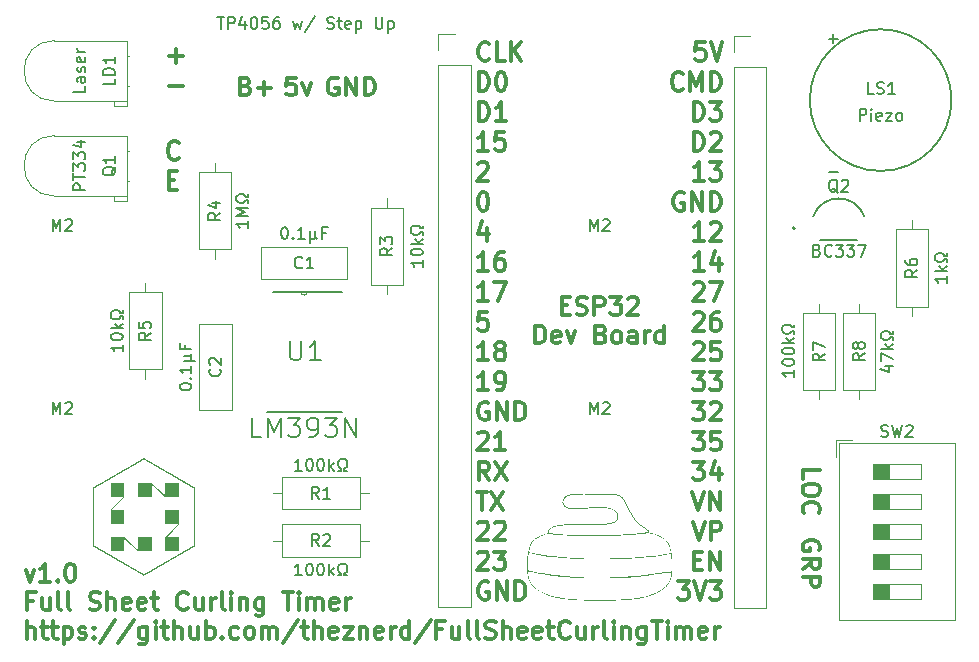
<source format=gto>
%TF.GenerationSoftware,KiCad,Pcbnew,9.0.6*%
%TF.CreationDate,2025-12-30T13:00:46-07:00*%
%TF.ProjectId,MainBoard,4d61696e-426f-4617-9264-2e6b69636164,rev?*%
%TF.SameCoordinates,Original*%
%TF.FileFunction,Legend,Top*%
%TF.FilePolarity,Positive*%
%FSLAX46Y46*%
G04 Gerber Fmt 4.6, Leading zero omitted, Abs format (unit mm)*
G04 Created by KiCad (PCBNEW 9.0.6) date 2025-12-30 13:00:46*
%MOMM*%
%LPD*%
G01*
G04 APERTURE LIST*
%ADD10C,0.300000*%
%ADD11C,0.150000*%
%ADD12C,0.120000*%
%ADD13C,0.152400*%
%ADD14C,0.100000*%
%ADD15C,0.000000*%
%ADD16C,0.127000*%
%ADD17C,0.200000*%
G04 APERTURE END LIST*
D10*
X133111556Y-85300828D02*
X132397270Y-85300828D01*
X132397270Y-85300828D02*
X132325842Y-86015114D01*
X132325842Y-86015114D02*
X132397270Y-85943685D01*
X132397270Y-85943685D02*
X132540128Y-85872257D01*
X132540128Y-85872257D02*
X132897270Y-85872257D01*
X132897270Y-85872257D02*
X133040128Y-85943685D01*
X133040128Y-85943685D02*
X133111556Y-86015114D01*
X133111556Y-86015114D02*
X133182985Y-86157971D01*
X133182985Y-86157971D02*
X133182985Y-86515114D01*
X133182985Y-86515114D02*
X133111556Y-86657971D01*
X133111556Y-86657971D02*
X133040128Y-86729400D01*
X133040128Y-86729400D02*
X132897270Y-86800828D01*
X132897270Y-86800828D02*
X132540128Y-86800828D01*
X132540128Y-86800828D02*
X132397270Y-86729400D01*
X132397270Y-86729400D02*
X132325842Y-86657971D01*
X133682984Y-85800828D02*
X134040127Y-86800828D01*
X134040127Y-86800828D02*
X134397270Y-85800828D01*
X167752535Y-82324734D02*
X167038249Y-82324734D01*
X167038249Y-82324734D02*
X166966821Y-83074734D01*
X166966821Y-83074734D02*
X167038249Y-82999734D01*
X167038249Y-82999734D02*
X167181107Y-82924734D01*
X167181107Y-82924734D02*
X167538249Y-82924734D01*
X167538249Y-82924734D02*
X167681107Y-82999734D01*
X167681107Y-82999734D02*
X167752535Y-83074734D01*
X167752535Y-83074734D02*
X167823964Y-83224734D01*
X167823964Y-83224734D02*
X167823964Y-83599734D01*
X167823964Y-83599734D02*
X167752535Y-83749734D01*
X167752535Y-83749734D02*
X167681107Y-83824734D01*
X167681107Y-83824734D02*
X167538249Y-83899734D01*
X167538249Y-83899734D02*
X167181107Y-83899734D01*
X167181107Y-83899734D02*
X167038249Y-83824734D01*
X167038249Y-83824734D02*
X166966821Y-83749734D01*
X168252535Y-82324734D02*
X168752535Y-83899734D01*
X168752535Y-83899734D02*
X169252535Y-82324734D01*
X165895391Y-86285396D02*
X165823963Y-86360396D01*
X165823963Y-86360396D02*
X165609677Y-86435396D01*
X165609677Y-86435396D02*
X165466820Y-86435396D01*
X165466820Y-86435396D02*
X165252534Y-86360396D01*
X165252534Y-86360396D02*
X165109677Y-86210396D01*
X165109677Y-86210396D02*
X165038248Y-86060396D01*
X165038248Y-86060396D02*
X164966820Y-85760396D01*
X164966820Y-85760396D02*
X164966820Y-85535396D01*
X164966820Y-85535396D02*
X165038248Y-85235396D01*
X165038248Y-85235396D02*
X165109677Y-85085396D01*
X165109677Y-85085396D02*
X165252534Y-84935396D01*
X165252534Y-84935396D02*
X165466820Y-84860396D01*
X165466820Y-84860396D02*
X165609677Y-84860396D01*
X165609677Y-84860396D02*
X165823963Y-84935396D01*
X165823963Y-84935396D02*
X165895391Y-85010396D01*
X166538248Y-86435396D02*
X166538248Y-84860396D01*
X166538248Y-84860396D02*
X167038248Y-85985396D01*
X167038248Y-85985396D02*
X167538248Y-84860396D01*
X167538248Y-84860396D02*
X167538248Y-86435396D01*
X168252534Y-86435396D02*
X168252534Y-84860396D01*
X168252534Y-84860396D02*
X168609677Y-84860396D01*
X168609677Y-84860396D02*
X168823963Y-84935396D01*
X168823963Y-84935396D02*
X168966820Y-85085396D01*
X168966820Y-85085396D02*
X169038249Y-85235396D01*
X169038249Y-85235396D02*
X169109677Y-85535396D01*
X169109677Y-85535396D02*
X169109677Y-85760396D01*
X169109677Y-85760396D02*
X169038249Y-86060396D01*
X169038249Y-86060396D02*
X168966820Y-86210396D01*
X168966820Y-86210396D02*
X168823963Y-86360396D01*
X168823963Y-86360396D02*
X168609677Y-86435396D01*
X168609677Y-86435396D02*
X168252534Y-86435396D01*
X166823963Y-88971058D02*
X166823963Y-87396058D01*
X166823963Y-87396058D02*
X167181106Y-87396058D01*
X167181106Y-87396058D02*
X167395392Y-87471058D01*
X167395392Y-87471058D02*
X167538249Y-87621058D01*
X167538249Y-87621058D02*
X167609678Y-87771058D01*
X167609678Y-87771058D02*
X167681106Y-88071058D01*
X167681106Y-88071058D02*
X167681106Y-88296058D01*
X167681106Y-88296058D02*
X167609678Y-88596058D01*
X167609678Y-88596058D02*
X167538249Y-88746058D01*
X167538249Y-88746058D02*
X167395392Y-88896058D01*
X167395392Y-88896058D02*
X167181106Y-88971058D01*
X167181106Y-88971058D02*
X166823963Y-88971058D01*
X168181106Y-87396058D02*
X169109678Y-87396058D01*
X169109678Y-87396058D02*
X168609678Y-87996058D01*
X168609678Y-87996058D02*
X168823963Y-87996058D01*
X168823963Y-87996058D02*
X168966821Y-88071058D01*
X168966821Y-88071058D02*
X169038249Y-88146058D01*
X169038249Y-88146058D02*
X169109678Y-88296058D01*
X169109678Y-88296058D02*
X169109678Y-88671058D01*
X169109678Y-88671058D02*
X169038249Y-88821058D01*
X169038249Y-88821058D02*
X168966821Y-88896058D01*
X168966821Y-88896058D02*
X168823963Y-88971058D01*
X168823963Y-88971058D02*
X168395392Y-88971058D01*
X168395392Y-88971058D02*
X168252535Y-88896058D01*
X168252535Y-88896058D02*
X168181106Y-88821058D01*
X166823963Y-91506720D02*
X166823963Y-89931720D01*
X166823963Y-89931720D02*
X167181106Y-89931720D01*
X167181106Y-89931720D02*
X167395392Y-90006720D01*
X167395392Y-90006720D02*
X167538249Y-90156720D01*
X167538249Y-90156720D02*
X167609678Y-90306720D01*
X167609678Y-90306720D02*
X167681106Y-90606720D01*
X167681106Y-90606720D02*
X167681106Y-90831720D01*
X167681106Y-90831720D02*
X167609678Y-91131720D01*
X167609678Y-91131720D02*
X167538249Y-91281720D01*
X167538249Y-91281720D02*
X167395392Y-91431720D01*
X167395392Y-91431720D02*
X167181106Y-91506720D01*
X167181106Y-91506720D02*
X166823963Y-91506720D01*
X168252535Y-90081720D02*
X168323963Y-90006720D01*
X168323963Y-90006720D02*
X168466821Y-89931720D01*
X168466821Y-89931720D02*
X168823963Y-89931720D01*
X168823963Y-89931720D02*
X168966821Y-90006720D01*
X168966821Y-90006720D02*
X169038249Y-90081720D01*
X169038249Y-90081720D02*
X169109678Y-90231720D01*
X169109678Y-90231720D02*
X169109678Y-90381720D01*
X169109678Y-90381720D02*
X169038249Y-90606720D01*
X169038249Y-90606720D02*
X168181106Y-91506720D01*
X168181106Y-91506720D02*
X169109678Y-91506720D01*
X167681107Y-94042382D02*
X166823964Y-94042382D01*
X167252535Y-94042382D02*
X167252535Y-92467382D01*
X167252535Y-92467382D02*
X167109678Y-92692382D01*
X167109678Y-92692382D02*
X166966821Y-92842382D01*
X166966821Y-92842382D02*
X166823964Y-92917382D01*
X168181106Y-92467382D02*
X169109678Y-92467382D01*
X169109678Y-92467382D02*
X168609678Y-93067382D01*
X168609678Y-93067382D02*
X168823963Y-93067382D01*
X168823963Y-93067382D02*
X168966821Y-93142382D01*
X168966821Y-93142382D02*
X169038249Y-93217382D01*
X169038249Y-93217382D02*
X169109678Y-93367382D01*
X169109678Y-93367382D02*
X169109678Y-93742382D01*
X169109678Y-93742382D02*
X169038249Y-93892382D01*
X169038249Y-93892382D02*
X168966821Y-93967382D01*
X168966821Y-93967382D02*
X168823963Y-94042382D01*
X168823963Y-94042382D02*
X168395392Y-94042382D01*
X168395392Y-94042382D02*
X168252535Y-93967382D01*
X168252535Y-93967382D02*
X168181106Y-93892382D01*
X165966820Y-95078044D02*
X165823963Y-95003044D01*
X165823963Y-95003044D02*
X165609677Y-95003044D01*
X165609677Y-95003044D02*
X165395391Y-95078044D01*
X165395391Y-95078044D02*
X165252534Y-95228044D01*
X165252534Y-95228044D02*
X165181105Y-95378044D01*
X165181105Y-95378044D02*
X165109677Y-95678044D01*
X165109677Y-95678044D02*
X165109677Y-95903044D01*
X165109677Y-95903044D02*
X165181105Y-96203044D01*
X165181105Y-96203044D02*
X165252534Y-96353044D01*
X165252534Y-96353044D02*
X165395391Y-96503044D01*
X165395391Y-96503044D02*
X165609677Y-96578044D01*
X165609677Y-96578044D02*
X165752534Y-96578044D01*
X165752534Y-96578044D02*
X165966820Y-96503044D01*
X165966820Y-96503044D02*
X166038248Y-96428044D01*
X166038248Y-96428044D02*
X166038248Y-95903044D01*
X166038248Y-95903044D02*
X165752534Y-95903044D01*
X166681105Y-96578044D02*
X166681105Y-95003044D01*
X166681105Y-95003044D02*
X167538248Y-96578044D01*
X167538248Y-96578044D02*
X167538248Y-95003044D01*
X168252534Y-96578044D02*
X168252534Y-95003044D01*
X168252534Y-95003044D02*
X168609677Y-95003044D01*
X168609677Y-95003044D02*
X168823963Y-95078044D01*
X168823963Y-95078044D02*
X168966820Y-95228044D01*
X168966820Y-95228044D02*
X169038249Y-95378044D01*
X169038249Y-95378044D02*
X169109677Y-95678044D01*
X169109677Y-95678044D02*
X169109677Y-95903044D01*
X169109677Y-95903044D02*
X169038249Y-96203044D01*
X169038249Y-96203044D02*
X168966820Y-96353044D01*
X168966820Y-96353044D02*
X168823963Y-96503044D01*
X168823963Y-96503044D02*
X168609677Y-96578044D01*
X168609677Y-96578044D02*
X168252534Y-96578044D01*
X167681107Y-99113706D02*
X166823964Y-99113706D01*
X167252535Y-99113706D02*
X167252535Y-97538706D01*
X167252535Y-97538706D02*
X167109678Y-97763706D01*
X167109678Y-97763706D02*
X166966821Y-97913706D01*
X166966821Y-97913706D02*
X166823964Y-97988706D01*
X168252535Y-97688706D02*
X168323963Y-97613706D01*
X168323963Y-97613706D02*
X168466821Y-97538706D01*
X168466821Y-97538706D02*
X168823963Y-97538706D01*
X168823963Y-97538706D02*
X168966821Y-97613706D01*
X168966821Y-97613706D02*
X169038249Y-97688706D01*
X169038249Y-97688706D02*
X169109678Y-97838706D01*
X169109678Y-97838706D02*
X169109678Y-97988706D01*
X169109678Y-97988706D02*
X169038249Y-98213706D01*
X169038249Y-98213706D02*
X168181106Y-99113706D01*
X168181106Y-99113706D02*
X169109678Y-99113706D01*
X167681107Y-101649368D02*
X166823964Y-101649368D01*
X167252535Y-101649368D02*
X167252535Y-100074368D01*
X167252535Y-100074368D02*
X167109678Y-100299368D01*
X167109678Y-100299368D02*
X166966821Y-100449368D01*
X166966821Y-100449368D02*
X166823964Y-100524368D01*
X168966821Y-100599368D02*
X168966821Y-101649368D01*
X168609678Y-99999368D02*
X168252535Y-101124368D01*
X168252535Y-101124368D02*
X169181106Y-101124368D01*
X166823964Y-102760030D02*
X166895392Y-102685030D01*
X166895392Y-102685030D02*
X167038250Y-102610030D01*
X167038250Y-102610030D02*
X167395392Y-102610030D01*
X167395392Y-102610030D02*
X167538250Y-102685030D01*
X167538250Y-102685030D02*
X167609678Y-102760030D01*
X167609678Y-102760030D02*
X167681107Y-102910030D01*
X167681107Y-102910030D02*
X167681107Y-103060030D01*
X167681107Y-103060030D02*
X167609678Y-103285030D01*
X167609678Y-103285030D02*
X166752535Y-104185030D01*
X166752535Y-104185030D02*
X167681107Y-104185030D01*
X168181106Y-102610030D02*
X169181106Y-102610030D01*
X169181106Y-102610030D02*
X168538249Y-104185030D01*
X166823964Y-105295692D02*
X166895392Y-105220692D01*
X166895392Y-105220692D02*
X167038250Y-105145692D01*
X167038250Y-105145692D02*
X167395392Y-105145692D01*
X167395392Y-105145692D02*
X167538250Y-105220692D01*
X167538250Y-105220692D02*
X167609678Y-105295692D01*
X167609678Y-105295692D02*
X167681107Y-105445692D01*
X167681107Y-105445692D02*
X167681107Y-105595692D01*
X167681107Y-105595692D02*
X167609678Y-105820692D01*
X167609678Y-105820692D02*
X166752535Y-106720692D01*
X166752535Y-106720692D02*
X167681107Y-106720692D01*
X168966821Y-105145692D02*
X168681106Y-105145692D01*
X168681106Y-105145692D02*
X168538249Y-105220692D01*
X168538249Y-105220692D02*
X168466821Y-105295692D01*
X168466821Y-105295692D02*
X168323963Y-105520692D01*
X168323963Y-105520692D02*
X168252535Y-105820692D01*
X168252535Y-105820692D02*
X168252535Y-106420692D01*
X168252535Y-106420692D02*
X168323963Y-106570692D01*
X168323963Y-106570692D02*
X168395392Y-106645692D01*
X168395392Y-106645692D02*
X168538249Y-106720692D01*
X168538249Y-106720692D02*
X168823963Y-106720692D01*
X168823963Y-106720692D02*
X168966821Y-106645692D01*
X168966821Y-106645692D02*
X169038249Y-106570692D01*
X169038249Y-106570692D02*
X169109678Y-106420692D01*
X169109678Y-106420692D02*
X169109678Y-106045692D01*
X169109678Y-106045692D02*
X169038249Y-105895692D01*
X169038249Y-105895692D02*
X168966821Y-105820692D01*
X168966821Y-105820692D02*
X168823963Y-105745692D01*
X168823963Y-105745692D02*
X168538249Y-105745692D01*
X168538249Y-105745692D02*
X168395392Y-105820692D01*
X168395392Y-105820692D02*
X168323963Y-105895692D01*
X168323963Y-105895692D02*
X168252535Y-106045692D01*
X166823964Y-107831354D02*
X166895392Y-107756354D01*
X166895392Y-107756354D02*
X167038250Y-107681354D01*
X167038250Y-107681354D02*
X167395392Y-107681354D01*
X167395392Y-107681354D02*
X167538250Y-107756354D01*
X167538250Y-107756354D02*
X167609678Y-107831354D01*
X167609678Y-107831354D02*
X167681107Y-107981354D01*
X167681107Y-107981354D02*
X167681107Y-108131354D01*
X167681107Y-108131354D02*
X167609678Y-108356354D01*
X167609678Y-108356354D02*
X166752535Y-109256354D01*
X166752535Y-109256354D02*
X167681107Y-109256354D01*
X169038249Y-107681354D02*
X168323963Y-107681354D01*
X168323963Y-107681354D02*
X168252535Y-108431354D01*
X168252535Y-108431354D02*
X168323963Y-108356354D01*
X168323963Y-108356354D02*
X168466821Y-108281354D01*
X168466821Y-108281354D02*
X168823963Y-108281354D01*
X168823963Y-108281354D02*
X168966821Y-108356354D01*
X168966821Y-108356354D02*
X169038249Y-108431354D01*
X169038249Y-108431354D02*
X169109678Y-108581354D01*
X169109678Y-108581354D02*
X169109678Y-108956354D01*
X169109678Y-108956354D02*
X169038249Y-109106354D01*
X169038249Y-109106354D02*
X168966821Y-109181354D01*
X168966821Y-109181354D02*
X168823963Y-109256354D01*
X168823963Y-109256354D02*
X168466821Y-109256354D01*
X168466821Y-109256354D02*
X168323963Y-109181354D01*
X168323963Y-109181354D02*
X168252535Y-109106354D01*
X166752535Y-110217016D02*
X167681107Y-110217016D01*
X167681107Y-110217016D02*
X167181107Y-110817016D01*
X167181107Y-110817016D02*
X167395392Y-110817016D01*
X167395392Y-110817016D02*
X167538250Y-110892016D01*
X167538250Y-110892016D02*
X167609678Y-110967016D01*
X167609678Y-110967016D02*
X167681107Y-111117016D01*
X167681107Y-111117016D02*
X167681107Y-111492016D01*
X167681107Y-111492016D02*
X167609678Y-111642016D01*
X167609678Y-111642016D02*
X167538250Y-111717016D01*
X167538250Y-111717016D02*
X167395392Y-111792016D01*
X167395392Y-111792016D02*
X166966821Y-111792016D01*
X166966821Y-111792016D02*
X166823964Y-111717016D01*
X166823964Y-111717016D02*
X166752535Y-111642016D01*
X168181106Y-110217016D02*
X169109678Y-110217016D01*
X169109678Y-110217016D02*
X168609678Y-110817016D01*
X168609678Y-110817016D02*
X168823963Y-110817016D01*
X168823963Y-110817016D02*
X168966821Y-110892016D01*
X168966821Y-110892016D02*
X169038249Y-110967016D01*
X169038249Y-110967016D02*
X169109678Y-111117016D01*
X169109678Y-111117016D02*
X169109678Y-111492016D01*
X169109678Y-111492016D02*
X169038249Y-111642016D01*
X169038249Y-111642016D02*
X168966821Y-111717016D01*
X168966821Y-111717016D02*
X168823963Y-111792016D01*
X168823963Y-111792016D02*
X168395392Y-111792016D01*
X168395392Y-111792016D02*
X168252535Y-111717016D01*
X168252535Y-111717016D02*
X168181106Y-111642016D01*
X166752535Y-112752678D02*
X167681107Y-112752678D01*
X167681107Y-112752678D02*
X167181107Y-113352678D01*
X167181107Y-113352678D02*
X167395392Y-113352678D01*
X167395392Y-113352678D02*
X167538250Y-113427678D01*
X167538250Y-113427678D02*
X167609678Y-113502678D01*
X167609678Y-113502678D02*
X167681107Y-113652678D01*
X167681107Y-113652678D02*
X167681107Y-114027678D01*
X167681107Y-114027678D02*
X167609678Y-114177678D01*
X167609678Y-114177678D02*
X167538250Y-114252678D01*
X167538250Y-114252678D02*
X167395392Y-114327678D01*
X167395392Y-114327678D02*
X166966821Y-114327678D01*
X166966821Y-114327678D02*
X166823964Y-114252678D01*
X166823964Y-114252678D02*
X166752535Y-114177678D01*
X168252535Y-112902678D02*
X168323963Y-112827678D01*
X168323963Y-112827678D02*
X168466821Y-112752678D01*
X168466821Y-112752678D02*
X168823963Y-112752678D01*
X168823963Y-112752678D02*
X168966821Y-112827678D01*
X168966821Y-112827678D02*
X169038249Y-112902678D01*
X169038249Y-112902678D02*
X169109678Y-113052678D01*
X169109678Y-113052678D02*
X169109678Y-113202678D01*
X169109678Y-113202678D02*
X169038249Y-113427678D01*
X169038249Y-113427678D02*
X168181106Y-114327678D01*
X168181106Y-114327678D02*
X169109678Y-114327678D01*
X166752535Y-115288340D02*
X167681107Y-115288340D01*
X167681107Y-115288340D02*
X167181107Y-115888340D01*
X167181107Y-115888340D02*
X167395392Y-115888340D01*
X167395392Y-115888340D02*
X167538250Y-115963340D01*
X167538250Y-115963340D02*
X167609678Y-116038340D01*
X167609678Y-116038340D02*
X167681107Y-116188340D01*
X167681107Y-116188340D02*
X167681107Y-116563340D01*
X167681107Y-116563340D02*
X167609678Y-116713340D01*
X167609678Y-116713340D02*
X167538250Y-116788340D01*
X167538250Y-116788340D02*
X167395392Y-116863340D01*
X167395392Y-116863340D02*
X166966821Y-116863340D01*
X166966821Y-116863340D02*
X166823964Y-116788340D01*
X166823964Y-116788340D02*
X166752535Y-116713340D01*
X169038249Y-115288340D02*
X168323963Y-115288340D01*
X168323963Y-115288340D02*
X168252535Y-116038340D01*
X168252535Y-116038340D02*
X168323963Y-115963340D01*
X168323963Y-115963340D02*
X168466821Y-115888340D01*
X168466821Y-115888340D02*
X168823963Y-115888340D01*
X168823963Y-115888340D02*
X168966821Y-115963340D01*
X168966821Y-115963340D02*
X169038249Y-116038340D01*
X169038249Y-116038340D02*
X169109678Y-116188340D01*
X169109678Y-116188340D02*
X169109678Y-116563340D01*
X169109678Y-116563340D02*
X169038249Y-116713340D01*
X169038249Y-116713340D02*
X168966821Y-116788340D01*
X168966821Y-116788340D02*
X168823963Y-116863340D01*
X168823963Y-116863340D02*
X168466821Y-116863340D01*
X168466821Y-116863340D02*
X168323963Y-116788340D01*
X168323963Y-116788340D02*
X168252535Y-116713340D01*
X166752535Y-117824002D02*
X167681107Y-117824002D01*
X167681107Y-117824002D02*
X167181107Y-118424002D01*
X167181107Y-118424002D02*
X167395392Y-118424002D01*
X167395392Y-118424002D02*
X167538250Y-118499002D01*
X167538250Y-118499002D02*
X167609678Y-118574002D01*
X167609678Y-118574002D02*
X167681107Y-118724002D01*
X167681107Y-118724002D02*
X167681107Y-119099002D01*
X167681107Y-119099002D02*
X167609678Y-119249002D01*
X167609678Y-119249002D02*
X167538250Y-119324002D01*
X167538250Y-119324002D02*
X167395392Y-119399002D01*
X167395392Y-119399002D02*
X166966821Y-119399002D01*
X166966821Y-119399002D02*
X166823964Y-119324002D01*
X166823964Y-119324002D02*
X166752535Y-119249002D01*
X168966821Y-118349002D02*
X168966821Y-119399002D01*
X168609678Y-117749002D02*
X168252535Y-118874002D01*
X168252535Y-118874002D02*
X169181106Y-118874002D01*
X166681106Y-120359664D02*
X167181106Y-121934664D01*
X167181106Y-121934664D02*
X167681106Y-120359664D01*
X168181105Y-121934664D02*
X168181105Y-120359664D01*
X168181105Y-120359664D02*
X169038248Y-121934664D01*
X169038248Y-121934664D02*
X169038248Y-120359664D01*
X166752535Y-122895326D02*
X167252535Y-124470326D01*
X167252535Y-124470326D02*
X167752535Y-122895326D01*
X168252534Y-124470326D02*
X168252534Y-122895326D01*
X168252534Y-122895326D02*
X168823963Y-122895326D01*
X168823963Y-122895326D02*
X168966820Y-122970326D01*
X168966820Y-122970326D02*
X169038249Y-123045326D01*
X169038249Y-123045326D02*
X169109677Y-123195326D01*
X169109677Y-123195326D02*
X169109677Y-123420326D01*
X169109677Y-123420326D02*
X169038249Y-123570326D01*
X169038249Y-123570326D02*
X168966820Y-123645326D01*
X168966820Y-123645326D02*
X168823963Y-123720326D01*
X168823963Y-123720326D02*
X168252534Y-123720326D01*
X166823962Y-126180988D02*
X167323962Y-126180988D01*
X167538248Y-127005988D02*
X166823962Y-127005988D01*
X166823962Y-127005988D02*
X166823962Y-125430988D01*
X166823962Y-125430988D02*
X167538248Y-125430988D01*
X168181105Y-127005988D02*
X168181105Y-125430988D01*
X168181105Y-125430988D02*
X169038248Y-127005988D01*
X169038248Y-127005988D02*
X169038248Y-125430988D01*
X165466821Y-127966650D02*
X166395393Y-127966650D01*
X166395393Y-127966650D02*
X165895393Y-128566650D01*
X165895393Y-128566650D02*
X166109678Y-128566650D01*
X166109678Y-128566650D02*
X166252536Y-128641650D01*
X166252536Y-128641650D02*
X166323964Y-128716650D01*
X166323964Y-128716650D02*
X166395393Y-128866650D01*
X166395393Y-128866650D02*
X166395393Y-129241650D01*
X166395393Y-129241650D02*
X166323964Y-129391650D01*
X166323964Y-129391650D02*
X166252536Y-129466650D01*
X166252536Y-129466650D02*
X166109678Y-129541650D01*
X166109678Y-129541650D02*
X165681107Y-129541650D01*
X165681107Y-129541650D02*
X165538250Y-129466650D01*
X165538250Y-129466650D02*
X165466821Y-129391650D01*
X166823964Y-127966650D02*
X167323964Y-129541650D01*
X167323964Y-129541650D02*
X167823964Y-127966650D01*
X168181106Y-127966650D02*
X169109678Y-127966650D01*
X169109678Y-127966650D02*
X168609678Y-128566650D01*
X168609678Y-128566650D02*
X168823963Y-128566650D01*
X168823963Y-128566650D02*
X168966821Y-128641650D01*
X168966821Y-128641650D02*
X169038249Y-128716650D01*
X169038249Y-128716650D02*
X169109678Y-128866650D01*
X169109678Y-128866650D02*
X169109678Y-129241650D01*
X169109678Y-129241650D02*
X169038249Y-129391650D01*
X169038249Y-129391650D02*
X168966821Y-129466650D01*
X168966821Y-129466650D02*
X168823963Y-129541650D01*
X168823963Y-129541650D02*
X168395392Y-129541650D01*
X168395392Y-129541650D02*
X168252535Y-129466650D01*
X168252535Y-129466650D02*
X168181106Y-129391650D01*
X176041931Y-119268796D02*
X176041931Y-118554510D01*
X176041931Y-118554510D02*
X177541931Y-118554510D01*
X177541931Y-120054511D02*
X177541931Y-120340225D01*
X177541931Y-120340225D02*
X177470502Y-120483082D01*
X177470502Y-120483082D02*
X177327645Y-120625939D01*
X177327645Y-120625939D02*
X177041931Y-120697368D01*
X177041931Y-120697368D02*
X176541931Y-120697368D01*
X176541931Y-120697368D02*
X176256217Y-120625939D01*
X176256217Y-120625939D02*
X176113360Y-120483082D01*
X176113360Y-120483082D02*
X176041931Y-120340225D01*
X176041931Y-120340225D02*
X176041931Y-120054511D01*
X176041931Y-120054511D02*
X176113360Y-119911654D01*
X176113360Y-119911654D02*
X176256217Y-119768796D01*
X176256217Y-119768796D02*
X176541931Y-119697368D01*
X176541931Y-119697368D02*
X177041931Y-119697368D01*
X177041931Y-119697368D02*
X177327645Y-119768796D01*
X177327645Y-119768796D02*
X177470502Y-119911654D01*
X177470502Y-119911654D02*
X177541931Y-120054511D01*
X176184788Y-122197368D02*
X176113360Y-122125940D01*
X176113360Y-122125940D02*
X176041931Y-121911654D01*
X176041931Y-121911654D02*
X176041931Y-121768797D01*
X176041931Y-121768797D02*
X176113360Y-121554511D01*
X176113360Y-121554511D02*
X176256217Y-121411654D01*
X176256217Y-121411654D02*
X176399074Y-121340225D01*
X176399074Y-121340225D02*
X176684788Y-121268797D01*
X176684788Y-121268797D02*
X176899074Y-121268797D01*
X176899074Y-121268797D02*
X177184788Y-121340225D01*
X177184788Y-121340225D02*
X177327645Y-121411654D01*
X177327645Y-121411654D02*
X177470502Y-121554511D01*
X177470502Y-121554511D02*
X177541931Y-121768797D01*
X177541931Y-121768797D02*
X177541931Y-121911654D01*
X177541931Y-121911654D02*
X177470502Y-122125940D01*
X177470502Y-122125940D02*
X177399074Y-122197368D01*
X110254413Y-126970996D02*
X110611556Y-127970996D01*
X110611556Y-127970996D02*
X110968699Y-126970996D01*
X112325842Y-127970996D02*
X111468699Y-127970996D01*
X111897270Y-127970996D02*
X111897270Y-126470996D01*
X111897270Y-126470996D02*
X111754413Y-126685282D01*
X111754413Y-126685282D02*
X111611556Y-126828139D01*
X111611556Y-126828139D02*
X111468699Y-126899568D01*
X112968698Y-127828139D02*
X113040127Y-127899568D01*
X113040127Y-127899568D02*
X112968698Y-127970996D01*
X112968698Y-127970996D02*
X112897270Y-127899568D01*
X112897270Y-127899568D02*
X112968698Y-127828139D01*
X112968698Y-127828139D02*
X112968698Y-127970996D01*
X113968699Y-126470996D02*
X114111556Y-126470996D01*
X114111556Y-126470996D02*
X114254413Y-126542425D01*
X114254413Y-126542425D02*
X114325842Y-126613853D01*
X114325842Y-126613853D02*
X114397270Y-126756710D01*
X114397270Y-126756710D02*
X114468699Y-127042425D01*
X114468699Y-127042425D02*
X114468699Y-127399568D01*
X114468699Y-127399568D02*
X114397270Y-127685282D01*
X114397270Y-127685282D02*
X114325842Y-127828139D01*
X114325842Y-127828139D02*
X114254413Y-127899568D01*
X114254413Y-127899568D02*
X114111556Y-127970996D01*
X114111556Y-127970996D02*
X113968699Y-127970996D01*
X113968699Y-127970996D02*
X113825842Y-127899568D01*
X113825842Y-127899568D02*
X113754413Y-127828139D01*
X113754413Y-127828139D02*
X113682984Y-127685282D01*
X113682984Y-127685282D02*
X113611556Y-127399568D01*
X113611556Y-127399568D02*
X113611556Y-127042425D01*
X113611556Y-127042425D02*
X113682984Y-126756710D01*
X113682984Y-126756710D02*
X113754413Y-126613853D01*
X113754413Y-126613853D02*
X113825842Y-126542425D01*
X113825842Y-126542425D02*
X113968699Y-126470996D01*
X110897270Y-129600198D02*
X110397270Y-129600198D01*
X110397270Y-130385912D02*
X110397270Y-128885912D01*
X110397270Y-128885912D02*
X111111556Y-128885912D01*
X112325842Y-129385912D02*
X112325842Y-130385912D01*
X111682984Y-129385912D02*
X111682984Y-130171626D01*
X111682984Y-130171626D02*
X111754413Y-130314484D01*
X111754413Y-130314484D02*
X111897270Y-130385912D01*
X111897270Y-130385912D02*
X112111556Y-130385912D01*
X112111556Y-130385912D02*
X112254413Y-130314484D01*
X112254413Y-130314484D02*
X112325842Y-130243055D01*
X113254413Y-130385912D02*
X113111556Y-130314484D01*
X113111556Y-130314484D02*
X113040127Y-130171626D01*
X113040127Y-130171626D02*
X113040127Y-128885912D01*
X114040127Y-130385912D02*
X113897270Y-130314484D01*
X113897270Y-130314484D02*
X113825841Y-130171626D01*
X113825841Y-130171626D02*
X113825841Y-128885912D01*
X115682984Y-130314484D02*
X115897270Y-130385912D01*
X115897270Y-130385912D02*
X116254412Y-130385912D01*
X116254412Y-130385912D02*
X116397270Y-130314484D01*
X116397270Y-130314484D02*
X116468698Y-130243055D01*
X116468698Y-130243055D02*
X116540127Y-130100198D01*
X116540127Y-130100198D02*
X116540127Y-129957341D01*
X116540127Y-129957341D02*
X116468698Y-129814484D01*
X116468698Y-129814484D02*
X116397270Y-129743055D01*
X116397270Y-129743055D02*
X116254412Y-129671626D01*
X116254412Y-129671626D02*
X115968698Y-129600198D01*
X115968698Y-129600198D02*
X115825841Y-129528769D01*
X115825841Y-129528769D02*
X115754412Y-129457341D01*
X115754412Y-129457341D02*
X115682984Y-129314484D01*
X115682984Y-129314484D02*
X115682984Y-129171626D01*
X115682984Y-129171626D02*
X115754412Y-129028769D01*
X115754412Y-129028769D02*
X115825841Y-128957341D01*
X115825841Y-128957341D02*
X115968698Y-128885912D01*
X115968698Y-128885912D02*
X116325841Y-128885912D01*
X116325841Y-128885912D02*
X116540127Y-128957341D01*
X117182983Y-130385912D02*
X117182983Y-128885912D01*
X117825841Y-130385912D02*
X117825841Y-129600198D01*
X117825841Y-129600198D02*
X117754412Y-129457341D01*
X117754412Y-129457341D02*
X117611555Y-129385912D01*
X117611555Y-129385912D02*
X117397269Y-129385912D01*
X117397269Y-129385912D02*
X117254412Y-129457341D01*
X117254412Y-129457341D02*
X117182983Y-129528769D01*
X119111555Y-130314484D02*
X118968698Y-130385912D01*
X118968698Y-130385912D02*
X118682984Y-130385912D01*
X118682984Y-130385912D02*
X118540126Y-130314484D01*
X118540126Y-130314484D02*
X118468698Y-130171626D01*
X118468698Y-130171626D02*
X118468698Y-129600198D01*
X118468698Y-129600198D02*
X118540126Y-129457341D01*
X118540126Y-129457341D02*
X118682984Y-129385912D01*
X118682984Y-129385912D02*
X118968698Y-129385912D01*
X118968698Y-129385912D02*
X119111555Y-129457341D01*
X119111555Y-129457341D02*
X119182984Y-129600198D01*
X119182984Y-129600198D02*
X119182984Y-129743055D01*
X119182984Y-129743055D02*
X118468698Y-129885912D01*
X120397269Y-130314484D02*
X120254412Y-130385912D01*
X120254412Y-130385912D02*
X119968698Y-130385912D01*
X119968698Y-130385912D02*
X119825840Y-130314484D01*
X119825840Y-130314484D02*
X119754412Y-130171626D01*
X119754412Y-130171626D02*
X119754412Y-129600198D01*
X119754412Y-129600198D02*
X119825840Y-129457341D01*
X119825840Y-129457341D02*
X119968698Y-129385912D01*
X119968698Y-129385912D02*
X120254412Y-129385912D01*
X120254412Y-129385912D02*
X120397269Y-129457341D01*
X120397269Y-129457341D02*
X120468698Y-129600198D01*
X120468698Y-129600198D02*
X120468698Y-129743055D01*
X120468698Y-129743055D02*
X119754412Y-129885912D01*
X120897269Y-129385912D02*
X121468697Y-129385912D01*
X121111554Y-128885912D02*
X121111554Y-130171626D01*
X121111554Y-130171626D02*
X121182983Y-130314484D01*
X121182983Y-130314484D02*
X121325840Y-130385912D01*
X121325840Y-130385912D02*
X121468697Y-130385912D01*
X123968697Y-130243055D02*
X123897269Y-130314484D01*
X123897269Y-130314484D02*
X123682983Y-130385912D01*
X123682983Y-130385912D02*
X123540126Y-130385912D01*
X123540126Y-130385912D02*
X123325840Y-130314484D01*
X123325840Y-130314484D02*
X123182983Y-130171626D01*
X123182983Y-130171626D02*
X123111554Y-130028769D01*
X123111554Y-130028769D02*
X123040126Y-129743055D01*
X123040126Y-129743055D02*
X123040126Y-129528769D01*
X123040126Y-129528769D02*
X123111554Y-129243055D01*
X123111554Y-129243055D02*
X123182983Y-129100198D01*
X123182983Y-129100198D02*
X123325840Y-128957341D01*
X123325840Y-128957341D02*
X123540126Y-128885912D01*
X123540126Y-128885912D02*
X123682983Y-128885912D01*
X123682983Y-128885912D02*
X123897269Y-128957341D01*
X123897269Y-128957341D02*
X123968697Y-129028769D01*
X125254412Y-129385912D02*
X125254412Y-130385912D01*
X124611554Y-129385912D02*
X124611554Y-130171626D01*
X124611554Y-130171626D02*
X124682983Y-130314484D01*
X124682983Y-130314484D02*
X124825840Y-130385912D01*
X124825840Y-130385912D02*
X125040126Y-130385912D01*
X125040126Y-130385912D02*
X125182983Y-130314484D01*
X125182983Y-130314484D02*
X125254412Y-130243055D01*
X125968697Y-130385912D02*
X125968697Y-129385912D01*
X125968697Y-129671626D02*
X126040126Y-129528769D01*
X126040126Y-129528769D02*
X126111555Y-129457341D01*
X126111555Y-129457341D02*
X126254412Y-129385912D01*
X126254412Y-129385912D02*
X126397269Y-129385912D01*
X127111554Y-130385912D02*
X126968697Y-130314484D01*
X126968697Y-130314484D02*
X126897268Y-130171626D01*
X126897268Y-130171626D02*
X126897268Y-128885912D01*
X127682982Y-130385912D02*
X127682982Y-129385912D01*
X127682982Y-128885912D02*
X127611554Y-128957341D01*
X127611554Y-128957341D02*
X127682982Y-129028769D01*
X127682982Y-129028769D02*
X127754411Y-128957341D01*
X127754411Y-128957341D02*
X127682982Y-128885912D01*
X127682982Y-128885912D02*
X127682982Y-129028769D01*
X128397268Y-129385912D02*
X128397268Y-130385912D01*
X128397268Y-129528769D02*
X128468697Y-129457341D01*
X128468697Y-129457341D02*
X128611554Y-129385912D01*
X128611554Y-129385912D02*
X128825840Y-129385912D01*
X128825840Y-129385912D02*
X128968697Y-129457341D01*
X128968697Y-129457341D02*
X129040126Y-129600198D01*
X129040126Y-129600198D02*
X129040126Y-130385912D01*
X130397269Y-129385912D02*
X130397269Y-130600198D01*
X130397269Y-130600198D02*
X130325840Y-130743055D01*
X130325840Y-130743055D02*
X130254411Y-130814484D01*
X130254411Y-130814484D02*
X130111554Y-130885912D01*
X130111554Y-130885912D02*
X129897269Y-130885912D01*
X129897269Y-130885912D02*
X129754411Y-130814484D01*
X130397269Y-130314484D02*
X130254411Y-130385912D01*
X130254411Y-130385912D02*
X129968697Y-130385912D01*
X129968697Y-130385912D02*
X129825840Y-130314484D01*
X129825840Y-130314484D02*
X129754411Y-130243055D01*
X129754411Y-130243055D02*
X129682983Y-130100198D01*
X129682983Y-130100198D02*
X129682983Y-129671626D01*
X129682983Y-129671626D02*
X129754411Y-129528769D01*
X129754411Y-129528769D02*
X129825840Y-129457341D01*
X129825840Y-129457341D02*
X129968697Y-129385912D01*
X129968697Y-129385912D02*
X130254411Y-129385912D01*
X130254411Y-129385912D02*
X130397269Y-129457341D01*
X132040126Y-128885912D02*
X132897269Y-128885912D01*
X132468697Y-130385912D02*
X132468697Y-128885912D01*
X133397268Y-130385912D02*
X133397268Y-129385912D01*
X133397268Y-128885912D02*
X133325840Y-128957341D01*
X133325840Y-128957341D02*
X133397268Y-129028769D01*
X133397268Y-129028769D02*
X133468697Y-128957341D01*
X133468697Y-128957341D02*
X133397268Y-128885912D01*
X133397268Y-128885912D02*
X133397268Y-129028769D01*
X134111554Y-130385912D02*
X134111554Y-129385912D01*
X134111554Y-129528769D02*
X134182983Y-129457341D01*
X134182983Y-129457341D02*
X134325840Y-129385912D01*
X134325840Y-129385912D02*
X134540126Y-129385912D01*
X134540126Y-129385912D02*
X134682983Y-129457341D01*
X134682983Y-129457341D02*
X134754412Y-129600198D01*
X134754412Y-129600198D02*
X134754412Y-130385912D01*
X134754412Y-129600198D02*
X134825840Y-129457341D01*
X134825840Y-129457341D02*
X134968697Y-129385912D01*
X134968697Y-129385912D02*
X135182983Y-129385912D01*
X135182983Y-129385912D02*
X135325840Y-129457341D01*
X135325840Y-129457341D02*
X135397269Y-129600198D01*
X135397269Y-129600198D02*
X135397269Y-130385912D01*
X136682983Y-130314484D02*
X136540126Y-130385912D01*
X136540126Y-130385912D02*
X136254412Y-130385912D01*
X136254412Y-130385912D02*
X136111554Y-130314484D01*
X136111554Y-130314484D02*
X136040126Y-130171626D01*
X136040126Y-130171626D02*
X136040126Y-129600198D01*
X136040126Y-129600198D02*
X136111554Y-129457341D01*
X136111554Y-129457341D02*
X136254412Y-129385912D01*
X136254412Y-129385912D02*
X136540126Y-129385912D01*
X136540126Y-129385912D02*
X136682983Y-129457341D01*
X136682983Y-129457341D02*
X136754412Y-129600198D01*
X136754412Y-129600198D02*
X136754412Y-129743055D01*
X136754412Y-129743055D02*
X136040126Y-129885912D01*
X137397268Y-130385912D02*
X137397268Y-129385912D01*
X137397268Y-129671626D02*
X137468697Y-129528769D01*
X137468697Y-129528769D02*
X137540126Y-129457341D01*
X137540126Y-129457341D02*
X137682983Y-129385912D01*
X137682983Y-129385912D02*
X137825840Y-129385912D01*
X110397270Y-132800828D02*
X110397270Y-131300828D01*
X111040128Y-132800828D02*
X111040128Y-132015114D01*
X111040128Y-132015114D02*
X110968699Y-131872257D01*
X110968699Y-131872257D02*
X110825842Y-131800828D01*
X110825842Y-131800828D02*
X110611556Y-131800828D01*
X110611556Y-131800828D02*
X110468699Y-131872257D01*
X110468699Y-131872257D02*
X110397270Y-131943685D01*
X111540128Y-131800828D02*
X112111556Y-131800828D01*
X111754413Y-131300828D02*
X111754413Y-132586542D01*
X111754413Y-132586542D02*
X111825842Y-132729400D01*
X111825842Y-132729400D02*
X111968699Y-132800828D01*
X111968699Y-132800828D02*
X112111556Y-132800828D01*
X112397271Y-131800828D02*
X112968699Y-131800828D01*
X112611556Y-131300828D02*
X112611556Y-132586542D01*
X112611556Y-132586542D02*
X112682985Y-132729400D01*
X112682985Y-132729400D02*
X112825842Y-132800828D01*
X112825842Y-132800828D02*
X112968699Y-132800828D01*
X113468699Y-131800828D02*
X113468699Y-133300828D01*
X113468699Y-131872257D02*
X113611557Y-131800828D01*
X113611557Y-131800828D02*
X113897271Y-131800828D01*
X113897271Y-131800828D02*
X114040128Y-131872257D01*
X114040128Y-131872257D02*
X114111557Y-131943685D01*
X114111557Y-131943685D02*
X114182985Y-132086542D01*
X114182985Y-132086542D02*
X114182985Y-132515114D01*
X114182985Y-132515114D02*
X114111557Y-132657971D01*
X114111557Y-132657971D02*
X114040128Y-132729400D01*
X114040128Y-132729400D02*
X113897271Y-132800828D01*
X113897271Y-132800828D02*
X113611557Y-132800828D01*
X113611557Y-132800828D02*
X113468699Y-132729400D01*
X114754414Y-132729400D02*
X114897271Y-132800828D01*
X114897271Y-132800828D02*
X115182985Y-132800828D01*
X115182985Y-132800828D02*
X115325842Y-132729400D01*
X115325842Y-132729400D02*
X115397271Y-132586542D01*
X115397271Y-132586542D02*
X115397271Y-132515114D01*
X115397271Y-132515114D02*
X115325842Y-132372257D01*
X115325842Y-132372257D02*
X115182985Y-132300828D01*
X115182985Y-132300828D02*
X114968700Y-132300828D01*
X114968700Y-132300828D02*
X114825842Y-132229400D01*
X114825842Y-132229400D02*
X114754414Y-132086542D01*
X114754414Y-132086542D02*
X114754414Y-132015114D01*
X114754414Y-132015114D02*
X114825842Y-131872257D01*
X114825842Y-131872257D02*
X114968700Y-131800828D01*
X114968700Y-131800828D02*
X115182985Y-131800828D01*
X115182985Y-131800828D02*
X115325842Y-131872257D01*
X116040128Y-132657971D02*
X116111557Y-132729400D01*
X116111557Y-132729400D02*
X116040128Y-132800828D01*
X116040128Y-132800828D02*
X115968700Y-132729400D01*
X115968700Y-132729400D02*
X116040128Y-132657971D01*
X116040128Y-132657971D02*
X116040128Y-132800828D01*
X116040128Y-131872257D02*
X116111557Y-131943685D01*
X116111557Y-131943685D02*
X116040128Y-132015114D01*
X116040128Y-132015114D02*
X115968700Y-131943685D01*
X115968700Y-131943685D02*
X116040128Y-131872257D01*
X116040128Y-131872257D02*
X116040128Y-132015114D01*
X117825843Y-131229400D02*
X116540129Y-133157971D01*
X119397272Y-131229400D02*
X118111558Y-133157971D01*
X120540130Y-131800828D02*
X120540130Y-133015114D01*
X120540130Y-133015114D02*
X120468701Y-133157971D01*
X120468701Y-133157971D02*
X120397272Y-133229400D01*
X120397272Y-133229400D02*
X120254415Y-133300828D01*
X120254415Y-133300828D02*
X120040130Y-133300828D01*
X120040130Y-133300828D02*
X119897272Y-133229400D01*
X120540130Y-132729400D02*
X120397272Y-132800828D01*
X120397272Y-132800828D02*
X120111558Y-132800828D01*
X120111558Y-132800828D02*
X119968701Y-132729400D01*
X119968701Y-132729400D02*
X119897272Y-132657971D01*
X119897272Y-132657971D02*
X119825844Y-132515114D01*
X119825844Y-132515114D02*
X119825844Y-132086542D01*
X119825844Y-132086542D02*
X119897272Y-131943685D01*
X119897272Y-131943685D02*
X119968701Y-131872257D01*
X119968701Y-131872257D02*
X120111558Y-131800828D01*
X120111558Y-131800828D02*
X120397272Y-131800828D01*
X120397272Y-131800828D02*
X120540130Y-131872257D01*
X121254415Y-132800828D02*
X121254415Y-131800828D01*
X121254415Y-131300828D02*
X121182987Y-131372257D01*
X121182987Y-131372257D02*
X121254415Y-131443685D01*
X121254415Y-131443685D02*
X121325844Y-131372257D01*
X121325844Y-131372257D02*
X121254415Y-131300828D01*
X121254415Y-131300828D02*
X121254415Y-131443685D01*
X121754416Y-131800828D02*
X122325844Y-131800828D01*
X121968701Y-131300828D02*
X121968701Y-132586542D01*
X121968701Y-132586542D02*
X122040130Y-132729400D01*
X122040130Y-132729400D02*
X122182987Y-132800828D01*
X122182987Y-132800828D02*
X122325844Y-132800828D01*
X122825844Y-132800828D02*
X122825844Y-131300828D01*
X123468702Y-132800828D02*
X123468702Y-132015114D01*
X123468702Y-132015114D02*
X123397273Y-131872257D01*
X123397273Y-131872257D02*
X123254416Y-131800828D01*
X123254416Y-131800828D02*
X123040130Y-131800828D01*
X123040130Y-131800828D02*
X122897273Y-131872257D01*
X122897273Y-131872257D02*
X122825844Y-131943685D01*
X124825845Y-131800828D02*
X124825845Y-132800828D01*
X124182987Y-131800828D02*
X124182987Y-132586542D01*
X124182987Y-132586542D02*
X124254416Y-132729400D01*
X124254416Y-132729400D02*
X124397273Y-132800828D01*
X124397273Y-132800828D02*
X124611559Y-132800828D01*
X124611559Y-132800828D02*
X124754416Y-132729400D01*
X124754416Y-132729400D02*
X124825845Y-132657971D01*
X125540130Y-132800828D02*
X125540130Y-131300828D01*
X125540130Y-131872257D02*
X125682988Y-131800828D01*
X125682988Y-131800828D02*
X125968702Y-131800828D01*
X125968702Y-131800828D02*
X126111559Y-131872257D01*
X126111559Y-131872257D02*
X126182988Y-131943685D01*
X126182988Y-131943685D02*
X126254416Y-132086542D01*
X126254416Y-132086542D02*
X126254416Y-132515114D01*
X126254416Y-132515114D02*
X126182988Y-132657971D01*
X126182988Y-132657971D02*
X126111559Y-132729400D01*
X126111559Y-132729400D02*
X125968702Y-132800828D01*
X125968702Y-132800828D02*
X125682988Y-132800828D01*
X125682988Y-132800828D02*
X125540130Y-132729400D01*
X126897273Y-132657971D02*
X126968702Y-132729400D01*
X126968702Y-132729400D02*
X126897273Y-132800828D01*
X126897273Y-132800828D02*
X126825845Y-132729400D01*
X126825845Y-132729400D02*
X126897273Y-132657971D01*
X126897273Y-132657971D02*
X126897273Y-132800828D01*
X128254417Y-132729400D02*
X128111559Y-132800828D01*
X128111559Y-132800828D02*
X127825845Y-132800828D01*
X127825845Y-132800828D02*
X127682988Y-132729400D01*
X127682988Y-132729400D02*
X127611559Y-132657971D01*
X127611559Y-132657971D02*
X127540131Y-132515114D01*
X127540131Y-132515114D02*
X127540131Y-132086542D01*
X127540131Y-132086542D02*
X127611559Y-131943685D01*
X127611559Y-131943685D02*
X127682988Y-131872257D01*
X127682988Y-131872257D02*
X127825845Y-131800828D01*
X127825845Y-131800828D02*
X128111559Y-131800828D01*
X128111559Y-131800828D02*
X128254417Y-131872257D01*
X129111559Y-132800828D02*
X128968702Y-132729400D01*
X128968702Y-132729400D02*
X128897273Y-132657971D01*
X128897273Y-132657971D02*
X128825845Y-132515114D01*
X128825845Y-132515114D02*
X128825845Y-132086542D01*
X128825845Y-132086542D02*
X128897273Y-131943685D01*
X128897273Y-131943685D02*
X128968702Y-131872257D01*
X128968702Y-131872257D02*
X129111559Y-131800828D01*
X129111559Y-131800828D02*
X129325845Y-131800828D01*
X129325845Y-131800828D02*
X129468702Y-131872257D01*
X129468702Y-131872257D02*
X129540131Y-131943685D01*
X129540131Y-131943685D02*
X129611559Y-132086542D01*
X129611559Y-132086542D02*
X129611559Y-132515114D01*
X129611559Y-132515114D02*
X129540131Y-132657971D01*
X129540131Y-132657971D02*
X129468702Y-132729400D01*
X129468702Y-132729400D02*
X129325845Y-132800828D01*
X129325845Y-132800828D02*
X129111559Y-132800828D01*
X130254416Y-132800828D02*
X130254416Y-131800828D01*
X130254416Y-131943685D02*
X130325845Y-131872257D01*
X130325845Y-131872257D02*
X130468702Y-131800828D01*
X130468702Y-131800828D02*
X130682988Y-131800828D01*
X130682988Y-131800828D02*
X130825845Y-131872257D01*
X130825845Y-131872257D02*
X130897274Y-132015114D01*
X130897274Y-132015114D02*
X130897274Y-132800828D01*
X130897274Y-132015114D02*
X130968702Y-131872257D01*
X130968702Y-131872257D02*
X131111559Y-131800828D01*
X131111559Y-131800828D02*
X131325845Y-131800828D01*
X131325845Y-131800828D02*
X131468702Y-131872257D01*
X131468702Y-131872257D02*
X131540131Y-132015114D01*
X131540131Y-132015114D02*
X131540131Y-132800828D01*
X133325845Y-131229400D02*
X132040131Y-133157971D01*
X133611560Y-131800828D02*
X134182988Y-131800828D01*
X133825845Y-131300828D02*
X133825845Y-132586542D01*
X133825845Y-132586542D02*
X133897274Y-132729400D01*
X133897274Y-132729400D02*
X134040131Y-132800828D01*
X134040131Y-132800828D02*
X134182988Y-132800828D01*
X134682988Y-132800828D02*
X134682988Y-131300828D01*
X135325846Y-132800828D02*
X135325846Y-132015114D01*
X135325846Y-132015114D02*
X135254417Y-131872257D01*
X135254417Y-131872257D02*
X135111560Y-131800828D01*
X135111560Y-131800828D02*
X134897274Y-131800828D01*
X134897274Y-131800828D02*
X134754417Y-131872257D01*
X134754417Y-131872257D02*
X134682988Y-131943685D01*
X136611560Y-132729400D02*
X136468703Y-132800828D01*
X136468703Y-132800828D02*
X136182989Y-132800828D01*
X136182989Y-132800828D02*
X136040131Y-132729400D01*
X136040131Y-132729400D02*
X135968703Y-132586542D01*
X135968703Y-132586542D02*
X135968703Y-132015114D01*
X135968703Y-132015114D02*
X136040131Y-131872257D01*
X136040131Y-131872257D02*
X136182989Y-131800828D01*
X136182989Y-131800828D02*
X136468703Y-131800828D01*
X136468703Y-131800828D02*
X136611560Y-131872257D01*
X136611560Y-131872257D02*
X136682989Y-132015114D01*
X136682989Y-132015114D02*
X136682989Y-132157971D01*
X136682989Y-132157971D02*
X135968703Y-132300828D01*
X137182988Y-131800828D02*
X137968703Y-131800828D01*
X137968703Y-131800828D02*
X137182988Y-132800828D01*
X137182988Y-132800828D02*
X137968703Y-132800828D01*
X138540131Y-131800828D02*
X138540131Y-132800828D01*
X138540131Y-131943685D02*
X138611560Y-131872257D01*
X138611560Y-131872257D02*
X138754417Y-131800828D01*
X138754417Y-131800828D02*
X138968703Y-131800828D01*
X138968703Y-131800828D02*
X139111560Y-131872257D01*
X139111560Y-131872257D02*
X139182989Y-132015114D01*
X139182989Y-132015114D02*
X139182989Y-132800828D01*
X140468703Y-132729400D02*
X140325846Y-132800828D01*
X140325846Y-132800828D02*
X140040132Y-132800828D01*
X140040132Y-132800828D02*
X139897274Y-132729400D01*
X139897274Y-132729400D02*
X139825846Y-132586542D01*
X139825846Y-132586542D02*
X139825846Y-132015114D01*
X139825846Y-132015114D02*
X139897274Y-131872257D01*
X139897274Y-131872257D02*
X140040132Y-131800828D01*
X140040132Y-131800828D02*
X140325846Y-131800828D01*
X140325846Y-131800828D02*
X140468703Y-131872257D01*
X140468703Y-131872257D02*
X140540132Y-132015114D01*
X140540132Y-132015114D02*
X140540132Y-132157971D01*
X140540132Y-132157971D02*
X139825846Y-132300828D01*
X141182988Y-132800828D02*
X141182988Y-131800828D01*
X141182988Y-132086542D02*
X141254417Y-131943685D01*
X141254417Y-131943685D02*
X141325846Y-131872257D01*
X141325846Y-131872257D02*
X141468703Y-131800828D01*
X141468703Y-131800828D02*
X141611560Y-131800828D01*
X142754417Y-132800828D02*
X142754417Y-131300828D01*
X142754417Y-132729400D02*
X142611559Y-132800828D01*
X142611559Y-132800828D02*
X142325845Y-132800828D01*
X142325845Y-132800828D02*
X142182988Y-132729400D01*
X142182988Y-132729400D02*
X142111559Y-132657971D01*
X142111559Y-132657971D02*
X142040131Y-132515114D01*
X142040131Y-132515114D02*
X142040131Y-132086542D01*
X142040131Y-132086542D02*
X142111559Y-131943685D01*
X142111559Y-131943685D02*
X142182988Y-131872257D01*
X142182988Y-131872257D02*
X142325845Y-131800828D01*
X142325845Y-131800828D02*
X142611559Y-131800828D01*
X142611559Y-131800828D02*
X142754417Y-131872257D01*
X144540131Y-131229400D02*
X143254417Y-133157971D01*
X145540131Y-132015114D02*
X145040131Y-132015114D01*
X145040131Y-132800828D02*
X145040131Y-131300828D01*
X145040131Y-131300828D02*
X145754417Y-131300828D01*
X146968703Y-131800828D02*
X146968703Y-132800828D01*
X146325845Y-131800828D02*
X146325845Y-132586542D01*
X146325845Y-132586542D02*
X146397274Y-132729400D01*
X146397274Y-132729400D02*
X146540131Y-132800828D01*
X146540131Y-132800828D02*
X146754417Y-132800828D01*
X146754417Y-132800828D02*
X146897274Y-132729400D01*
X146897274Y-132729400D02*
X146968703Y-132657971D01*
X147897274Y-132800828D02*
X147754417Y-132729400D01*
X147754417Y-132729400D02*
X147682988Y-132586542D01*
X147682988Y-132586542D02*
X147682988Y-131300828D01*
X148682988Y-132800828D02*
X148540131Y-132729400D01*
X148540131Y-132729400D02*
X148468702Y-132586542D01*
X148468702Y-132586542D02*
X148468702Y-131300828D01*
X149182988Y-132729400D02*
X149397274Y-132800828D01*
X149397274Y-132800828D02*
X149754416Y-132800828D01*
X149754416Y-132800828D02*
X149897274Y-132729400D01*
X149897274Y-132729400D02*
X149968702Y-132657971D01*
X149968702Y-132657971D02*
X150040131Y-132515114D01*
X150040131Y-132515114D02*
X150040131Y-132372257D01*
X150040131Y-132372257D02*
X149968702Y-132229400D01*
X149968702Y-132229400D02*
X149897274Y-132157971D01*
X149897274Y-132157971D02*
X149754416Y-132086542D01*
X149754416Y-132086542D02*
X149468702Y-132015114D01*
X149468702Y-132015114D02*
X149325845Y-131943685D01*
X149325845Y-131943685D02*
X149254416Y-131872257D01*
X149254416Y-131872257D02*
X149182988Y-131729400D01*
X149182988Y-131729400D02*
X149182988Y-131586542D01*
X149182988Y-131586542D02*
X149254416Y-131443685D01*
X149254416Y-131443685D02*
X149325845Y-131372257D01*
X149325845Y-131372257D02*
X149468702Y-131300828D01*
X149468702Y-131300828D02*
X149825845Y-131300828D01*
X149825845Y-131300828D02*
X150040131Y-131372257D01*
X150682987Y-132800828D02*
X150682987Y-131300828D01*
X151325845Y-132800828D02*
X151325845Y-132015114D01*
X151325845Y-132015114D02*
X151254416Y-131872257D01*
X151254416Y-131872257D02*
X151111559Y-131800828D01*
X151111559Y-131800828D02*
X150897273Y-131800828D01*
X150897273Y-131800828D02*
X150754416Y-131872257D01*
X150754416Y-131872257D02*
X150682987Y-131943685D01*
X152611559Y-132729400D02*
X152468702Y-132800828D01*
X152468702Y-132800828D02*
X152182988Y-132800828D01*
X152182988Y-132800828D02*
X152040130Y-132729400D01*
X152040130Y-132729400D02*
X151968702Y-132586542D01*
X151968702Y-132586542D02*
X151968702Y-132015114D01*
X151968702Y-132015114D02*
X152040130Y-131872257D01*
X152040130Y-131872257D02*
X152182988Y-131800828D01*
X152182988Y-131800828D02*
X152468702Y-131800828D01*
X152468702Y-131800828D02*
X152611559Y-131872257D01*
X152611559Y-131872257D02*
X152682988Y-132015114D01*
X152682988Y-132015114D02*
X152682988Y-132157971D01*
X152682988Y-132157971D02*
X151968702Y-132300828D01*
X153897273Y-132729400D02*
X153754416Y-132800828D01*
X153754416Y-132800828D02*
X153468702Y-132800828D01*
X153468702Y-132800828D02*
X153325844Y-132729400D01*
X153325844Y-132729400D02*
X153254416Y-132586542D01*
X153254416Y-132586542D02*
X153254416Y-132015114D01*
X153254416Y-132015114D02*
X153325844Y-131872257D01*
X153325844Y-131872257D02*
X153468702Y-131800828D01*
X153468702Y-131800828D02*
X153754416Y-131800828D01*
X153754416Y-131800828D02*
X153897273Y-131872257D01*
X153897273Y-131872257D02*
X153968702Y-132015114D01*
X153968702Y-132015114D02*
X153968702Y-132157971D01*
X153968702Y-132157971D02*
X153254416Y-132300828D01*
X154397273Y-131800828D02*
X154968701Y-131800828D01*
X154611558Y-131300828D02*
X154611558Y-132586542D01*
X154611558Y-132586542D02*
X154682987Y-132729400D01*
X154682987Y-132729400D02*
X154825844Y-132800828D01*
X154825844Y-132800828D02*
X154968701Y-132800828D01*
X156325844Y-132657971D02*
X156254416Y-132729400D01*
X156254416Y-132729400D02*
X156040130Y-132800828D01*
X156040130Y-132800828D02*
X155897273Y-132800828D01*
X155897273Y-132800828D02*
X155682987Y-132729400D01*
X155682987Y-132729400D02*
X155540130Y-132586542D01*
X155540130Y-132586542D02*
X155468701Y-132443685D01*
X155468701Y-132443685D02*
X155397273Y-132157971D01*
X155397273Y-132157971D02*
X155397273Y-131943685D01*
X155397273Y-131943685D02*
X155468701Y-131657971D01*
X155468701Y-131657971D02*
X155540130Y-131515114D01*
X155540130Y-131515114D02*
X155682987Y-131372257D01*
X155682987Y-131372257D02*
X155897273Y-131300828D01*
X155897273Y-131300828D02*
X156040130Y-131300828D01*
X156040130Y-131300828D02*
X156254416Y-131372257D01*
X156254416Y-131372257D02*
X156325844Y-131443685D01*
X157611559Y-131800828D02*
X157611559Y-132800828D01*
X156968701Y-131800828D02*
X156968701Y-132586542D01*
X156968701Y-132586542D02*
X157040130Y-132729400D01*
X157040130Y-132729400D02*
X157182987Y-132800828D01*
X157182987Y-132800828D02*
X157397273Y-132800828D01*
X157397273Y-132800828D02*
X157540130Y-132729400D01*
X157540130Y-132729400D02*
X157611559Y-132657971D01*
X158325844Y-132800828D02*
X158325844Y-131800828D01*
X158325844Y-132086542D02*
X158397273Y-131943685D01*
X158397273Y-131943685D02*
X158468702Y-131872257D01*
X158468702Y-131872257D02*
X158611559Y-131800828D01*
X158611559Y-131800828D02*
X158754416Y-131800828D01*
X159468701Y-132800828D02*
X159325844Y-132729400D01*
X159325844Y-132729400D02*
X159254415Y-132586542D01*
X159254415Y-132586542D02*
X159254415Y-131300828D01*
X160040129Y-132800828D02*
X160040129Y-131800828D01*
X160040129Y-131300828D02*
X159968701Y-131372257D01*
X159968701Y-131372257D02*
X160040129Y-131443685D01*
X160040129Y-131443685D02*
X160111558Y-131372257D01*
X160111558Y-131372257D02*
X160040129Y-131300828D01*
X160040129Y-131300828D02*
X160040129Y-131443685D01*
X160754415Y-131800828D02*
X160754415Y-132800828D01*
X160754415Y-131943685D02*
X160825844Y-131872257D01*
X160825844Y-131872257D02*
X160968701Y-131800828D01*
X160968701Y-131800828D02*
X161182987Y-131800828D01*
X161182987Y-131800828D02*
X161325844Y-131872257D01*
X161325844Y-131872257D02*
X161397273Y-132015114D01*
X161397273Y-132015114D02*
X161397273Y-132800828D01*
X162754416Y-131800828D02*
X162754416Y-133015114D01*
X162754416Y-133015114D02*
X162682987Y-133157971D01*
X162682987Y-133157971D02*
X162611558Y-133229400D01*
X162611558Y-133229400D02*
X162468701Y-133300828D01*
X162468701Y-133300828D02*
X162254416Y-133300828D01*
X162254416Y-133300828D02*
X162111558Y-133229400D01*
X162754416Y-132729400D02*
X162611558Y-132800828D01*
X162611558Y-132800828D02*
X162325844Y-132800828D01*
X162325844Y-132800828D02*
X162182987Y-132729400D01*
X162182987Y-132729400D02*
X162111558Y-132657971D01*
X162111558Y-132657971D02*
X162040130Y-132515114D01*
X162040130Y-132515114D02*
X162040130Y-132086542D01*
X162040130Y-132086542D02*
X162111558Y-131943685D01*
X162111558Y-131943685D02*
X162182987Y-131872257D01*
X162182987Y-131872257D02*
X162325844Y-131800828D01*
X162325844Y-131800828D02*
X162611558Y-131800828D01*
X162611558Y-131800828D02*
X162754416Y-131872257D01*
X163254416Y-131300828D02*
X164111559Y-131300828D01*
X163682987Y-132800828D02*
X163682987Y-131300828D01*
X164611558Y-132800828D02*
X164611558Y-131800828D01*
X164611558Y-131300828D02*
X164540130Y-131372257D01*
X164540130Y-131372257D02*
X164611558Y-131443685D01*
X164611558Y-131443685D02*
X164682987Y-131372257D01*
X164682987Y-131372257D02*
X164611558Y-131300828D01*
X164611558Y-131300828D02*
X164611558Y-131443685D01*
X165325844Y-132800828D02*
X165325844Y-131800828D01*
X165325844Y-131943685D02*
X165397273Y-131872257D01*
X165397273Y-131872257D02*
X165540130Y-131800828D01*
X165540130Y-131800828D02*
X165754416Y-131800828D01*
X165754416Y-131800828D02*
X165897273Y-131872257D01*
X165897273Y-131872257D02*
X165968702Y-132015114D01*
X165968702Y-132015114D02*
X165968702Y-132800828D01*
X165968702Y-132015114D02*
X166040130Y-131872257D01*
X166040130Y-131872257D02*
X166182987Y-131800828D01*
X166182987Y-131800828D02*
X166397273Y-131800828D01*
X166397273Y-131800828D02*
X166540130Y-131872257D01*
X166540130Y-131872257D02*
X166611559Y-132015114D01*
X166611559Y-132015114D02*
X166611559Y-132800828D01*
X167897273Y-132729400D02*
X167754416Y-132800828D01*
X167754416Y-132800828D02*
X167468702Y-132800828D01*
X167468702Y-132800828D02*
X167325844Y-132729400D01*
X167325844Y-132729400D02*
X167254416Y-132586542D01*
X167254416Y-132586542D02*
X167254416Y-132015114D01*
X167254416Y-132015114D02*
X167325844Y-131872257D01*
X167325844Y-131872257D02*
X167468702Y-131800828D01*
X167468702Y-131800828D02*
X167754416Y-131800828D01*
X167754416Y-131800828D02*
X167897273Y-131872257D01*
X167897273Y-131872257D02*
X167968702Y-132015114D01*
X167968702Y-132015114D02*
X167968702Y-132157971D01*
X167968702Y-132157971D02*
X167254416Y-132300828D01*
X168611558Y-132800828D02*
X168611558Y-131800828D01*
X168611558Y-132086542D02*
X168682987Y-131943685D01*
X168682987Y-131943685D02*
X168754416Y-131872257D01*
X168754416Y-131872257D02*
X168897273Y-131800828D01*
X168897273Y-131800828D02*
X169040130Y-131800828D01*
X177470502Y-125340225D02*
X177541931Y-125197368D01*
X177541931Y-125197368D02*
X177541931Y-124983082D01*
X177541931Y-124983082D02*
X177470502Y-124768796D01*
X177470502Y-124768796D02*
X177327645Y-124625939D01*
X177327645Y-124625939D02*
X177184788Y-124554510D01*
X177184788Y-124554510D02*
X176899074Y-124483082D01*
X176899074Y-124483082D02*
X176684788Y-124483082D01*
X176684788Y-124483082D02*
X176399074Y-124554510D01*
X176399074Y-124554510D02*
X176256217Y-124625939D01*
X176256217Y-124625939D02*
X176113360Y-124768796D01*
X176113360Y-124768796D02*
X176041931Y-124983082D01*
X176041931Y-124983082D02*
X176041931Y-125125939D01*
X176041931Y-125125939D02*
X176113360Y-125340225D01*
X176113360Y-125340225D02*
X176184788Y-125411653D01*
X176184788Y-125411653D02*
X176684788Y-125411653D01*
X176684788Y-125411653D02*
X176684788Y-125125939D01*
X176041931Y-126911653D02*
X176756217Y-126411653D01*
X176041931Y-126054510D02*
X177541931Y-126054510D01*
X177541931Y-126054510D02*
X177541931Y-126625939D01*
X177541931Y-126625939D02*
X177470502Y-126768796D01*
X177470502Y-126768796D02*
X177399074Y-126840225D01*
X177399074Y-126840225D02*
X177256217Y-126911653D01*
X177256217Y-126911653D02*
X177041931Y-126911653D01*
X177041931Y-126911653D02*
X176899074Y-126840225D01*
X176899074Y-126840225D02*
X176827645Y-126768796D01*
X176827645Y-126768796D02*
X176756217Y-126625939D01*
X176756217Y-126625939D02*
X176756217Y-126054510D01*
X176041931Y-127554510D02*
X177541931Y-127554510D01*
X177541931Y-127554510D02*
X177541931Y-128125939D01*
X177541931Y-128125939D02*
X177470502Y-128268796D01*
X177470502Y-128268796D02*
X177399074Y-128340225D01*
X177399074Y-128340225D02*
X177256217Y-128411653D01*
X177256217Y-128411653D02*
X177041931Y-128411653D01*
X177041931Y-128411653D02*
X176899074Y-128340225D01*
X176899074Y-128340225D02*
X176827645Y-128268796D01*
X176827645Y-128268796D02*
X176756217Y-128125939D01*
X176756217Y-128125939D02*
X176756217Y-127554510D01*
X128897270Y-86015114D02*
X129111556Y-86086542D01*
X129111556Y-86086542D02*
X129182985Y-86157971D01*
X129182985Y-86157971D02*
X129254413Y-86300828D01*
X129254413Y-86300828D02*
X129254413Y-86515114D01*
X129254413Y-86515114D02*
X129182985Y-86657971D01*
X129182985Y-86657971D02*
X129111556Y-86729400D01*
X129111556Y-86729400D02*
X128968699Y-86800828D01*
X128968699Y-86800828D02*
X128397270Y-86800828D01*
X128397270Y-86800828D02*
X128397270Y-85300828D01*
X128397270Y-85300828D02*
X128897270Y-85300828D01*
X128897270Y-85300828D02*
X129040128Y-85372257D01*
X129040128Y-85372257D02*
X129111556Y-85443685D01*
X129111556Y-85443685D02*
X129182985Y-85586542D01*
X129182985Y-85586542D02*
X129182985Y-85729400D01*
X129182985Y-85729400D02*
X129111556Y-85872257D01*
X129111556Y-85872257D02*
X129040128Y-85943685D01*
X129040128Y-85943685D02*
X128897270Y-86015114D01*
X128897270Y-86015114D02*
X128397270Y-86015114D01*
X129897270Y-86229400D02*
X131040128Y-86229400D01*
X130468699Y-86800828D02*
X130468699Y-85657971D01*
X149504413Y-83749734D02*
X149432985Y-83824734D01*
X149432985Y-83824734D02*
X149218699Y-83899734D01*
X149218699Y-83899734D02*
X149075842Y-83899734D01*
X149075842Y-83899734D02*
X148861556Y-83824734D01*
X148861556Y-83824734D02*
X148718699Y-83674734D01*
X148718699Y-83674734D02*
X148647270Y-83524734D01*
X148647270Y-83524734D02*
X148575842Y-83224734D01*
X148575842Y-83224734D02*
X148575842Y-82999734D01*
X148575842Y-82999734D02*
X148647270Y-82699734D01*
X148647270Y-82699734D02*
X148718699Y-82549734D01*
X148718699Y-82549734D02*
X148861556Y-82399734D01*
X148861556Y-82399734D02*
X149075842Y-82324734D01*
X149075842Y-82324734D02*
X149218699Y-82324734D01*
X149218699Y-82324734D02*
X149432985Y-82399734D01*
X149432985Y-82399734D02*
X149504413Y-82474734D01*
X150861556Y-83899734D02*
X150147270Y-83899734D01*
X150147270Y-83899734D02*
X150147270Y-82324734D01*
X151361556Y-83899734D02*
X151361556Y-82324734D01*
X152218699Y-83899734D02*
X151575842Y-82999734D01*
X152218699Y-82324734D02*
X151361556Y-83224734D01*
X148647270Y-86435396D02*
X148647270Y-84860396D01*
X148647270Y-84860396D02*
X149004413Y-84860396D01*
X149004413Y-84860396D02*
X149218699Y-84935396D01*
X149218699Y-84935396D02*
X149361556Y-85085396D01*
X149361556Y-85085396D02*
X149432985Y-85235396D01*
X149432985Y-85235396D02*
X149504413Y-85535396D01*
X149504413Y-85535396D02*
X149504413Y-85760396D01*
X149504413Y-85760396D02*
X149432985Y-86060396D01*
X149432985Y-86060396D02*
X149361556Y-86210396D01*
X149361556Y-86210396D02*
X149218699Y-86360396D01*
X149218699Y-86360396D02*
X149004413Y-86435396D01*
X149004413Y-86435396D02*
X148647270Y-86435396D01*
X150432985Y-84860396D02*
X150575842Y-84860396D01*
X150575842Y-84860396D02*
X150718699Y-84935396D01*
X150718699Y-84935396D02*
X150790128Y-85010396D01*
X150790128Y-85010396D02*
X150861556Y-85160396D01*
X150861556Y-85160396D02*
X150932985Y-85460396D01*
X150932985Y-85460396D02*
X150932985Y-85835396D01*
X150932985Y-85835396D02*
X150861556Y-86135396D01*
X150861556Y-86135396D02*
X150790128Y-86285396D01*
X150790128Y-86285396D02*
X150718699Y-86360396D01*
X150718699Y-86360396D02*
X150575842Y-86435396D01*
X150575842Y-86435396D02*
X150432985Y-86435396D01*
X150432985Y-86435396D02*
X150290128Y-86360396D01*
X150290128Y-86360396D02*
X150218699Y-86285396D01*
X150218699Y-86285396D02*
X150147270Y-86135396D01*
X150147270Y-86135396D02*
X150075842Y-85835396D01*
X150075842Y-85835396D02*
X150075842Y-85460396D01*
X150075842Y-85460396D02*
X150147270Y-85160396D01*
X150147270Y-85160396D02*
X150218699Y-85010396D01*
X150218699Y-85010396D02*
X150290128Y-84935396D01*
X150290128Y-84935396D02*
X150432985Y-84860396D01*
X148647270Y-88971058D02*
X148647270Y-87396058D01*
X148647270Y-87396058D02*
X149004413Y-87396058D01*
X149004413Y-87396058D02*
X149218699Y-87471058D01*
X149218699Y-87471058D02*
X149361556Y-87621058D01*
X149361556Y-87621058D02*
X149432985Y-87771058D01*
X149432985Y-87771058D02*
X149504413Y-88071058D01*
X149504413Y-88071058D02*
X149504413Y-88296058D01*
X149504413Y-88296058D02*
X149432985Y-88596058D01*
X149432985Y-88596058D02*
X149361556Y-88746058D01*
X149361556Y-88746058D02*
X149218699Y-88896058D01*
X149218699Y-88896058D02*
X149004413Y-88971058D01*
X149004413Y-88971058D02*
X148647270Y-88971058D01*
X150932985Y-88971058D02*
X150075842Y-88971058D01*
X150504413Y-88971058D02*
X150504413Y-87396058D01*
X150504413Y-87396058D02*
X150361556Y-87621058D01*
X150361556Y-87621058D02*
X150218699Y-87771058D01*
X150218699Y-87771058D02*
X150075842Y-87846058D01*
X149432985Y-91506720D02*
X148575842Y-91506720D01*
X149004413Y-91506720D02*
X149004413Y-89931720D01*
X149004413Y-89931720D02*
X148861556Y-90156720D01*
X148861556Y-90156720D02*
X148718699Y-90306720D01*
X148718699Y-90306720D02*
X148575842Y-90381720D01*
X150790127Y-89931720D02*
X150075841Y-89931720D01*
X150075841Y-89931720D02*
X150004413Y-90681720D01*
X150004413Y-90681720D02*
X150075841Y-90606720D01*
X150075841Y-90606720D02*
X150218699Y-90531720D01*
X150218699Y-90531720D02*
X150575841Y-90531720D01*
X150575841Y-90531720D02*
X150718699Y-90606720D01*
X150718699Y-90606720D02*
X150790127Y-90681720D01*
X150790127Y-90681720D02*
X150861556Y-90831720D01*
X150861556Y-90831720D02*
X150861556Y-91206720D01*
X150861556Y-91206720D02*
X150790127Y-91356720D01*
X150790127Y-91356720D02*
X150718699Y-91431720D01*
X150718699Y-91431720D02*
X150575841Y-91506720D01*
X150575841Y-91506720D02*
X150218699Y-91506720D01*
X150218699Y-91506720D02*
X150075841Y-91431720D01*
X150075841Y-91431720D02*
X150004413Y-91356720D01*
X148575842Y-92617382D02*
X148647270Y-92542382D01*
X148647270Y-92542382D02*
X148790128Y-92467382D01*
X148790128Y-92467382D02*
X149147270Y-92467382D01*
X149147270Y-92467382D02*
X149290128Y-92542382D01*
X149290128Y-92542382D02*
X149361556Y-92617382D01*
X149361556Y-92617382D02*
X149432985Y-92767382D01*
X149432985Y-92767382D02*
X149432985Y-92917382D01*
X149432985Y-92917382D02*
X149361556Y-93142382D01*
X149361556Y-93142382D02*
X148504413Y-94042382D01*
X148504413Y-94042382D02*
X149432985Y-94042382D01*
X148932985Y-95003044D02*
X149075842Y-95003044D01*
X149075842Y-95003044D02*
X149218699Y-95078044D01*
X149218699Y-95078044D02*
X149290128Y-95153044D01*
X149290128Y-95153044D02*
X149361556Y-95303044D01*
X149361556Y-95303044D02*
X149432985Y-95603044D01*
X149432985Y-95603044D02*
X149432985Y-95978044D01*
X149432985Y-95978044D02*
X149361556Y-96278044D01*
X149361556Y-96278044D02*
X149290128Y-96428044D01*
X149290128Y-96428044D02*
X149218699Y-96503044D01*
X149218699Y-96503044D02*
X149075842Y-96578044D01*
X149075842Y-96578044D02*
X148932985Y-96578044D01*
X148932985Y-96578044D02*
X148790128Y-96503044D01*
X148790128Y-96503044D02*
X148718699Y-96428044D01*
X148718699Y-96428044D02*
X148647270Y-96278044D01*
X148647270Y-96278044D02*
X148575842Y-95978044D01*
X148575842Y-95978044D02*
X148575842Y-95603044D01*
X148575842Y-95603044D02*
X148647270Y-95303044D01*
X148647270Y-95303044D02*
X148718699Y-95153044D01*
X148718699Y-95153044D02*
X148790128Y-95078044D01*
X148790128Y-95078044D02*
X148932985Y-95003044D01*
X149290128Y-98063706D02*
X149290128Y-99113706D01*
X148932985Y-97463706D02*
X148575842Y-98588706D01*
X148575842Y-98588706D02*
X149504413Y-98588706D01*
X149432985Y-101649368D02*
X148575842Y-101649368D01*
X149004413Y-101649368D02*
X149004413Y-100074368D01*
X149004413Y-100074368D02*
X148861556Y-100299368D01*
X148861556Y-100299368D02*
X148718699Y-100449368D01*
X148718699Y-100449368D02*
X148575842Y-100524368D01*
X150718699Y-100074368D02*
X150432984Y-100074368D01*
X150432984Y-100074368D02*
X150290127Y-100149368D01*
X150290127Y-100149368D02*
X150218699Y-100224368D01*
X150218699Y-100224368D02*
X150075841Y-100449368D01*
X150075841Y-100449368D02*
X150004413Y-100749368D01*
X150004413Y-100749368D02*
X150004413Y-101349368D01*
X150004413Y-101349368D02*
X150075841Y-101499368D01*
X150075841Y-101499368D02*
X150147270Y-101574368D01*
X150147270Y-101574368D02*
X150290127Y-101649368D01*
X150290127Y-101649368D02*
X150575841Y-101649368D01*
X150575841Y-101649368D02*
X150718699Y-101574368D01*
X150718699Y-101574368D02*
X150790127Y-101499368D01*
X150790127Y-101499368D02*
X150861556Y-101349368D01*
X150861556Y-101349368D02*
X150861556Y-100974368D01*
X150861556Y-100974368D02*
X150790127Y-100824368D01*
X150790127Y-100824368D02*
X150718699Y-100749368D01*
X150718699Y-100749368D02*
X150575841Y-100674368D01*
X150575841Y-100674368D02*
X150290127Y-100674368D01*
X150290127Y-100674368D02*
X150147270Y-100749368D01*
X150147270Y-100749368D02*
X150075841Y-100824368D01*
X150075841Y-100824368D02*
X150004413Y-100974368D01*
X149432985Y-104185030D02*
X148575842Y-104185030D01*
X149004413Y-104185030D02*
X149004413Y-102610030D01*
X149004413Y-102610030D02*
X148861556Y-102835030D01*
X148861556Y-102835030D02*
X148718699Y-102985030D01*
X148718699Y-102985030D02*
X148575842Y-103060030D01*
X149932984Y-102610030D02*
X150932984Y-102610030D01*
X150932984Y-102610030D02*
X150290127Y-104185030D01*
X149361556Y-105145692D02*
X148647270Y-105145692D01*
X148647270Y-105145692D02*
X148575842Y-105895692D01*
X148575842Y-105895692D02*
X148647270Y-105820692D01*
X148647270Y-105820692D02*
X148790128Y-105745692D01*
X148790128Y-105745692D02*
X149147270Y-105745692D01*
X149147270Y-105745692D02*
X149290128Y-105820692D01*
X149290128Y-105820692D02*
X149361556Y-105895692D01*
X149361556Y-105895692D02*
X149432985Y-106045692D01*
X149432985Y-106045692D02*
X149432985Y-106420692D01*
X149432985Y-106420692D02*
X149361556Y-106570692D01*
X149361556Y-106570692D02*
X149290128Y-106645692D01*
X149290128Y-106645692D02*
X149147270Y-106720692D01*
X149147270Y-106720692D02*
X148790128Y-106720692D01*
X148790128Y-106720692D02*
X148647270Y-106645692D01*
X148647270Y-106645692D02*
X148575842Y-106570692D01*
X149432985Y-109256354D02*
X148575842Y-109256354D01*
X149004413Y-109256354D02*
X149004413Y-107681354D01*
X149004413Y-107681354D02*
X148861556Y-107906354D01*
X148861556Y-107906354D02*
X148718699Y-108056354D01*
X148718699Y-108056354D02*
X148575842Y-108131354D01*
X150290127Y-108356354D02*
X150147270Y-108281354D01*
X150147270Y-108281354D02*
X150075841Y-108206354D01*
X150075841Y-108206354D02*
X150004413Y-108056354D01*
X150004413Y-108056354D02*
X150004413Y-107981354D01*
X150004413Y-107981354D02*
X150075841Y-107831354D01*
X150075841Y-107831354D02*
X150147270Y-107756354D01*
X150147270Y-107756354D02*
X150290127Y-107681354D01*
X150290127Y-107681354D02*
X150575841Y-107681354D01*
X150575841Y-107681354D02*
X150718699Y-107756354D01*
X150718699Y-107756354D02*
X150790127Y-107831354D01*
X150790127Y-107831354D02*
X150861556Y-107981354D01*
X150861556Y-107981354D02*
X150861556Y-108056354D01*
X150861556Y-108056354D02*
X150790127Y-108206354D01*
X150790127Y-108206354D02*
X150718699Y-108281354D01*
X150718699Y-108281354D02*
X150575841Y-108356354D01*
X150575841Y-108356354D02*
X150290127Y-108356354D01*
X150290127Y-108356354D02*
X150147270Y-108431354D01*
X150147270Y-108431354D02*
X150075841Y-108506354D01*
X150075841Y-108506354D02*
X150004413Y-108656354D01*
X150004413Y-108656354D02*
X150004413Y-108956354D01*
X150004413Y-108956354D02*
X150075841Y-109106354D01*
X150075841Y-109106354D02*
X150147270Y-109181354D01*
X150147270Y-109181354D02*
X150290127Y-109256354D01*
X150290127Y-109256354D02*
X150575841Y-109256354D01*
X150575841Y-109256354D02*
X150718699Y-109181354D01*
X150718699Y-109181354D02*
X150790127Y-109106354D01*
X150790127Y-109106354D02*
X150861556Y-108956354D01*
X150861556Y-108956354D02*
X150861556Y-108656354D01*
X150861556Y-108656354D02*
X150790127Y-108506354D01*
X150790127Y-108506354D02*
X150718699Y-108431354D01*
X150718699Y-108431354D02*
X150575841Y-108356354D01*
X149432985Y-111792016D02*
X148575842Y-111792016D01*
X149004413Y-111792016D02*
X149004413Y-110217016D01*
X149004413Y-110217016D02*
X148861556Y-110442016D01*
X148861556Y-110442016D02*
X148718699Y-110592016D01*
X148718699Y-110592016D02*
X148575842Y-110667016D01*
X150147270Y-111792016D02*
X150432984Y-111792016D01*
X150432984Y-111792016D02*
X150575841Y-111717016D01*
X150575841Y-111717016D02*
X150647270Y-111642016D01*
X150647270Y-111642016D02*
X150790127Y-111417016D01*
X150790127Y-111417016D02*
X150861556Y-111117016D01*
X150861556Y-111117016D02*
X150861556Y-110517016D01*
X150861556Y-110517016D02*
X150790127Y-110367016D01*
X150790127Y-110367016D02*
X150718699Y-110292016D01*
X150718699Y-110292016D02*
X150575841Y-110217016D01*
X150575841Y-110217016D02*
X150290127Y-110217016D01*
X150290127Y-110217016D02*
X150147270Y-110292016D01*
X150147270Y-110292016D02*
X150075841Y-110367016D01*
X150075841Y-110367016D02*
X150004413Y-110517016D01*
X150004413Y-110517016D02*
X150004413Y-110892016D01*
X150004413Y-110892016D02*
X150075841Y-111042016D01*
X150075841Y-111042016D02*
X150147270Y-111117016D01*
X150147270Y-111117016D02*
X150290127Y-111192016D01*
X150290127Y-111192016D02*
X150575841Y-111192016D01*
X150575841Y-111192016D02*
X150718699Y-111117016D01*
X150718699Y-111117016D02*
X150790127Y-111042016D01*
X150790127Y-111042016D02*
X150861556Y-110892016D01*
X149432985Y-112827678D02*
X149290128Y-112752678D01*
X149290128Y-112752678D02*
X149075842Y-112752678D01*
X149075842Y-112752678D02*
X148861556Y-112827678D01*
X148861556Y-112827678D02*
X148718699Y-112977678D01*
X148718699Y-112977678D02*
X148647270Y-113127678D01*
X148647270Y-113127678D02*
X148575842Y-113427678D01*
X148575842Y-113427678D02*
X148575842Y-113652678D01*
X148575842Y-113652678D02*
X148647270Y-113952678D01*
X148647270Y-113952678D02*
X148718699Y-114102678D01*
X148718699Y-114102678D02*
X148861556Y-114252678D01*
X148861556Y-114252678D02*
X149075842Y-114327678D01*
X149075842Y-114327678D02*
X149218699Y-114327678D01*
X149218699Y-114327678D02*
X149432985Y-114252678D01*
X149432985Y-114252678D02*
X149504413Y-114177678D01*
X149504413Y-114177678D02*
X149504413Y-113652678D01*
X149504413Y-113652678D02*
X149218699Y-113652678D01*
X150147270Y-114327678D02*
X150147270Y-112752678D01*
X150147270Y-112752678D02*
X151004413Y-114327678D01*
X151004413Y-114327678D02*
X151004413Y-112752678D01*
X151718699Y-114327678D02*
X151718699Y-112752678D01*
X151718699Y-112752678D02*
X152075842Y-112752678D01*
X152075842Y-112752678D02*
X152290128Y-112827678D01*
X152290128Y-112827678D02*
X152432985Y-112977678D01*
X152432985Y-112977678D02*
X152504414Y-113127678D01*
X152504414Y-113127678D02*
X152575842Y-113427678D01*
X152575842Y-113427678D02*
X152575842Y-113652678D01*
X152575842Y-113652678D02*
X152504414Y-113952678D01*
X152504414Y-113952678D02*
X152432985Y-114102678D01*
X152432985Y-114102678D02*
X152290128Y-114252678D01*
X152290128Y-114252678D02*
X152075842Y-114327678D01*
X152075842Y-114327678D02*
X151718699Y-114327678D01*
X148575842Y-115438340D02*
X148647270Y-115363340D01*
X148647270Y-115363340D02*
X148790128Y-115288340D01*
X148790128Y-115288340D02*
X149147270Y-115288340D01*
X149147270Y-115288340D02*
X149290128Y-115363340D01*
X149290128Y-115363340D02*
X149361556Y-115438340D01*
X149361556Y-115438340D02*
X149432985Y-115588340D01*
X149432985Y-115588340D02*
X149432985Y-115738340D01*
X149432985Y-115738340D02*
X149361556Y-115963340D01*
X149361556Y-115963340D02*
X148504413Y-116863340D01*
X148504413Y-116863340D02*
X149432985Y-116863340D01*
X150861556Y-116863340D02*
X150004413Y-116863340D01*
X150432984Y-116863340D02*
X150432984Y-115288340D01*
X150432984Y-115288340D02*
X150290127Y-115513340D01*
X150290127Y-115513340D02*
X150147270Y-115663340D01*
X150147270Y-115663340D02*
X150004413Y-115738340D01*
X149504413Y-119399002D02*
X149004413Y-118649002D01*
X148647270Y-119399002D02*
X148647270Y-117824002D01*
X148647270Y-117824002D02*
X149218699Y-117824002D01*
X149218699Y-117824002D02*
X149361556Y-117899002D01*
X149361556Y-117899002D02*
X149432985Y-117974002D01*
X149432985Y-117974002D02*
X149504413Y-118124002D01*
X149504413Y-118124002D02*
X149504413Y-118349002D01*
X149504413Y-118349002D02*
X149432985Y-118499002D01*
X149432985Y-118499002D02*
X149361556Y-118574002D01*
X149361556Y-118574002D02*
X149218699Y-118649002D01*
X149218699Y-118649002D02*
X148647270Y-118649002D01*
X150004413Y-117824002D02*
X151004413Y-119399002D01*
X151004413Y-117824002D02*
X150004413Y-119399002D01*
X148432985Y-120359664D02*
X149290128Y-120359664D01*
X148861556Y-121934664D02*
X148861556Y-120359664D01*
X149647270Y-120359664D02*
X150647270Y-121934664D01*
X150647270Y-120359664D02*
X149647270Y-121934664D01*
X148575842Y-123045326D02*
X148647270Y-122970326D01*
X148647270Y-122970326D02*
X148790128Y-122895326D01*
X148790128Y-122895326D02*
X149147270Y-122895326D01*
X149147270Y-122895326D02*
X149290128Y-122970326D01*
X149290128Y-122970326D02*
X149361556Y-123045326D01*
X149361556Y-123045326D02*
X149432985Y-123195326D01*
X149432985Y-123195326D02*
X149432985Y-123345326D01*
X149432985Y-123345326D02*
X149361556Y-123570326D01*
X149361556Y-123570326D02*
X148504413Y-124470326D01*
X148504413Y-124470326D02*
X149432985Y-124470326D01*
X150004413Y-123045326D02*
X150075841Y-122970326D01*
X150075841Y-122970326D02*
X150218699Y-122895326D01*
X150218699Y-122895326D02*
X150575841Y-122895326D01*
X150575841Y-122895326D02*
X150718699Y-122970326D01*
X150718699Y-122970326D02*
X150790127Y-123045326D01*
X150790127Y-123045326D02*
X150861556Y-123195326D01*
X150861556Y-123195326D02*
X150861556Y-123345326D01*
X150861556Y-123345326D02*
X150790127Y-123570326D01*
X150790127Y-123570326D02*
X149932984Y-124470326D01*
X149932984Y-124470326D02*
X150861556Y-124470326D01*
X148575842Y-125580988D02*
X148647270Y-125505988D01*
X148647270Y-125505988D02*
X148790128Y-125430988D01*
X148790128Y-125430988D02*
X149147270Y-125430988D01*
X149147270Y-125430988D02*
X149290128Y-125505988D01*
X149290128Y-125505988D02*
X149361556Y-125580988D01*
X149361556Y-125580988D02*
X149432985Y-125730988D01*
X149432985Y-125730988D02*
X149432985Y-125880988D01*
X149432985Y-125880988D02*
X149361556Y-126105988D01*
X149361556Y-126105988D02*
X148504413Y-127005988D01*
X148504413Y-127005988D02*
X149432985Y-127005988D01*
X149932984Y-125430988D02*
X150861556Y-125430988D01*
X150861556Y-125430988D02*
X150361556Y-126030988D01*
X150361556Y-126030988D02*
X150575841Y-126030988D01*
X150575841Y-126030988D02*
X150718699Y-126105988D01*
X150718699Y-126105988D02*
X150790127Y-126180988D01*
X150790127Y-126180988D02*
X150861556Y-126330988D01*
X150861556Y-126330988D02*
X150861556Y-126705988D01*
X150861556Y-126705988D02*
X150790127Y-126855988D01*
X150790127Y-126855988D02*
X150718699Y-126930988D01*
X150718699Y-126930988D02*
X150575841Y-127005988D01*
X150575841Y-127005988D02*
X150147270Y-127005988D01*
X150147270Y-127005988D02*
X150004413Y-126930988D01*
X150004413Y-126930988D02*
X149932984Y-126855988D01*
X149432985Y-128041650D02*
X149290128Y-127966650D01*
X149290128Y-127966650D02*
X149075842Y-127966650D01*
X149075842Y-127966650D02*
X148861556Y-128041650D01*
X148861556Y-128041650D02*
X148718699Y-128191650D01*
X148718699Y-128191650D02*
X148647270Y-128341650D01*
X148647270Y-128341650D02*
X148575842Y-128641650D01*
X148575842Y-128641650D02*
X148575842Y-128866650D01*
X148575842Y-128866650D02*
X148647270Y-129166650D01*
X148647270Y-129166650D02*
X148718699Y-129316650D01*
X148718699Y-129316650D02*
X148861556Y-129466650D01*
X148861556Y-129466650D02*
X149075842Y-129541650D01*
X149075842Y-129541650D02*
X149218699Y-129541650D01*
X149218699Y-129541650D02*
X149432985Y-129466650D01*
X149432985Y-129466650D02*
X149504413Y-129391650D01*
X149504413Y-129391650D02*
X149504413Y-128866650D01*
X149504413Y-128866650D02*
X149218699Y-128866650D01*
X150147270Y-129541650D02*
X150147270Y-127966650D01*
X150147270Y-127966650D02*
X151004413Y-129541650D01*
X151004413Y-129541650D02*
X151004413Y-127966650D01*
X151718699Y-129541650D02*
X151718699Y-127966650D01*
X151718699Y-127966650D02*
X152075842Y-127966650D01*
X152075842Y-127966650D02*
X152290128Y-128041650D01*
X152290128Y-128041650D02*
X152432985Y-128191650D01*
X152432985Y-128191650D02*
X152504414Y-128341650D01*
X152504414Y-128341650D02*
X152575842Y-128641650D01*
X152575842Y-128641650D02*
X152575842Y-128866650D01*
X152575842Y-128866650D02*
X152504414Y-129166650D01*
X152504414Y-129166650D02*
X152432985Y-129316650D01*
X152432985Y-129316650D02*
X152290128Y-129466650D01*
X152290128Y-129466650D02*
X152075842Y-129541650D01*
X152075842Y-129541650D02*
X151718699Y-129541650D01*
X136682985Y-85372257D02*
X136540128Y-85300828D01*
X136540128Y-85300828D02*
X136325842Y-85300828D01*
X136325842Y-85300828D02*
X136111556Y-85372257D01*
X136111556Y-85372257D02*
X135968699Y-85515114D01*
X135968699Y-85515114D02*
X135897270Y-85657971D01*
X135897270Y-85657971D02*
X135825842Y-85943685D01*
X135825842Y-85943685D02*
X135825842Y-86157971D01*
X135825842Y-86157971D02*
X135897270Y-86443685D01*
X135897270Y-86443685D02*
X135968699Y-86586542D01*
X135968699Y-86586542D02*
X136111556Y-86729400D01*
X136111556Y-86729400D02*
X136325842Y-86800828D01*
X136325842Y-86800828D02*
X136468699Y-86800828D01*
X136468699Y-86800828D02*
X136682985Y-86729400D01*
X136682985Y-86729400D02*
X136754413Y-86657971D01*
X136754413Y-86657971D02*
X136754413Y-86157971D01*
X136754413Y-86157971D02*
X136468699Y-86157971D01*
X137397270Y-86800828D02*
X137397270Y-85300828D01*
X137397270Y-85300828D02*
X138254413Y-86800828D01*
X138254413Y-86800828D02*
X138254413Y-85300828D01*
X138968699Y-86800828D02*
X138968699Y-85300828D01*
X138968699Y-85300828D02*
X139325842Y-85300828D01*
X139325842Y-85300828D02*
X139540128Y-85372257D01*
X139540128Y-85372257D02*
X139682985Y-85515114D01*
X139682985Y-85515114D02*
X139754414Y-85657971D01*
X139754414Y-85657971D02*
X139825842Y-85943685D01*
X139825842Y-85943685D02*
X139825842Y-86157971D01*
X139825842Y-86157971D02*
X139754414Y-86443685D01*
X139754414Y-86443685D02*
X139682985Y-86586542D01*
X139682985Y-86586542D02*
X139540128Y-86729400D01*
X139540128Y-86729400D02*
X139325842Y-86800828D01*
X139325842Y-86800828D02*
X138968699Y-86800828D01*
X122398247Y-83469885D02*
X123541105Y-83469885D01*
X122969676Y-84069885D02*
X122969676Y-82869885D01*
X122398247Y-86005547D02*
X123541105Y-86005547D01*
X123218365Y-92139430D02*
X123146937Y-92214430D01*
X123146937Y-92214430D02*
X122932651Y-92289430D01*
X122932651Y-92289430D02*
X122789794Y-92289430D01*
X122789794Y-92289430D02*
X122575508Y-92214430D01*
X122575508Y-92214430D02*
X122432651Y-92064430D01*
X122432651Y-92064430D02*
X122361222Y-91914430D01*
X122361222Y-91914430D02*
X122289794Y-91614430D01*
X122289794Y-91614430D02*
X122289794Y-91389430D01*
X122289794Y-91389430D02*
X122361222Y-91089430D01*
X122361222Y-91089430D02*
X122432651Y-90939430D01*
X122432651Y-90939430D02*
X122575508Y-90789430D01*
X122575508Y-90789430D02*
X122789794Y-90714430D01*
X122789794Y-90714430D02*
X122932651Y-90714430D01*
X122932651Y-90714430D02*
X123146937Y-90789430D01*
X123146937Y-90789430D02*
X123218365Y-90864430D01*
X122361222Y-94000092D02*
X122861222Y-94000092D01*
X123075508Y-94825092D02*
X122361222Y-94825092D01*
X122361222Y-94825092D02*
X122361222Y-93250092D01*
X122361222Y-93250092D02*
X123075508Y-93250092D01*
X155628474Y-104600198D02*
X156128474Y-104600198D01*
X156342760Y-105385912D02*
X155628474Y-105385912D01*
X155628474Y-105385912D02*
X155628474Y-103885912D01*
X155628474Y-103885912D02*
X156342760Y-103885912D01*
X156914189Y-105314484D02*
X157128475Y-105385912D01*
X157128475Y-105385912D02*
X157485617Y-105385912D01*
X157485617Y-105385912D02*
X157628475Y-105314484D01*
X157628475Y-105314484D02*
X157699903Y-105243055D01*
X157699903Y-105243055D02*
X157771332Y-105100198D01*
X157771332Y-105100198D02*
X157771332Y-104957341D01*
X157771332Y-104957341D02*
X157699903Y-104814484D01*
X157699903Y-104814484D02*
X157628475Y-104743055D01*
X157628475Y-104743055D02*
X157485617Y-104671626D01*
X157485617Y-104671626D02*
X157199903Y-104600198D01*
X157199903Y-104600198D02*
X157057046Y-104528769D01*
X157057046Y-104528769D02*
X156985617Y-104457341D01*
X156985617Y-104457341D02*
X156914189Y-104314484D01*
X156914189Y-104314484D02*
X156914189Y-104171626D01*
X156914189Y-104171626D02*
X156985617Y-104028769D01*
X156985617Y-104028769D02*
X157057046Y-103957341D01*
X157057046Y-103957341D02*
X157199903Y-103885912D01*
X157199903Y-103885912D02*
X157557046Y-103885912D01*
X157557046Y-103885912D02*
X157771332Y-103957341D01*
X158414188Y-105385912D02*
X158414188Y-103885912D01*
X158414188Y-103885912D02*
X158985617Y-103885912D01*
X158985617Y-103885912D02*
X159128474Y-103957341D01*
X159128474Y-103957341D02*
X159199903Y-104028769D01*
X159199903Y-104028769D02*
X159271331Y-104171626D01*
X159271331Y-104171626D02*
X159271331Y-104385912D01*
X159271331Y-104385912D02*
X159199903Y-104528769D01*
X159199903Y-104528769D02*
X159128474Y-104600198D01*
X159128474Y-104600198D02*
X158985617Y-104671626D01*
X158985617Y-104671626D02*
X158414188Y-104671626D01*
X159771331Y-103885912D02*
X160699903Y-103885912D01*
X160699903Y-103885912D02*
X160199903Y-104457341D01*
X160199903Y-104457341D02*
X160414188Y-104457341D01*
X160414188Y-104457341D02*
X160557046Y-104528769D01*
X160557046Y-104528769D02*
X160628474Y-104600198D01*
X160628474Y-104600198D02*
X160699903Y-104743055D01*
X160699903Y-104743055D02*
X160699903Y-105100198D01*
X160699903Y-105100198D02*
X160628474Y-105243055D01*
X160628474Y-105243055D02*
X160557046Y-105314484D01*
X160557046Y-105314484D02*
X160414188Y-105385912D01*
X160414188Y-105385912D02*
X159985617Y-105385912D01*
X159985617Y-105385912D02*
X159842760Y-105314484D01*
X159842760Y-105314484D02*
X159771331Y-105243055D01*
X161271331Y-104028769D02*
X161342759Y-103957341D01*
X161342759Y-103957341D02*
X161485617Y-103885912D01*
X161485617Y-103885912D02*
X161842759Y-103885912D01*
X161842759Y-103885912D02*
X161985617Y-103957341D01*
X161985617Y-103957341D02*
X162057045Y-104028769D01*
X162057045Y-104028769D02*
X162128474Y-104171626D01*
X162128474Y-104171626D02*
X162128474Y-104314484D01*
X162128474Y-104314484D02*
X162057045Y-104528769D01*
X162057045Y-104528769D02*
X161199902Y-105385912D01*
X161199902Y-105385912D02*
X162128474Y-105385912D01*
X153414188Y-107800828D02*
X153414188Y-106300828D01*
X153414188Y-106300828D02*
X153771331Y-106300828D01*
X153771331Y-106300828D02*
X153985617Y-106372257D01*
X153985617Y-106372257D02*
X154128474Y-106515114D01*
X154128474Y-106515114D02*
X154199903Y-106657971D01*
X154199903Y-106657971D02*
X154271331Y-106943685D01*
X154271331Y-106943685D02*
X154271331Y-107157971D01*
X154271331Y-107157971D02*
X154199903Y-107443685D01*
X154199903Y-107443685D02*
X154128474Y-107586542D01*
X154128474Y-107586542D02*
X153985617Y-107729400D01*
X153985617Y-107729400D02*
X153771331Y-107800828D01*
X153771331Y-107800828D02*
X153414188Y-107800828D01*
X155485617Y-107729400D02*
X155342760Y-107800828D01*
X155342760Y-107800828D02*
X155057046Y-107800828D01*
X155057046Y-107800828D02*
X154914188Y-107729400D01*
X154914188Y-107729400D02*
X154842760Y-107586542D01*
X154842760Y-107586542D02*
X154842760Y-107015114D01*
X154842760Y-107015114D02*
X154914188Y-106872257D01*
X154914188Y-106872257D02*
X155057046Y-106800828D01*
X155057046Y-106800828D02*
X155342760Y-106800828D01*
X155342760Y-106800828D02*
X155485617Y-106872257D01*
X155485617Y-106872257D02*
X155557046Y-107015114D01*
X155557046Y-107015114D02*
X155557046Y-107157971D01*
X155557046Y-107157971D02*
X154842760Y-107300828D01*
X156057045Y-106800828D02*
X156414188Y-107800828D01*
X156414188Y-107800828D02*
X156771331Y-106800828D01*
X158985616Y-107015114D02*
X159199902Y-107086542D01*
X159199902Y-107086542D02*
X159271331Y-107157971D01*
X159271331Y-107157971D02*
X159342759Y-107300828D01*
X159342759Y-107300828D02*
X159342759Y-107515114D01*
X159342759Y-107515114D02*
X159271331Y-107657971D01*
X159271331Y-107657971D02*
X159199902Y-107729400D01*
X159199902Y-107729400D02*
X159057045Y-107800828D01*
X159057045Y-107800828D02*
X158485616Y-107800828D01*
X158485616Y-107800828D02*
X158485616Y-106300828D01*
X158485616Y-106300828D02*
X158985616Y-106300828D01*
X158985616Y-106300828D02*
X159128474Y-106372257D01*
X159128474Y-106372257D02*
X159199902Y-106443685D01*
X159199902Y-106443685D02*
X159271331Y-106586542D01*
X159271331Y-106586542D02*
X159271331Y-106729400D01*
X159271331Y-106729400D02*
X159199902Y-106872257D01*
X159199902Y-106872257D02*
X159128474Y-106943685D01*
X159128474Y-106943685D02*
X158985616Y-107015114D01*
X158985616Y-107015114D02*
X158485616Y-107015114D01*
X160199902Y-107800828D02*
X160057045Y-107729400D01*
X160057045Y-107729400D02*
X159985616Y-107657971D01*
X159985616Y-107657971D02*
X159914188Y-107515114D01*
X159914188Y-107515114D02*
X159914188Y-107086542D01*
X159914188Y-107086542D02*
X159985616Y-106943685D01*
X159985616Y-106943685D02*
X160057045Y-106872257D01*
X160057045Y-106872257D02*
X160199902Y-106800828D01*
X160199902Y-106800828D02*
X160414188Y-106800828D01*
X160414188Y-106800828D02*
X160557045Y-106872257D01*
X160557045Y-106872257D02*
X160628474Y-106943685D01*
X160628474Y-106943685D02*
X160699902Y-107086542D01*
X160699902Y-107086542D02*
X160699902Y-107515114D01*
X160699902Y-107515114D02*
X160628474Y-107657971D01*
X160628474Y-107657971D02*
X160557045Y-107729400D01*
X160557045Y-107729400D02*
X160414188Y-107800828D01*
X160414188Y-107800828D02*
X160199902Y-107800828D01*
X161985617Y-107800828D02*
X161985617Y-107015114D01*
X161985617Y-107015114D02*
X161914188Y-106872257D01*
X161914188Y-106872257D02*
X161771331Y-106800828D01*
X161771331Y-106800828D02*
X161485617Y-106800828D01*
X161485617Y-106800828D02*
X161342759Y-106872257D01*
X161985617Y-107729400D02*
X161842759Y-107800828D01*
X161842759Y-107800828D02*
X161485617Y-107800828D01*
X161485617Y-107800828D02*
X161342759Y-107729400D01*
X161342759Y-107729400D02*
X161271331Y-107586542D01*
X161271331Y-107586542D02*
X161271331Y-107443685D01*
X161271331Y-107443685D02*
X161342759Y-107300828D01*
X161342759Y-107300828D02*
X161485617Y-107229400D01*
X161485617Y-107229400D02*
X161842759Y-107229400D01*
X161842759Y-107229400D02*
X161985617Y-107157971D01*
X162699902Y-107800828D02*
X162699902Y-106800828D01*
X162699902Y-107086542D02*
X162771331Y-106943685D01*
X162771331Y-106943685D02*
X162842760Y-106872257D01*
X162842760Y-106872257D02*
X162985617Y-106800828D01*
X162985617Y-106800828D02*
X163128474Y-106800828D01*
X164271331Y-107800828D02*
X164271331Y-106300828D01*
X164271331Y-107729400D02*
X164128473Y-107800828D01*
X164128473Y-107800828D02*
X163842759Y-107800828D01*
X163842759Y-107800828D02*
X163699902Y-107729400D01*
X163699902Y-107729400D02*
X163628473Y-107657971D01*
X163628473Y-107657971D02*
X163557045Y-107515114D01*
X163557045Y-107515114D02*
X163557045Y-107086542D01*
X163557045Y-107086542D02*
X163628473Y-106943685D01*
X163628473Y-106943685D02*
X163699902Y-106872257D01*
X163699902Y-106872257D02*
X163842759Y-106800828D01*
X163842759Y-106800828D02*
X164128473Y-106800828D01*
X164128473Y-106800828D02*
X164271331Y-106872257D01*
D11*
X117797579Y-85396666D02*
X117797579Y-85872856D01*
X117797579Y-85872856D02*
X116797579Y-85872856D01*
X117797579Y-85063332D02*
X116797579Y-85063332D01*
X116797579Y-85063332D02*
X116797579Y-84825237D01*
X116797579Y-84825237D02*
X116845198Y-84682380D01*
X116845198Y-84682380D02*
X116940436Y-84587142D01*
X116940436Y-84587142D02*
X117035674Y-84539523D01*
X117035674Y-84539523D02*
X117226150Y-84491904D01*
X117226150Y-84491904D02*
X117369007Y-84491904D01*
X117369007Y-84491904D02*
X117559483Y-84539523D01*
X117559483Y-84539523D02*
X117654721Y-84587142D01*
X117654721Y-84587142D02*
X117749960Y-84682380D01*
X117749960Y-84682380D02*
X117797579Y-84825237D01*
X117797579Y-84825237D02*
X117797579Y-85063332D01*
X117797579Y-83539523D02*
X117797579Y-84110951D01*
X117797579Y-83825237D02*
X116797579Y-83825237D01*
X116797579Y-83825237D02*
X116940436Y-83920475D01*
X116940436Y-83920475D02*
X117035674Y-84015713D01*
X117035674Y-84015713D02*
X117083293Y-84110951D01*
X115297579Y-86015714D02*
X115297579Y-86491904D01*
X115297579Y-86491904D02*
X114297579Y-86491904D01*
X115297579Y-85253809D02*
X114773769Y-85253809D01*
X114773769Y-85253809D02*
X114678531Y-85301428D01*
X114678531Y-85301428D02*
X114630912Y-85396666D01*
X114630912Y-85396666D02*
X114630912Y-85587142D01*
X114630912Y-85587142D02*
X114678531Y-85682380D01*
X115249960Y-85253809D02*
X115297579Y-85349047D01*
X115297579Y-85349047D02*
X115297579Y-85587142D01*
X115297579Y-85587142D02*
X115249960Y-85682380D01*
X115249960Y-85682380D02*
X115154721Y-85729999D01*
X115154721Y-85729999D02*
X115059483Y-85729999D01*
X115059483Y-85729999D02*
X114964245Y-85682380D01*
X114964245Y-85682380D02*
X114916626Y-85587142D01*
X114916626Y-85587142D02*
X114916626Y-85349047D01*
X114916626Y-85349047D02*
X114869007Y-85253809D01*
X115249960Y-84825237D02*
X115297579Y-84729999D01*
X115297579Y-84729999D02*
X115297579Y-84539523D01*
X115297579Y-84539523D02*
X115249960Y-84444285D01*
X115249960Y-84444285D02*
X115154721Y-84396666D01*
X115154721Y-84396666D02*
X115107102Y-84396666D01*
X115107102Y-84396666D02*
X115011864Y-84444285D01*
X115011864Y-84444285D02*
X114964245Y-84539523D01*
X114964245Y-84539523D02*
X114964245Y-84682380D01*
X114964245Y-84682380D02*
X114916626Y-84777618D01*
X114916626Y-84777618D02*
X114821388Y-84825237D01*
X114821388Y-84825237D02*
X114773769Y-84825237D01*
X114773769Y-84825237D02*
X114678531Y-84777618D01*
X114678531Y-84777618D02*
X114630912Y-84682380D01*
X114630912Y-84682380D02*
X114630912Y-84539523D01*
X114630912Y-84539523D02*
X114678531Y-84444285D01*
X115249960Y-83587142D02*
X115297579Y-83682380D01*
X115297579Y-83682380D02*
X115297579Y-83872856D01*
X115297579Y-83872856D02*
X115249960Y-83968094D01*
X115249960Y-83968094D02*
X115154721Y-84015713D01*
X115154721Y-84015713D02*
X114773769Y-84015713D01*
X114773769Y-84015713D02*
X114678531Y-83968094D01*
X114678531Y-83968094D02*
X114630912Y-83872856D01*
X114630912Y-83872856D02*
X114630912Y-83682380D01*
X114630912Y-83682380D02*
X114678531Y-83587142D01*
X114678531Y-83587142D02*
X114773769Y-83539523D01*
X114773769Y-83539523D02*
X114869007Y-83539523D01*
X114869007Y-83539523D02*
X114964245Y-84015713D01*
X115297579Y-83110951D02*
X114630912Y-83110951D01*
X114821388Y-83110951D02*
X114726150Y-83063332D01*
X114726150Y-83063332D02*
X114678531Y-83015713D01*
X114678531Y-83015713D02*
X114630912Y-82920475D01*
X114630912Y-82920475D02*
X114630912Y-82825237D01*
X117892817Y-92865238D02*
X117845198Y-92960476D01*
X117845198Y-92960476D02*
X117749960Y-93055714D01*
X117749960Y-93055714D02*
X117607102Y-93198571D01*
X117607102Y-93198571D02*
X117559483Y-93293809D01*
X117559483Y-93293809D02*
X117559483Y-93389047D01*
X117797579Y-93341428D02*
X117749960Y-93436666D01*
X117749960Y-93436666D02*
X117654721Y-93531904D01*
X117654721Y-93531904D02*
X117464245Y-93579523D01*
X117464245Y-93579523D02*
X117130912Y-93579523D01*
X117130912Y-93579523D02*
X116940436Y-93531904D01*
X116940436Y-93531904D02*
X116845198Y-93436666D01*
X116845198Y-93436666D02*
X116797579Y-93341428D01*
X116797579Y-93341428D02*
X116797579Y-93150952D01*
X116797579Y-93150952D02*
X116845198Y-93055714D01*
X116845198Y-93055714D02*
X116940436Y-92960476D01*
X116940436Y-92960476D02*
X117130912Y-92912857D01*
X117130912Y-92912857D02*
X117464245Y-92912857D01*
X117464245Y-92912857D02*
X117654721Y-92960476D01*
X117654721Y-92960476D02*
X117749960Y-93055714D01*
X117749960Y-93055714D02*
X117797579Y-93150952D01*
X117797579Y-93150952D02*
X117797579Y-93341428D01*
X117797579Y-91960476D02*
X117797579Y-92531904D01*
X117797579Y-92246190D02*
X116797579Y-92246190D01*
X116797579Y-92246190D02*
X116940436Y-92341428D01*
X116940436Y-92341428D02*
X117035674Y-92436666D01*
X117035674Y-92436666D02*
X117083293Y-92531904D01*
X115297579Y-94841428D02*
X114297579Y-94841428D01*
X114297579Y-94841428D02*
X114297579Y-94460476D01*
X114297579Y-94460476D02*
X114345198Y-94365238D01*
X114345198Y-94365238D02*
X114392817Y-94317619D01*
X114392817Y-94317619D02*
X114488055Y-94270000D01*
X114488055Y-94270000D02*
X114630912Y-94270000D01*
X114630912Y-94270000D02*
X114726150Y-94317619D01*
X114726150Y-94317619D02*
X114773769Y-94365238D01*
X114773769Y-94365238D02*
X114821388Y-94460476D01*
X114821388Y-94460476D02*
X114821388Y-94841428D01*
X114297579Y-93984285D02*
X114297579Y-93412857D01*
X115297579Y-93698571D02*
X114297579Y-93698571D01*
X114297579Y-93174761D02*
X114297579Y-92555714D01*
X114297579Y-92555714D02*
X114678531Y-92889047D01*
X114678531Y-92889047D02*
X114678531Y-92746190D01*
X114678531Y-92746190D02*
X114726150Y-92650952D01*
X114726150Y-92650952D02*
X114773769Y-92603333D01*
X114773769Y-92603333D02*
X114869007Y-92555714D01*
X114869007Y-92555714D02*
X115107102Y-92555714D01*
X115107102Y-92555714D02*
X115202340Y-92603333D01*
X115202340Y-92603333D02*
X115249960Y-92650952D01*
X115249960Y-92650952D02*
X115297579Y-92746190D01*
X115297579Y-92746190D02*
X115297579Y-93031904D01*
X115297579Y-93031904D02*
X115249960Y-93127142D01*
X115249960Y-93127142D02*
X115202340Y-93174761D01*
X114297579Y-92222380D02*
X114297579Y-91603333D01*
X114297579Y-91603333D02*
X114678531Y-91936666D01*
X114678531Y-91936666D02*
X114678531Y-91793809D01*
X114678531Y-91793809D02*
X114726150Y-91698571D01*
X114726150Y-91698571D02*
X114773769Y-91650952D01*
X114773769Y-91650952D02*
X114869007Y-91603333D01*
X114869007Y-91603333D02*
X115107102Y-91603333D01*
X115107102Y-91603333D02*
X115202340Y-91650952D01*
X115202340Y-91650952D02*
X115249960Y-91698571D01*
X115249960Y-91698571D02*
X115297579Y-91793809D01*
X115297579Y-91793809D02*
X115297579Y-92079523D01*
X115297579Y-92079523D02*
X115249960Y-92174761D01*
X115249960Y-92174761D02*
X115202340Y-92222380D01*
X114630912Y-90746190D02*
X115297579Y-90746190D01*
X114249960Y-90984285D02*
X114964245Y-91222380D01*
X114964245Y-91222380D02*
X114964245Y-90603333D01*
X129098334Y-97444461D02*
X129098334Y-98015889D01*
X129098334Y-97730175D02*
X128098334Y-97730175D01*
X128098334Y-97730175D02*
X128241191Y-97825413D01*
X128241191Y-97825413D02*
X128336429Y-97920651D01*
X128336429Y-97920651D02*
X128384048Y-98015889D01*
X129098334Y-97015889D02*
X128098334Y-97015889D01*
X128098334Y-97015889D02*
X128812619Y-96682556D01*
X128812619Y-96682556D02*
X128098334Y-96349223D01*
X128098334Y-96349223D02*
X129098334Y-96349223D01*
X129098334Y-95920651D02*
X129098334Y-95682556D01*
X129098334Y-95682556D02*
X128907857Y-95682556D01*
X128907857Y-95682556D02*
X128860238Y-95777794D01*
X128860238Y-95777794D02*
X128765000Y-95873032D01*
X128765000Y-95873032D02*
X128622143Y-95920651D01*
X128622143Y-95920651D02*
X128384048Y-95920651D01*
X128384048Y-95920651D02*
X128241191Y-95873032D01*
X128241191Y-95873032D02*
X128145953Y-95777794D01*
X128145953Y-95777794D02*
X128098334Y-95634937D01*
X128098334Y-95634937D02*
X128098334Y-95444461D01*
X128098334Y-95444461D02*
X128145953Y-95301604D01*
X128145953Y-95301604D02*
X128241191Y-95206366D01*
X128241191Y-95206366D02*
X128384048Y-95158747D01*
X128384048Y-95158747D02*
X128622143Y-95158747D01*
X128622143Y-95158747D02*
X128765000Y-95206366D01*
X128765000Y-95206366D02*
X128860238Y-95301604D01*
X128860238Y-95301604D02*
X128907857Y-95396842D01*
X128907857Y-95396842D02*
X129098334Y-95396842D01*
X129098334Y-95396842D02*
X129098334Y-95158747D01*
X126728334Y-96753985D02*
X126252143Y-97087318D01*
X126728334Y-97325413D02*
X125728334Y-97325413D01*
X125728334Y-97325413D02*
X125728334Y-96944461D01*
X125728334Y-96944461D02*
X125775953Y-96849223D01*
X125775953Y-96849223D02*
X125823572Y-96801604D01*
X125823572Y-96801604D02*
X125918810Y-96753985D01*
X125918810Y-96753985D02*
X126061667Y-96753985D01*
X126061667Y-96753985D02*
X126156905Y-96801604D01*
X126156905Y-96801604D02*
X126204524Y-96849223D01*
X126204524Y-96849223D02*
X126252143Y-96944461D01*
X126252143Y-96944461D02*
X126252143Y-97325413D01*
X126061667Y-95896842D02*
X126728334Y-95896842D01*
X125680715Y-96134937D02*
X126395000Y-96373032D01*
X126395000Y-96373032D02*
X126395000Y-95753985D01*
X132652354Y-107610274D02*
X132652354Y-108938830D01*
X132652354Y-108938830D02*
X132730505Y-109095130D01*
X132730505Y-109095130D02*
X132808655Y-109173281D01*
X132808655Y-109173281D02*
X132964956Y-109251431D01*
X132964956Y-109251431D02*
X133277557Y-109251431D01*
X133277557Y-109251431D02*
X133433858Y-109173281D01*
X133433858Y-109173281D02*
X133512008Y-109095130D01*
X133512008Y-109095130D02*
X133590158Y-108938830D01*
X133590158Y-108938830D02*
X133590158Y-107610274D01*
X135231315Y-109251431D02*
X134293511Y-109251431D01*
X134762413Y-109251431D02*
X134762413Y-107610274D01*
X134762413Y-107610274D02*
X134606112Y-107844725D01*
X134606112Y-107844725D02*
X134449812Y-108001026D01*
X134449812Y-108001026D02*
X134293511Y-108079176D01*
X130209850Y-115751205D02*
X129428579Y-115751205D01*
X129428579Y-115751205D02*
X129428579Y-114110536D01*
X130756740Y-115751205D02*
X130756740Y-114110536D01*
X130756740Y-114110536D02*
X131303630Y-115282442D01*
X131303630Y-115282442D02*
X131850519Y-114110536D01*
X131850519Y-114110536D02*
X131850519Y-115751205D01*
X132475536Y-114110536D02*
X133491188Y-114110536D01*
X133491188Y-114110536D02*
X132944298Y-114735552D01*
X132944298Y-114735552D02*
X133178680Y-114735552D01*
X133178680Y-114735552D02*
X133334934Y-114813679D01*
X133334934Y-114813679D02*
X133413061Y-114891807D01*
X133413061Y-114891807D02*
X133491188Y-115048061D01*
X133491188Y-115048061D02*
X133491188Y-115438696D01*
X133491188Y-115438696D02*
X133413061Y-115594950D01*
X133413061Y-115594950D02*
X133334934Y-115673078D01*
X133334934Y-115673078D02*
X133178680Y-115751205D01*
X133178680Y-115751205D02*
X132709917Y-115751205D01*
X132709917Y-115751205D02*
X132553663Y-115673078D01*
X132553663Y-115673078D02*
X132475536Y-115594950D01*
X134272459Y-115751205D02*
X134584967Y-115751205D01*
X134584967Y-115751205D02*
X134741222Y-115673078D01*
X134741222Y-115673078D02*
X134819349Y-115594950D01*
X134819349Y-115594950D02*
X134975603Y-115360569D01*
X134975603Y-115360569D02*
X135053730Y-115048061D01*
X135053730Y-115048061D02*
X135053730Y-114423044D01*
X135053730Y-114423044D02*
X134975603Y-114266790D01*
X134975603Y-114266790D02*
X134897476Y-114188663D01*
X134897476Y-114188663D02*
X134741222Y-114110536D01*
X134741222Y-114110536D02*
X134428713Y-114110536D01*
X134428713Y-114110536D02*
X134272459Y-114188663D01*
X134272459Y-114188663D02*
X134194332Y-114266790D01*
X134194332Y-114266790D02*
X134116205Y-114423044D01*
X134116205Y-114423044D02*
X134116205Y-114813679D01*
X134116205Y-114813679D02*
X134194332Y-114969934D01*
X134194332Y-114969934D02*
X134272459Y-115048061D01*
X134272459Y-115048061D02*
X134428713Y-115126188D01*
X134428713Y-115126188D02*
X134741222Y-115126188D01*
X134741222Y-115126188D02*
X134897476Y-115048061D01*
X134897476Y-115048061D02*
X134975603Y-114969934D01*
X134975603Y-114969934D02*
X135053730Y-114813679D01*
X135600620Y-114110536D02*
X136616272Y-114110536D01*
X136616272Y-114110536D02*
X136069382Y-114735552D01*
X136069382Y-114735552D02*
X136303764Y-114735552D01*
X136303764Y-114735552D02*
X136460018Y-114813679D01*
X136460018Y-114813679D02*
X136538145Y-114891807D01*
X136538145Y-114891807D02*
X136616272Y-115048061D01*
X136616272Y-115048061D02*
X136616272Y-115438696D01*
X136616272Y-115438696D02*
X136538145Y-115594950D01*
X136538145Y-115594950D02*
X136460018Y-115673078D01*
X136460018Y-115673078D02*
X136303764Y-115751205D01*
X136303764Y-115751205D02*
X135835001Y-115751205D01*
X135835001Y-115751205D02*
X135678747Y-115673078D01*
X135678747Y-115673078D02*
X135600620Y-115594950D01*
X137319416Y-115751205D02*
X137319416Y-114110536D01*
X137319416Y-114110536D02*
X138256941Y-115751205D01*
X138256941Y-115751205D02*
X138256941Y-114110536D01*
X118478256Y-107910493D02*
X118478256Y-108481921D01*
X118478256Y-108196207D02*
X117478256Y-108196207D01*
X117478256Y-108196207D02*
X117621113Y-108291445D01*
X117621113Y-108291445D02*
X117716351Y-108386683D01*
X117716351Y-108386683D02*
X117763970Y-108481921D01*
X117478256Y-107291445D02*
X117478256Y-107196207D01*
X117478256Y-107196207D02*
X117525875Y-107100969D01*
X117525875Y-107100969D02*
X117573494Y-107053350D01*
X117573494Y-107053350D02*
X117668732Y-107005731D01*
X117668732Y-107005731D02*
X117859208Y-106958112D01*
X117859208Y-106958112D02*
X118097303Y-106958112D01*
X118097303Y-106958112D02*
X118287779Y-107005731D01*
X118287779Y-107005731D02*
X118383017Y-107053350D01*
X118383017Y-107053350D02*
X118430637Y-107100969D01*
X118430637Y-107100969D02*
X118478256Y-107196207D01*
X118478256Y-107196207D02*
X118478256Y-107291445D01*
X118478256Y-107291445D02*
X118430637Y-107386683D01*
X118430637Y-107386683D02*
X118383017Y-107434302D01*
X118383017Y-107434302D02*
X118287779Y-107481921D01*
X118287779Y-107481921D02*
X118097303Y-107529540D01*
X118097303Y-107529540D02*
X117859208Y-107529540D01*
X117859208Y-107529540D02*
X117668732Y-107481921D01*
X117668732Y-107481921D02*
X117573494Y-107434302D01*
X117573494Y-107434302D02*
X117525875Y-107386683D01*
X117525875Y-107386683D02*
X117478256Y-107291445D01*
X118478256Y-106529540D02*
X117478256Y-106529540D01*
X118097303Y-106434302D02*
X118478256Y-106148588D01*
X117811589Y-106148588D02*
X118192541Y-106529540D01*
X118478256Y-105767635D02*
X118478256Y-105529540D01*
X118478256Y-105529540D02*
X118287779Y-105529540D01*
X118287779Y-105529540D02*
X118240160Y-105624778D01*
X118240160Y-105624778D02*
X118144922Y-105720016D01*
X118144922Y-105720016D02*
X118002065Y-105767635D01*
X118002065Y-105767635D02*
X117763970Y-105767635D01*
X117763970Y-105767635D02*
X117621113Y-105720016D01*
X117621113Y-105720016D02*
X117525875Y-105624778D01*
X117525875Y-105624778D02*
X117478256Y-105481921D01*
X117478256Y-105481921D02*
X117478256Y-105291445D01*
X117478256Y-105291445D02*
X117525875Y-105148588D01*
X117525875Y-105148588D02*
X117621113Y-105053350D01*
X117621113Y-105053350D02*
X117763970Y-105005731D01*
X117763970Y-105005731D02*
X118002065Y-105005731D01*
X118002065Y-105005731D02*
X118144922Y-105053350D01*
X118144922Y-105053350D02*
X118240160Y-105148588D01*
X118240160Y-105148588D02*
X118287779Y-105243826D01*
X118287779Y-105243826D02*
X118478256Y-105243826D01*
X118478256Y-105243826D02*
X118478256Y-105005731D01*
X120848256Y-106910493D02*
X120372065Y-107243826D01*
X120848256Y-107481921D02*
X119848256Y-107481921D01*
X119848256Y-107481921D02*
X119848256Y-107100969D01*
X119848256Y-107100969D02*
X119895875Y-107005731D01*
X119895875Y-107005731D02*
X119943494Y-106958112D01*
X119943494Y-106958112D02*
X120038732Y-106910493D01*
X120038732Y-106910493D02*
X120181589Y-106910493D01*
X120181589Y-106910493D02*
X120276827Y-106958112D01*
X120276827Y-106958112D02*
X120324446Y-107005731D01*
X120324446Y-107005731D02*
X120372065Y-107100969D01*
X120372065Y-107100969D02*
X120372065Y-107481921D01*
X119848256Y-106005731D02*
X119848256Y-106481921D01*
X119848256Y-106481921D02*
X120324446Y-106529540D01*
X120324446Y-106529540D02*
X120276827Y-106481921D01*
X120276827Y-106481921D02*
X120229208Y-106386683D01*
X120229208Y-106386683D02*
X120229208Y-106148588D01*
X120229208Y-106148588D02*
X120276827Y-106053350D01*
X120276827Y-106053350D02*
X120324446Y-106005731D01*
X120324446Y-106005731D02*
X120419684Y-105958112D01*
X120419684Y-105958112D02*
X120657779Y-105958112D01*
X120657779Y-105958112D02*
X120753017Y-106005731D01*
X120753017Y-106005731D02*
X120800637Y-106053350D01*
X120800637Y-106053350D02*
X120848256Y-106148588D01*
X120848256Y-106148588D02*
X120848256Y-106386683D01*
X120848256Y-106386683D02*
X120800637Y-106481921D01*
X120800637Y-106481921D02*
X120753017Y-106529540D01*
X179018752Y-95050057D02*
X178923514Y-95002438D01*
X178923514Y-95002438D02*
X178828276Y-94907200D01*
X178828276Y-94907200D02*
X178685419Y-94764342D01*
X178685419Y-94764342D02*
X178590181Y-94716723D01*
X178590181Y-94716723D02*
X178494943Y-94716723D01*
X178542562Y-94954819D02*
X178447324Y-94907200D01*
X178447324Y-94907200D02*
X178352086Y-94811961D01*
X178352086Y-94811961D02*
X178304467Y-94621485D01*
X178304467Y-94621485D02*
X178304467Y-94288152D01*
X178304467Y-94288152D02*
X178352086Y-94097676D01*
X178352086Y-94097676D02*
X178447324Y-94002438D01*
X178447324Y-94002438D02*
X178542562Y-93954819D01*
X178542562Y-93954819D02*
X178733038Y-93954819D01*
X178733038Y-93954819D02*
X178828276Y-94002438D01*
X178828276Y-94002438D02*
X178923514Y-94097676D01*
X178923514Y-94097676D02*
X178971133Y-94288152D01*
X178971133Y-94288152D02*
X178971133Y-94621485D01*
X178971133Y-94621485D02*
X178923514Y-94811961D01*
X178923514Y-94811961D02*
X178828276Y-94907200D01*
X178828276Y-94907200D02*
X178733038Y-94954819D01*
X178733038Y-94954819D02*
X178542562Y-94954819D01*
X179352086Y-94050057D02*
X179399705Y-94002438D01*
X179399705Y-94002438D02*
X179494943Y-93954819D01*
X179494943Y-93954819D02*
X179733038Y-93954819D01*
X179733038Y-93954819D02*
X179828276Y-94002438D01*
X179828276Y-94002438D02*
X179875895Y-94050057D01*
X179875895Y-94050057D02*
X179923514Y-94145295D01*
X179923514Y-94145295D02*
X179923514Y-94240533D01*
X179923514Y-94240533D02*
X179875895Y-94383390D01*
X179875895Y-94383390D02*
X179304467Y-94954819D01*
X179304467Y-94954819D02*
X179923514Y-94954819D01*
X177280477Y-99931009D02*
X177423334Y-99978628D01*
X177423334Y-99978628D02*
X177470953Y-100026247D01*
X177470953Y-100026247D02*
X177518572Y-100121485D01*
X177518572Y-100121485D02*
X177518572Y-100264342D01*
X177518572Y-100264342D02*
X177470953Y-100359580D01*
X177470953Y-100359580D02*
X177423334Y-100407200D01*
X177423334Y-100407200D02*
X177328096Y-100454819D01*
X177328096Y-100454819D02*
X176947144Y-100454819D01*
X176947144Y-100454819D02*
X176947144Y-99454819D01*
X176947144Y-99454819D02*
X177280477Y-99454819D01*
X177280477Y-99454819D02*
X177375715Y-99502438D01*
X177375715Y-99502438D02*
X177423334Y-99550057D01*
X177423334Y-99550057D02*
X177470953Y-99645295D01*
X177470953Y-99645295D02*
X177470953Y-99740533D01*
X177470953Y-99740533D02*
X177423334Y-99835771D01*
X177423334Y-99835771D02*
X177375715Y-99883390D01*
X177375715Y-99883390D02*
X177280477Y-99931009D01*
X177280477Y-99931009D02*
X176947144Y-99931009D01*
X178518572Y-100359580D02*
X178470953Y-100407200D01*
X178470953Y-100407200D02*
X178328096Y-100454819D01*
X178328096Y-100454819D02*
X178232858Y-100454819D01*
X178232858Y-100454819D02*
X178090001Y-100407200D01*
X178090001Y-100407200D02*
X177994763Y-100311961D01*
X177994763Y-100311961D02*
X177947144Y-100216723D01*
X177947144Y-100216723D02*
X177899525Y-100026247D01*
X177899525Y-100026247D02*
X177899525Y-99883390D01*
X177899525Y-99883390D02*
X177947144Y-99692914D01*
X177947144Y-99692914D02*
X177994763Y-99597676D01*
X177994763Y-99597676D02*
X178090001Y-99502438D01*
X178090001Y-99502438D02*
X178232858Y-99454819D01*
X178232858Y-99454819D02*
X178328096Y-99454819D01*
X178328096Y-99454819D02*
X178470953Y-99502438D01*
X178470953Y-99502438D02*
X178518572Y-99550057D01*
X178851906Y-99454819D02*
X179470953Y-99454819D01*
X179470953Y-99454819D02*
X179137620Y-99835771D01*
X179137620Y-99835771D02*
X179280477Y-99835771D01*
X179280477Y-99835771D02*
X179375715Y-99883390D01*
X179375715Y-99883390D02*
X179423334Y-99931009D01*
X179423334Y-99931009D02*
X179470953Y-100026247D01*
X179470953Y-100026247D02*
X179470953Y-100264342D01*
X179470953Y-100264342D02*
X179423334Y-100359580D01*
X179423334Y-100359580D02*
X179375715Y-100407200D01*
X179375715Y-100407200D02*
X179280477Y-100454819D01*
X179280477Y-100454819D02*
X178994763Y-100454819D01*
X178994763Y-100454819D02*
X178899525Y-100407200D01*
X178899525Y-100407200D02*
X178851906Y-100359580D01*
X179804287Y-99454819D02*
X180423334Y-99454819D01*
X180423334Y-99454819D02*
X180090001Y-99835771D01*
X180090001Y-99835771D02*
X180232858Y-99835771D01*
X180232858Y-99835771D02*
X180328096Y-99883390D01*
X180328096Y-99883390D02*
X180375715Y-99931009D01*
X180375715Y-99931009D02*
X180423334Y-100026247D01*
X180423334Y-100026247D02*
X180423334Y-100264342D01*
X180423334Y-100264342D02*
X180375715Y-100359580D01*
X180375715Y-100359580D02*
X180328096Y-100407200D01*
X180328096Y-100407200D02*
X180232858Y-100454819D01*
X180232858Y-100454819D02*
X179947144Y-100454819D01*
X179947144Y-100454819D02*
X179851906Y-100407200D01*
X179851906Y-100407200D02*
X179804287Y-100359580D01*
X180756668Y-99454819D02*
X181423334Y-99454819D01*
X181423334Y-99454819D02*
X180994763Y-100454819D01*
X182699427Y-115668505D02*
X182842284Y-115716124D01*
X182842284Y-115716124D02*
X183080379Y-115716124D01*
X183080379Y-115716124D02*
X183175617Y-115668505D01*
X183175617Y-115668505D02*
X183223236Y-115620885D01*
X183223236Y-115620885D02*
X183270855Y-115525647D01*
X183270855Y-115525647D02*
X183270855Y-115430409D01*
X183270855Y-115430409D02*
X183223236Y-115335171D01*
X183223236Y-115335171D02*
X183175617Y-115287552D01*
X183175617Y-115287552D02*
X183080379Y-115239933D01*
X183080379Y-115239933D02*
X182889903Y-115192314D01*
X182889903Y-115192314D02*
X182794665Y-115144695D01*
X182794665Y-115144695D02*
X182747046Y-115097076D01*
X182747046Y-115097076D02*
X182699427Y-115001838D01*
X182699427Y-115001838D02*
X182699427Y-114906600D01*
X182699427Y-114906600D02*
X182747046Y-114811362D01*
X182747046Y-114811362D02*
X182794665Y-114763743D01*
X182794665Y-114763743D02*
X182889903Y-114716124D01*
X182889903Y-114716124D02*
X183127998Y-114716124D01*
X183127998Y-114716124D02*
X183270855Y-114763743D01*
X183604189Y-114716124D02*
X183842284Y-115716124D01*
X183842284Y-115716124D02*
X184032760Y-115001838D01*
X184032760Y-115001838D02*
X184223236Y-115716124D01*
X184223236Y-115716124D02*
X184461332Y-114716124D01*
X184794665Y-114811362D02*
X184842284Y-114763743D01*
X184842284Y-114763743D02*
X184937522Y-114716124D01*
X184937522Y-114716124D02*
X185175617Y-114716124D01*
X185175617Y-114716124D02*
X185270855Y-114763743D01*
X185270855Y-114763743D02*
X185318474Y-114811362D01*
X185318474Y-114811362D02*
X185366093Y-114906600D01*
X185366093Y-114906600D02*
X185366093Y-115001838D01*
X185366093Y-115001838D02*
X185318474Y-115144695D01*
X185318474Y-115144695D02*
X184747046Y-115716124D01*
X184747046Y-115716124D02*
X185366093Y-115716124D01*
X158033236Y-98304819D02*
X158033236Y-97304819D01*
X158033236Y-97304819D02*
X158366569Y-98019104D01*
X158366569Y-98019104D02*
X158699902Y-97304819D01*
X158699902Y-97304819D02*
X158699902Y-98304819D01*
X159128474Y-97400057D02*
X159176093Y-97352438D01*
X159176093Y-97352438D02*
X159271331Y-97304819D01*
X159271331Y-97304819D02*
X159509426Y-97304819D01*
X159509426Y-97304819D02*
X159604664Y-97352438D01*
X159604664Y-97352438D02*
X159652283Y-97400057D01*
X159652283Y-97400057D02*
X159699902Y-97495295D01*
X159699902Y-97495295D02*
X159699902Y-97590533D01*
X159699902Y-97590533D02*
X159652283Y-97733390D01*
X159652283Y-97733390D02*
X159080855Y-98304819D01*
X159080855Y-98304819D02*
X159699902Y-98304819D01*
X123297579Y-111528784D02*
X123297579Y-111433546D01*
X123297579Y-111433546D02*
X123345198Y-111338308D01*
X123345198Y-111338308D02*
X123392817Y-111290689D01*
X123392817Y-111290689D02*
X123488055Y-111243070D01*
X123488055Y-111243070D02*
X123678531Y-111195451D01*
X123678531Y-111195451D02*
X123916626Y-111195451D01*
X123916626Y-111195451D02*
X124107102Y-111243070D01*
X124107102Y-111243070D02*
X124202340Y-111290689D01*
X124202340Y-111290689D02*
X124249960Y-111338308D01*
X124249960Y-111338308D02*
X124297579Y-111433546D01*
X124297579Y-111433546D02*
X124297579Y-111528784D01*
X124297579Y-111528784D02*
X124249960Y-111624022D01*
X124249960Y-111624022D02*
X124202340Y-111671641D01*
X124202340Y-111671641D02*
X124107102Y-111719260D01*
X124107102Y-111719260D02*
X123916626Y-111766879D01*
X123916626Y-111766879D02*
X123678531Y-111766879D01*
X123678531Y-111766879D02*
X123488055Y-111719260D01*
X123488055Y-111719260D02*
X123392817Y-111671641D01*
X123392817Y-111671641D02*
X123345198Y-111624022D01*
X123345198Y-111624022D02*
X123297579Y-111528784D01*
X124202340Y-110766879D02*
X124249960Y-110719260D01*
X124249960Y-110719260D02*
X124297579Y-110766879D01*
X124297579Y-110766879D02*
X124249960Y-110814498D01*
X124249960Y-110814498D02*
X124202340Y-110766879D01*
X124202340Y-110766879D02*
X124297579Y-110766879D01*
X124297579Y-109766880D02*
X124297579Y-110338308D01*
X124297579Y-110052594D02*
X123297579Y-110052594D01*
X123297579Y-110052594D02*
X123440436Y-110147832D01*
X123440436Y-110147832D02*
X123535674Y-110243070D01*
X123535674Y-110243070D02*
X123583293Y-110338308D01*
X123630912Y-109338308D02*
X124630912Y-109338308D01*
X124154721Y-108862118D02*
X124249960Y-108814499D01*
X124249960Y-108814499D02*
X124297579Y-108719261D01*
X124154721Y-109338308D02*
X124249960Y-109290689D01*
X124249960Y-109290689D02*
X124297579Y-109195451D01*
X124297579Y-109195451D02*
X124297579Y-109004975D01*
X124297579Y-109004975D02*
X124249960Y-108909737D01*
X124249960Y-108909737D02*
X124154721Y-108862118D01*
X124154721Y-108862118D02*
X123630912Y-108862118D01*
X123773769Y-107957356D02*
X123773769Y-108290689D01*
X124297579Y-108290689D02*
X123297579Y-108290689D01*
X123297579Y-108290689D02*
X123297579Y-107814499D01*
X126702340Y-109981165D02*
X126749960Y-110028784D01*
X126749960Y-110028784D02*
X126797579Y-110171641D01*
X126797579Y-110171641D02*
X126797579Y-110266879D01*
X126797579Y-110266879D02*
X126749960Y-110409736D01*
X126749960Y-110409736D02*
X126654721Y-110504974D01*
X126654721Y-110504974D02*
X126559483Y-110552593D01*
X126559483Y-110552593D02*
X126369007Y-110600212D01*
X126369007Y-110600212D02*
X126226150Y-110600212D01*
X126226150Y-110600212D02*
X126035674Y-110552593D01*
X126035674Y-110552593D02*
X125940436Y-110504974D01*
X125940436Y-110504974D02*
X125845198Y-110409736D01*
X125845198Y-110409736D02*
X125797579Y-110266879D01*
X125797579Y-110266879D02*
X125797579Y-110171641D01*
X125797579Y-110171641D02*
X125845198Y-110028784D01*
X125845198Y-110028784D02*
X125892817Y-109981165D01*
X125892817Y-109600212D02*
X125845198Y-109552593D01*
X125845198Y-109552593D02*
X125797579Y-109457355D01*
X125797579Y-109457355D02*
X125797579Y-109219260D01*
X125797579Y-109219260D02*
X125845198Y-109124022D01*
X125845198Y-109124022D02*
X125892817Y-109076403D01*
X125892817Y-109076403D02*
X125988055Y-109028784D01*
X125988055Y-109028784D02*
X126083293Y-109028784D01*
X126083293Y-109028784D02*
X126226150Y-109076403D01*
X126226150Y-109076403D02*
X126797579Y-109647831D01*
X126797579Y-109647831D02*
X126797579Y-109028784D01*
X126499999Y-80174819D02*
X127071427Y-80174819D01*
X126785713Y-81174819D02*
X126785713Y-80174819D01*
X127404761Y-81174819D02*
X127404761Y-80174819D01*
X127404761Y-80174819D02*
X127785713Y-80174819D01*
X127785713Y-80174819D02*
X127880951Y-80222438D01*
X127880951Y-80222438D02*
X127928570Y-80270057D01*
X127928570Y-80270057D02*
X127976189Y-80365295D01*
X127976189Y-80365295D02*
X127976189Y-80508152D01*
X127976189Y-80508152D02*
X127928570Y-80603390D01*
X127928570Y-80603390D02*
X127880951Y-80651009D01*
X127880951Y-80651009D02*
X127785713Y-80698628D01*
X127785713Y-80698628D02*
X127404761Y-80698628D01*
X128833332Y-80508152D02*
X128833332Y-81174819D01*
X128595237Y-80127200D02*
X128357142Y-80841485D01*
X128357142Y-80841485D02*
X128976189Y-80841485D01*
X129547618Y-80174819D02*
X129642856Y-80174819D01*
X129642856Y-80174819D02*
X129738094Y-80222438D01*
X129738094Y-80222438D02*
X129785713Y-80270057D01*
X129785713Y-80270057D02*
X129833332Y-80365295D01*
X129833332Y-80365295D02*
X129880951Y-80555771D01*
X129880951Y-80555771D02*
X129880951Y-80793866D01*
X129880951Y-80793866D02*
X129833332Y-80984342D01*
X129833332Y-80984342D02*
X129785713Y-81079580D01*
X129785713Y-81079580D02*
X129738094Y-81127200D01*
X129738094Y-81127200D02*
X129642856Y-81174819D01*
X129642856Y-81174819D02*
X129547618Y-81174819D01*
X129547618Y-81174819D02*
X129452380Y-81127200D01*
X129452380Y-81127200D02*
X129404761Y-81079580D01*
X129404761Y-81079580D02*
X129357142Y-80984342D01*
X129357142Y-80984342D02*
X129309523Y-80793866D01*
X129309523Y-80793866D02*
X129309523Y-80555771D01*
X129309523Y-80555771D02*
X129357142Y-80365295D01*
X129357142Y-80365295D02*
X129404761Y-80270057D01*
X129404761Y-80270057D02*
X129452380Y-80222438D01*
X129452380Y-80222438D02*
X129547618Y-80174819D01*
X130785713Y-80174819D02*
X130309523Y-80174819D01*
X130309523Y-80174819D02*
X130261904Y-80651009D01*
X130261904Y-80651009D02*
X130309523Y-80603390D01*
X130309523Y-80603390D02*
X130404761Y-80555771D01*
X130404761Y-80555771D02*
X130642856Y-80555771D01*
X130642856Y-80555771D02*
X130738094Y-80603390D01*
X130738094Y-80603390D02*
X130785713Y-80651009D01*
X130785713Y-80651009D02*
X130833332Y-80746247D01*
X130833332Y-80746247D02*
X130833332Y-80984342D01*
X130833332Y-80984342D02*
X130785713Y-81079580D01*
X130785713Y-81079580D02*
X130738094Y-81127200D01*
X130738094Y-81127200D02*
X130642856Y-81174819D01*
X130642856Y-81174819D02*
X130404761Y-81174819D01*
X130404761Y-81174819D02*
X130309523Y-81127200D01*
X130309523Y-81127200D02*
X130261904Y-81079580D01*
X131690475Y-80174819D02*
X131499999Y-80174819D01*
X131499999Y-80174819D02*
X131404761Y-80222438D01*
X131404761Y-80222438D02*
X131357142Y-80270057D01*
X131357142Y-80270057D02*
X131261904Y-80412914D01*
X131261904Y-80412914D02*
X131214285Y-80603390D01*
X131214285Y-80603390D02*
X131214285Y-80984342D01*
X131214285Y-80984342D02*
X131261904Y-81079580D01*
X131261904Y-81079580D02*
X131309523Y-81127200D01*
X131309523Y-81127200D02*
X131404761Y-81174819D01*
X131404761Y-81174819D02*
X131595237Y-81174819D01*
X131595237Y-81174819D02*
X131690475Y-81127200D01*
X131690475Y-81127200D02*
X131738094Y-81079580D01*
X131738094Y-81079580D02*
X131785713Y-80984342D01*
X131785713Y-80984342D02*
X131785713Y-80746247D01*
X131785713Y-80746247D02*
X131738094Y-80651009D01*
X131738094Y-80651009D02*
X131690475Y-80603390D01*
X131690475Y-80603390D02*
X131595237Y-80555771D01*
X131595237Y-80555771D02*
X131404761Y-80555771D01*
X131404761Y-80555771D02*
X131309523Y-80603390D01*
X131309523Y-80603390D02*
X131261904Y-80651009D01*
X131261904Y-80651009D02*
X131214285Y-80746247D01*
X132880952Y-80508152D02*
X133071428Y-81174819D01*
X133071428Y-81174819D02*
X133261904Y-80698628D01*
X133261904Y-80698628D02*
X133452380Y-81174819D01*
X133452380Y-81174819D02*
X133642856Y-80508152D01*
X134738094Y-80127200D02*
X133880952Y-81412914D01*
X135785714Y-81127200D02*
X135928571Y-81174819D01*
X135928571Y-81174819D02*
X136166666Y-81174819D01*
X136166666Y-81174819D02*
X136261904Y-81127200D01*
X136261904Y-81127200D02*
X136309523Y-81079580D01*
X136309523Y-81079580D02*
X136357142Y-80984342D01*
X136357142Y-80984342D02*
X136357142Y-80889104D01*
X136357142Y-80889104D02*
X136309523Y-80793866D01*
X136309523Y-80793866D02*
X136261904Y-80746247D01*
X136261904Y-80746247D02*
X136166666Y-80698628D01*
X136166666Y-80698628D02*
X135976190Y-80651009D01*
X135976190Y-80651009D02*
X135880952Y-80603390D01*
X135880952Y-80603390D02*
X135833333Y-80555771D01*
X135833333Y-80555771D02*
X135785714Y-80460533D01*
X135785714Y-80460533D02*
X135785714Y-80365295D01*
X135785714Y-80365295D02*
X135833333Y-80270057D01*
X135833333Y-80270057D02*
X135880952Y-80222438D01*
X135880952Y-80222438D02*
X135976190Y-80174819D01*
X135976190Y-80174819D02*
X136214285Y-80174819D01*
X136214285Y-80174819D02*
X136357142Y-80222438D01*
X136642857Y-80508152D02*
X137023809Y-80508152D01*
X136785714Y-80174819D02*
X136785714Y-81031961D01*
X136785714Y-81031961D02*
X136833333Y-81127200D01*
X136833333Y-81127200D02*
X136928571Y-81174819D01*
X136928571Y-81174819D02*
X137023809Y-81174819D01*
X137738095Y-81127200D02*
X137642857Y-81174819D01*
X137642857Y-81174819D02*
X137452381Y-81174819D01*
X137452381Y-81174819D02*
X137357143Y-81127200D01*
X137357143Y-81127200D02*
X137309524Y-81031961D01*
X137309524Y-81031961D02*
X137309524Y-80651009D01*
X137309524Y-80651009D02*
X137357143Y-80555771D01*
X137357143Y-80555771D02*
X137452381Y-80508152D01*
X137452381Y-80508152D02*
X137642857Y-80508152D01*
X137642857Y-80508152D02*
X137738095Y-80555771D01*
X137738095Y-80555771D02*
X137785714Y-80651009D01*
X137785714Y-80651009D02*
X137785714Y-80746247D01*
X137785714Y-80746247D02*
X137309524Y-80841485D01*
X138214286Y-80508152D02*
X138214286Y-81508152D01*
X138214286Y-80555771D02*
X138309524Y-80508152D01*
X138309524Y-80508152D02*
X138500000Y-80508152D01*
X138500000Y-80508152D02*
X138595238Y-80555771D01*
X138595238Y-80555771D02*
X138642857Y-80603390D01*
X138642857Y-80603390D02*
X138690476Y-80698628D01*
X138690476Y-80698628D02*
X138690476Y-80984342D01*
X138690476Y-80984342D02*
X138642857Y-81079580D01*
X138642857Y-81079580D02*
X138595238Y-81127200D01*
X138595238Y-81127200D02*
X138500000Y-81174819D01*
X138500000Y-81174819D02*
X138309524Y-81174819D01*
X138309524Y-81174819D02*
X138214286Y-81127200D01*
X139880953Y-80174819D02*
X139880953Y-80984342D01*
X139880953Y-80984342D02*
X139928572Y-81079580D01*
X139928572Y-81079580D02*
X139976191Y-81127200D01*
X139976191Y-81127200D02*
X140071429Y-81174819D01*
X140071429Y-81174819D02*
X140261905Y-81174819D01*
X140261905Y-81174819D02*
X140357143Y-81127200D01*
X140357143Y-81127200D02*
X140404762Y-81079580D01*
X140404762Y-81079580D02*
X140452381Y-80984342D01*
X140452381Y-80984342D02*
X140452381Y-80174819D01*
X140928572Y-80508152D02*
X140928572Y-81508152D01*
X140928572Y-80555771D02*
X141023810Y-80508152D01*
X141023810Y-80508152D02*
X141214286Y-80508152D01*
X141214286Y-80508152D02*
X141309524Y-80555771D01*
X141309524Y-80555771D02*
X141357143Y-80603390D01*
X141357143Y-80603390D02*
X141404762Y-80698628D01*
X141404762Y-80698628D02*
X141404762Y-80984342D01*
X141404762Y-80984342D02*
X141357143Y-81079580D01*
X141357143Y-81079580D02*
X141309524Y-81127200D01*
X141309524Y-81127200D02*
X141214286Y-81174819D01*
X141214286Y-81174819D02*
X141023810Y-81174819D01*
X141023810Y-81174819D02*
X140928572Y-81127200D01*
X132128474Y-97954819D02*
X132223712Y-97954819D01*
X132223712Y-97954819D02*
X132318950Y-98002438D01*
X132318950Y-98002438D02*
X132366569Y-98050057D01*
X132366569Y-98050057D02*
X132414188Y-98145295D01*
X132414188Y-98145295D02*
X132461807Y-98335771D01*
X132461807Y-98335771D02*
X132461807Y-98573866D01*
X132461807Y-98573866D02*
X132414188Y-98764342D01*
X132414188Y-98764342D02*
X132366569Y-98859580D01*
X132366569Y-98859580D02*
X132318950Y-98907200D01*
X132318950Y-98907200D02*
X132223712Y-98954819D01*
X132223712Y-98954819D02*
X132128474Y-98954819D01*
X132128474Y-98954819D02*
X132033236Y-98907200D01*
X132033236Y-98907200D02*
X131985617Y-98859580D01*
X131985617Y-98859580D02*
X131937998Y-98764342D01*
X131937998Y-98764342D02*
X131890379Y-98573866D01*
X131890379Y-98573866D02*
X131890379Y-98335771D01*
X131890379Y-98335771D02*
X131937998Y-98145295D01*
X131937998Y-98145295D02*
X131985617Y-98050057D01*
X131985617Y-98050057D02*
X132033236Y-98002438D01*
X132033236Y-98002438D02*
X132128474Y-97954819D01*
X132890379Y-98859580D02*
X132937998Y-98907200D01*
X132937998Y-98907200D02*
X132890379Y-98954819D01*
X132890379Y-98954819D02*
X132842760Y-98907200D01*
X132842760Y-98907200D02*
X132890379Y-98859580D01*
X132890379Y-98859580D02*
X132890379Y-98954819D01*
X133890378Y-98954819D02*
X133318950Y-98954819D01*
X133604664Y-98954819D02*
X133604664Y-97954819D01*
X133604664Y-97954819D02*
X133509426Y-98097676D01*
X133509426Y-98097676D02*
X133414188Y-98192914D01*
X133414188Y-98192914D02*
X133318950Y-98240533D01*
X134318950Y-98288152D02*
X134318950Y-99288152D01*
X134795140Y-98811961D02*
X134842759Y-98907200D01*
X134842759Y-98907200D02*
X134937997Y-98954819D01*
X134318950Y-98811961D02*
X134366569Y-98907200D01*
X134366569Y-98907200D02*
X134461807Y-98954819D01*
X134461807Y-98954819D02*
X134652283Y-98954819D01*
X134652283Y-98954819D02*
X134747521Y-98907200D01*
X134747521Y-98907200D02*
X134795140Y-98811961D01*
X134795140Y-98811961D02*
X134795140Y-98288152D01*
X135699902Y-98431009D02*
X135366569Y-98431009D01*
X135366569Y-98954819D02*
X135366569Y-97954819D01*
X135366569Y-97954819D02*
X135842759Y-97954819D01*
X133676093Y-101359580D02*
X133628474Y-101407200D01*
X133628474Y-101407200D02*
X133485617Y-101454819D01*
X133485617Y-101454819D02*
X133390379Y-101454819D01*
X133390379Y-101454819D02*
X133247522Y-101407200D01*
X133247522Y-101407200D02*
X133152284Y-101311961D01*
X133152284Y-101311961D02*
X133104665Y-101216723D01*
X133104665Y-101216723D02*
X133057046Y-101026247D01*
X133057046Y-101026247D02*
X133057046Y-100883390D01*
X133057046Y-100883390D02*
X133104665Y-100692914D01*
X133104665Y-100692914D02*
X133152284Y-100597676D01*
X133152284Y-100597676D02*
X133247522Y-100502438D01*
X133247522Y-100502438D02*
X133390379Y-100454819D01*
X133390379Y-100454819D02*
X133485617Y-100454819D01*
X133485617Y-100454819D02*
X133628474Y-100502438D01*
X133628474Y-100502438D02*
X133676093Y-100550057D01*
X134628474Y-101454819D02*
X134057046Y-101454819D01*
X134342760Y-101454819D02*
X134342760Y-100454819D01*
X134342760Y-100454819D02*
X134247522Y-100597676D01*
X134247522Y-100597676D02*
X134152284Y-100692914D01*
X134152284Y-100692914D02*
X134057046Y-100740533D01*
X133619902Y-118587913D02*
X133048474Y-118587913D01*
X133334188Y-118587913D02*
X133334188Y-117587913D01*
X133334188Y-117587913D02*
X133238950Y-117730770D01*
X133238950Y-117730770D02*
X133143712Y-117826008D01*
X133143712Y-117826008D02*
X133048474Y-117873627D01*
X134238950Y-117587913D02*
X134334188Y-117587913D01*
X134334188Y-117587913D02*
X134429426Y-117635532D01*
X134429426Y-117635532D02*
X134477045Y-117683151D01*
X134477045Y-117683151D02*
X134524664Y-117778389D01*
X134524664Y-117778389D02*
X134572283Y-117968865D01*
X134572283Y-117968865D02*
X134572283Y-118206960D01*
X134572283Y-118206960D02*
X134524664Y-118397436D01*
X134524664Y-118397436D02*
X134477045Y-118492674D01*
X134477045Y-118492674D02*
X134429426Y-118540294D01*
X134429426Y-118540294D02*
X134334188Y-118587913D01*
X134334188Y-118587913D02*
X134238950Y-118587913D01*
X134238950Y-118587913D02*
X134143712Y-118540294D01*
X134143712Y-118540294D02*
X134096093Y-118492674D01*
X134096093Y-118492674D02*
X134048474Y-118397436D01*
X134048474Y-118397436D02*
X134000855Y-118206960D01*
X134000855Y-118206960D02*
X134000855Y-117968865D01*
X134000855Y-117968865D02*
X134048474Y-117778389D01*
X134048474Y-117778389D02*
X134096093Y-117683151D01*
X134096093Y-117683151D02*
X134143712Y-117635532D01*
X134143712Y-117635532D02*
X134238950Y-117587913D01*
X135191331Y-117587913D02*
X135286569Y-117587913D01*
X135286569Y-117587913D02*
X135381807Y-117635532D01*
X135381807Y-117635532D02*
X135429426Y-117683151D01*
X135429426Y-117683151D02*
X135477045Y-117778389D01*
X135477045Y-117778389D02*
X135524664Y-117968865D01*
X135524664Y-117968865D02*
X135524664Y-118206960D01*
X135524664Y-118206960D02*
X135477045Y-118397436D01*
X135477045Y-118397436D02*
X135429426Y-118492674D01*
X135429426Y-118492674D02*
X135381807Y-118540294D01*
X135381807Y-118540294D02*
X135286569Y-118587913D01*
X135286569Y-118587913D02*
X135191331Y-118587913D01*
X135191331Y-118587913D02*
X135096093Y-118540294D01*
X135096093Y-118540294D02*
X135048474Y-118492674D01*
X135048474Y-118492674D02*
X135000855Y-118397436D01*
X135000855Y-118397436D02*
X134953236Y-118206960D01*
X134953236Y-118206960D02*
X134953236Y-117968865D01*
X134953236Y-117968865D02*
X135000855Y-117778389D01*
X135000855Y-117778389D02*
X135048474Y-117683151D01*
X135048474Y-117683151D02*
X135096093Y-117635532D01*
X135096093Y-117635532D02*
X135191331Y-117587913D01*
X135953236Y-118587913D02*
X135953236Y-117587913D01*
X136048474Y-118206960D02*
X136334188Y-118587913D01*
X136334188Y-117921246D02*
X135953236Y-118302198D01*
X136715141Y-118587913D02*
X136953236Y-118587913D01*
X136953236Y-118587913D02*
X136953236Y-118397436D01*
X136953236Y-118397436D02*
X136857998Y-118349817D01*
X136857998Y-118349817D02*
X136762760Y-118254579D01*
X136762760Y-118254579D02*
X136715141Y-118111722D01*
X136715141Y-118111722D02*
X136715141Y-117873627D01*
X136715141Y-117873627D02*
X136762760Y-117730770D01*
X136762760Y-117730770D02*
X136857998Y-117635532D01*
X136857998Y-117635532D02*
X137000855Y-117587913D01*
X137000855Y-117587913D02*
X137191331Y-117587913D01*
X137191331Y-117587913D02*
X137334188Y-117635532D01*
X137334188Y-117635532D02*
X137429426Y-117730770D01*
X137429426Y-117730770D02*
X137477045Y-117873627D01*
X137477045Y-117873627D02*
X137477045Y-118111722D01*
X137477045Y-118111722D02*
X137429426Y-118254579D01*
X137429426Y-118254579D02*
X137334188Y-118349817D01*
X137334188Y-118349817D02*
X137238950Y-118397436D01*
X137238950Y-118397436D02*
X137238950Y-118587913D01*
X137238950Y-118587913D02*
X137477045Y-118587913D01*
X135096093Y-120957913D02*
X134762760Y-120481722D01*
X134524665Y-120957913D02*
X134524665Y-119957913D01*
X134524665Y-119957913D02*
X134905617Y-119957913D01*
X134905617Y-119957913D02*
X135000855Y-120005532D01*
X135000855Y-120005532D02*
X135048474Y-120053151D01*
X135048474Y-120053151D02*
X135096093Y-120148389D01*
X135096093Y-120148389D02*
X135096093Y-120291246D01*
X135096093Y-120291246D02*
X135048474Y-120386484D01*
X135048474Y-120386484D02*
X135000855Y-120434103D01*
X135000855Y-120434103D02*
X134905617Y-120481722D01*
X134905617Y-120481722D02*
X134524665Y-120481722D01*
X136048474Y-120957913D02*
X135477046Y-120957913D01*
X135762760Y-120957913D02*
X135762760Y-119957913D01*
X135762760Y-119957913D02*
X135667522Y-120100770D01*
X135667522Y-120100770D02*
X135572284Y-120196008D01*
X135572284Y-120196008D02*
X135477046Y-120243627D01*
X112533236Y-113804819D02*
X112533236Y-112804819D01*
X112533236Y-112804819D02*
X112866569Y-113519104D01*
X112866569Y-113519104D02*
X113199902Y-112804819D01*
X113199902Y-112804819D02*
X113199902Y-113804819D01*
X113628474Y-112900057D02*
X113676093Y-112852438D01*
X113676093Y-112852438D02*
X113771331Y-112804819D01*
X113771331Y-112804819D02*
X114009426Y-112804819D01*
X114009426Y-112804819D02*
X114104664Y-112852438D01*
X114104664Y-112852438D02*
X114152283Y-112900057D01*
X114152283Y-112900057D02*
X114199902Y-112995295D01*
X114199902Y-112995295D02*
X114199902Y-113090533D01*
X114199902Y-113090533D02*
X114152283Y-113233390D01*
X114152283Y-113233390D02*
X113580855Y-113804819D01*
X113580855Y-113804819D02*
X114199902Y-113804819D01*
X182054407Y-86692387D02*
X181578217Y-86692387D01*
X181578217Y-86692387D02*
X181578217Y-85692387D01*
X182340122Y-86644768D02*
X182482979Y-86692387D01*
X182482979Y-86692387D02*
X182721074Y-86692387D01*
X182721074Y-86692387D02*
X182816312Y-86644768D01*
X182816312Y-86644768D02*
X182863931Y-86597148D01*
X182863931Y-86597148D02*
X182911550Y-86501910D01*
X182911550Y-86501910D02*
X182911550Y-86406672D01*
X182911550Y-86406672D02*
X182863931Y-86311434D01*
X182863931Y-86311434D02*
X182816312Y-86263815D01*
X182816312Y-86263815D02*
X182721074Y-86216196D01*
X182721074Y-86216196D02*
X182530598Y-86168577D01*
X182530598Y-86168577D02*
X182435360Y-86120958D01*
X182435360Y-86120958D02*
X182387741Y-86073339D01*
X182387741Y-86073339D02*
X182340122Y-85978101D01*
X182340122Y-85978101D02*
X182340122Y-85882863D01*
X182340122Y-85882863D02*
X182387741Y-85787625D01*
X182387741Y-85787625D02*
X182435360Y-85740006D01*
X182435360Y-85740006D02*
X182530598Y-85692387D01*
X182530598Y-85692387D02*
X182768693Y-85692387D01*
X182768693Y-85692387D02*
X182911550Y-85740006D01*
X183863931Y-86692387D02*
X183292503Y-86692387D01*
X183578217Y-86692387D02*
X183578217Y-85692387D01*
X183578217Y-85692387D02*
X183482979Y-85835244D01*
X183482979Y-85835244D02*
X183387741Y-85930482D01*
X183387741Y-85930482D02*
X183292503Y-85978101D01*
X180861114Y-88954819D02*
X180861114Y-87954819D01*
X180861114Y-87954819D02*
X181242066Y-87954819D01*
X181242066Y-87954819D02*
X181337304Y-88002438D01*
X181337304Y-88002438D02*
X181384923Y-88050057D01*
X181384923Y-88050057D02*
X181432542Y-88145295D01*
X181432542Y-88145295D02*
X181432542Y-88288152D01*
X181432542Y-88288152D02*
X181384923Y-88383390D01*
X181384923Y-88383390D02*
X181337304Y-88431009D01*
X181337304Y-88431009D02*
X181242066Y-88478628D01*
X181242066Y-88478628D02*
X180861114Y-88478628D01*
X181861114Y-88954819D02*
X181861114Y-88288152D01*
X181861114Y-87954819D02*
X181813495Y-88002438D01*
X181813495Y-88002438D02*
X181861114Y-88050057D01*
X181861114Y-88050057D02*
X181908733Y-88002438D01*
X181908733Y-88002438D02*
X181861114Y-87954819D01*
X181861114Y-87954819D02*
X181861114Y-88050057D01*
X182718256Y-88907200D02*
X182623018Y-88954819D01*
X182623018Y-88954819D02*
X182432542Y-88954819D01*
X182432542Y-88954819D02*
X182337304Y-88907200D01*
X182337304Y-88907200D02*
X182289685Y-88811961D01*
X182289685Y-88811961D02*
X182289685Y-88431009D01*
X182289685Y-88431009D02*
X182337304Y-88335771D01*
X182337304Y-88335771D02*
X182432542Y-88288152D01*
X182432542Y-88288152D02*
X182623018Y-88288152D01*
X182623018Y-88288152D02*
X182718256Y-88335771D01*
X182718256Y-88335771D02*
X182765875Y-88431009D01*
X182765875Y-88431009D02*
X182765875Y-88526247D01*
X182765875Y-88526247D02*
X182289685Y-88621485D01*
X183099209Y-88288152D02*
X183623018Y-88288152D01*
X183623018Y-88288152D02*
X183099209Y-88954819D01*
X183099209Y-88954819D02*
X183623018Y-88954819D01*
X184146828Y-88954819D02*
X184051590Y-88907200D01*
X184051590Y-88907200D02*
X184003971Y-88859580D01*
X184003971Y-88859580D02*
X183956352Y-88764342D01*
X183956352Y-88764342D02*
X183956352Y-88478628D01*
X183956352Y-88478628D02*
X184003971Y-88383390D01*
X184003971Y-88383390D02*
X184051590Y-88335771D01*
X184051590Y-88335771D02*
X184146828Y-88288152D01*
X184146828Y-88288152D02*
X184289685Y-88288152D01*
X184289685Y-88288152D02*
X184384923Y-88335771D01*
X184384923Y-88335771D02*
X184432542Y-88383390D01*
X184432542Y-88383390D02*
X184480161Y-88478628D01*
X184480161Y-88478628D02*
X184480161Y-88764342D01*
X184480161Y-88764342D02*
X184432542Y-88859580D01*
X184432542Y-88859580D02*
X184384923Y-88907200D01*
X184384923Y-88907200D02*
X184289685Y-88954819D01*
X184289685Y-88954819D02*
X184146828Y-88954819D01*
X178265876Y-82014955D02*
X179027781Y-82014955D01*
X178646828Y-82395908D02*
X178646828Y-81634003D01*
X178265876Y-93274955D02*
X179027781Y-93274955D01*
X158033236Y-113804819D02*
X158033236Y-112804819D01*
X158033236Y-112804819D02*
X158366569Y-113519104D01*
X158366569Y-113519104D02*
X158699902Y-112804819D01*
X158699902Y-112804819D02*
X158699902Y-113804819D01*
X159128474Y-112900057D02*
X159176093Y-112852438D01*
X159176093Y-112852438D02*
X159271331Y-112804819D01*
X159271331Y-112804819D02*
X159509426Y-112804819D01*
X159509426Y-112804819D02*
X159604664Y-112852438D01*
X159604664Y-112852438D02*
X159652283Y-112900057D01*
X159652283Y-112900057D02*
X159699902Y-112995295D01*
X159699902Y-112995295D02*
X159699902Y-113090533D01*
X159699902Y-113090533D02*
X159652283Y-113233390D01*
X159652283Y-113233390D02*
X159080855Y-113804819D01*
X159080855Y-113804819D02*
X159699902Y-113804819D01*
X175320686Y-110069721D02*
X175320686Y-110641149D01*
X175320686Y-110355435D02*
X174320686Y-110355435D01*
X174320686Y-110355435D02*
X174463543Y-110450673D01*
X174463543Y-110450673D02*
X174558781Y-110545911D01*
X174558781Y-110545911D02*
X174606400Y-110641149D01*
X174320686Y-109450673D02*
X174320686Y-109355435D01*
X174320686Y-109355435D02*
X174368305Y-109260197D01*
X174368305Y-109260197D02*
X174415924Y-109212578D01*
X174415924Y-109212578D02*
X174511162Y-109164959D01*
X174511162Y-109164959D02*
X174701638Y-109117340D01*
X174701638Y-109117340D02*
X174939733Y-109117340D01*
X174939733Y-109117340D02*
X175130209Y-109164959D01*
X175130209Y-109164959D02*
X175225447Y-109212578D01*
X175225447Y-109212578D02*
X175273067Y-109260197D01*
X175273067Y-109260197D02*
X175320686Y-109355435D01*
X175320686Y-109355435D02*
X175320686Y-109450673D01*
X175320686Y-109450673D02*
X175273067Y-109545911D01*
X175273067Y-109545911D02*
X175225447Y-109593530D01*
X175225447Y-109593530D02*
X175130209Y-109641149D01*
X175130209Y-109641149D02*
X174939733Y-109688768D01*
X174939733Y-109688768D02*
X174701638Y-109688768D01*
X174701638Y-109688768D02*
X174511162Y-109641149D01*
X174511162Y-109641149D02*
X174415924Y-109593530D01*
X174415924Y-109593530D02*
X174368305Y-109545911D01*
X174368305Y-109545911D02*
X174320686Y-109450673D01*
X174320686Y-108498292D02*
X174320686Y-108403054D01*
X174320686Y-108403054D02*
X174368305Y-108307816D01*
X174368305Y-108307816D02*
X174415924Y-108260197D01*
X174415924Y-108260197D02*
X174511162Y-108212578D01*
X174511162Y-108212578D02*
X174701638Y-108164959D01*
X174701638Y-108164959D02*
X174939733Y-108164959D01*
X174939733Y-108164959D02*
X175130209Y-108212578D01*
X175130209Y-108212578D02*
X175225447Y-108260197D01*
X175225447Y-108260197D02*
X175273067Y-108307816D01*
X175273067Y-108307816D02*
X175320686Y-108403054D01*
X175320686Y-108403054D02*
X175320686Y-108498292D01*
X175320686Y-108498292D02*
X175273067Y-108593530D01*
X175273067Y-108593530D02*
X175225447Y-108641149D01*
X175225447Y-108641149D02*
X175130209Y-108688768D01*
X175130209Y-108688768D02*
X174939733Y-108736387D01*
X174939733Y-108736387D02*
X174701638Y-108736387D01*
X174701638Y-108736387D02*
X174511162Y-108688768D01*
X174511162Y-108688768D02*
X174415924Y-108641149D01*
X174415924Y-108641149D02*
X174368305Y-108593530D01*
X174368305Y-108593530D02*
X174320686Y-108498292D01*
X175320686Y-107736387D02*
X174320686Y-107736387D01*
X174939733Y-107641149D02*
X175320686Y-107355435D01*
X174654019Y-107355435D02*
X175034971Y-107736387D01*
X175320686Y-106974482D02*
X175320686Y-106736387D01*
X175320686Y-106736387D02*
X175130209Y-106736387D01*
X175130209Y-106736387D02*
X175082590Y-106831625D01*
X175082590Y-106831625D02*
X174987352Y-106926863D01*
X174987352Y-106926863D02*
X174844495Y-106974482D01*
X174844495Y-106974482D02*
X174606400Y-106974482D01*
X174606400Y-106974482D02*
X174463543Y-106926863D01*
X174463543Y-106926863D02*
X174368305Y-106831625D01*
X174368305Y-106831625D02*
X174320686Y-106688768D01*
X174320686Y-106688768D02*
X174320686Y-106498292D01*
X174320686Y-106498292D02*
X174368305Y-106355435D01*
X174368305Y-106355435D02*
X174463543Y-106260197D01*
X174463543Y-106260197D02*
X174606400Y-106212578D01*
X174606400Y-106212578D02*
X174844495Y-106212578D01*
X174844495Y-106212578D02*
X174987352Y-106260197D01*
X174987352Y-106260197D02*
X175082590Y-106355435D01*
X175082590Y-106355435D02*
X175130209Y-106450673D01*
X175130209Y-106450673D02*
X175320686Y-106450673D01*
X175320686Y-106450673D02*
X175320686Y-106212578D01*
X177900686Y-108673530D02*
X177424495Y-109006863D01*
X177900686Y-109244958D02*
X176900686Y-109244958D01*
X176900686Y-109244958D02*
X176900686Y-108864006D01*
X176900686Y-108864006D02*
X176948305Y-108768768D01*
X176948305Y-108768768D02*
X176995924Y-108721149D01*
X176995924Y-108721149D02*
X177091162Y-108673530D01*
X177091162Y-108673530D02*
X177234019Y-108673530D01*
X177234019Y-108673530D02*
X177329257Y-108721149D01*
X177329257Y-108721149D02*
X177376876Y-108768768D01*
X177376876Y-108768768D02*
X177424495Y-108864006D01*
X177424495Y-108864006D02*
X177424495Y-109244958D01*
X176900686Y-108340196D02*
X176900686Y-107673530D01*
X176900686Y-107673530D02*
X177900686Y-108102101D01*
X183000912Y-109761904D02*
X183667579Y-109761904D01*
X182619960Y-109999999D02*
X183334245Y-110238094D01*
X183334245Y-110238094D02*
X183334245Y-109619047D01*
X182667579Y-109333332D02*
X182667579Y-108666666D01*
X182667579Y-108666666D02*
X183667579Y-109095237D01*
X183667579Y-108285713D02*
X182667579Y-108285713D01*
X183286626Y-108190475D02*
X183667579Y-107904761D01*
X183000912Y-107904761D02*
X183381864Y-108285713D01*
X183667579Y-107523808D02*
X183667579Y-107285713D01*
X183667579Y-107285713D02*
X183477102Y-107285713D01*
X183477102Y-107285713D02*
X183429483Y-107380951D01*
X183429483Y-107380951D02*
X183334245Y-107476189D01*
X183334245Y-107476189D02*
X183191388Y-107523808D01*
X183191388Y-107523808D02*
X182953293Y-107523808D01*
X182953293Y-107523808D02*
X182810436Y-107476189D01*
X182810436Y-107476189D02*
X182715198Y-107380951D01*
X182715198Y-107380951D02*
X182667579Y-107238094D01*
X182667579Y-107238094D02*
X182667579Y-107047618D01*
X182667579Y-107047618D02*
X182715198Y-106904761D01*
X182715198Y-106904761D02*
X182810436Y-106809523D01*
X182810436Y-106809523D02*
X182953293Y-106761904D01*
X182953293Y-106761904D02*
X183191388Y-106761904D01*
X183191388Y-106761904D02*
X183334245Y-106809523D01*
X183334245Y-106809523D02*
X183429483Y-106904761D01*
X183429483Y-106904761D02*
X183477102Y-106999999D01*
X183477102Y-106999999D02*
X183667579Y-106999999D01*
X183667579Y-106999999D02*
X183667579Y-106761904D01*
X181297579Y-108666666D02*
X180821388Y-108999999D01*
X181297579Y-109238094D02*
X180297579Y-109238094D01*
X180297579Y-109238094D02*
X180297579Y-108857142D01*
X180297579Y-108857142D02*
X180345198Y-108761904D01*
X180345198Y-108761904D02*
X180392817Y-108714285D01*
X180392817Y-108714285D02*
X180488055Y-108666666D01*
X180488055Y-108666666D02*
X180630912Y-108666666D01*
X180630912Y-108666666D02*
X180726150Y-108714285D01*
X180726150Y-108714285D02*
X180773769Y-108761904D01*
X180773769Y-108761904D02*
X180821388Y-108857142D01*
X180821388Y-108857142D02*
X180821388Y-109238094D01*
X180726150Y-108095237D02*
X180678531Y-108190475D01*
X180678531Y-108190475D02*
X180630912Y-108238094D01*
X180630912Y-108238094D02*
X180535674Y-108285713D01*
X180535674Y-108285713D02*
X180488055Y-108285713D01*
X180488055Y-108285713D02*
X180392817Y-108238094D01*
X180392817Y-108238094D02*
X180345198Y-108190475D01*
X180345198Y-108190475D02*
X180297579Y-108095237D01*
X180297579Y-108095237D02*
X180297579Y-107904761D01*
X180297579Y-107904761D02*
X180345198Y-107809523D01*
X180345198Y-107809523D02*
X180392817Y-107761904D01*
X180392817Y-107761904D02*
X180488055Y-107714285D01*
X180488055Y-107714285D02*
X180535674Y-107714285D01*
X180535674Y-107714285D02*
X180630912Y-107761904D01*
X180630912Y-107761904D02*
X180678531Y-107809523D01*
X180678531Y-107809523D02*
X180726150Y-107904761D01*
X180726150Y-107904761D02*
X180726150Y-108095237D01*
X180726150Y-108095237D02*
X180773769Y-108190475D01*
X180773769Y-108190475D02*
X180821388Y-108238094D01*
X180821388Y-108238094D02*
X180916626Y-108285713D01*
X180916626Y-108285713D02*
X181107102Y-108285713D01*
X181107102Y-108285713D02*
X181202340Y-108238094D01*
X181202340Y-108238094D02*
X181249960Y-108190475D01*
X181249960Y-108190475D02*
X181297579Y-108095237D01*
X181297579Y-108095237D02*
X181297579Y-107904761D01*
X181297579Y-107904761D02*
X181249960Y-107809523D01*
X181249960Y-107809523D02*
X181202340Y-107761904D01*
X181202340Y-107761904D02*
X181107102Y-107714285D01*
X181107102Y-107714285D02*
X180916626Y-107714285D01*
X180916626Y-107714285D02*
X180821388Y-107761904D01*
X180821388Y-107761904D02*
X180773769Y-107809523D01*
X180773769Y-107809523D02*
X180726150Y-107904761D01*
X188244349Y-102109543D02*
X188244349Y-102680971D01*
X188244349Y-102395257D02*
X187244349Y-102395257D01*
X187244349Y-102395257D02*
X187387206Y-102490495D01*
X187387206Y-102490495D02*
X187482444Y-102585733D01*
X187482444Y-102585733D02*
X187530063Y-102680971D01*
X188244349Y-101680971D02*
X187244349Y-101680971D01*
X187863396Y-101585733D02*
X188244349Y-101300019D01*
X187577682Y-101300019D02*
X187958634Y-101680971D01*
X188244349Y-100919066D02*
X188244349Y-100680971D01*
X188244349Y-100680971D02*
X188053872Y-100680971D01*
X188053872Y-100680971D02*
X188006253Y-100776209D01*
X188006253Y-100776209D02*
X187911015Y-100871447D01*
X187911015Y-100871447D02*
X187768158Y-100919066D01*
X187768158Y-100919066D02*
X187530063Y-100919066D01*
X187530063Y-100919066D02*
X187387206Y-100871447D01*
X187387206Y-100871447D02*
X187291968Y-100776209D01*
X187291968Y-100776209D02*
X187244349Y-100633352D01*
X187244349Y-100633352D02*
X187244349Y-100442876D01*
X187244349Y-100442876D02*
X187291968Y-100300019D01*
X187291968Y-100300019D02*
X187387206Y-100204781D01*
X187387206Y-100204781D02*
X187530063Y-100157162D01*
X187530063Y-100157162D02*
X187768158Y-100157162D01*
X187768158Y-100157162D02*
X187911015Y-100204781D01*
X187911015Y-100204781D02*
X188006253Y-100300019D01*
X188006253Y-100300019D02*
X188053872Y-100395257D01*
X188053872Y-100395257D02*
X188244349Y-100395257D01*
X188244349Y-100395257D02*
X188244349Y-100157162D01*
X185744349Y-101585733D02*
X185268158Y-101919066D01*
X185744349Y-102157161D02*
X184744349Y-102157161D01*
X184744349Y-102157161D02*
X184744349Y-101776209D01*
X184744349Y-101776209D02*
X184791968Y-101680971D01*
X184791968Y-101680971D02*
X184839587Y-101633352D01*
X184839587Y-101633352D02*
X184934825Y-101585733D01*
X184934825Y-101585733D02*
X185077682Y-101585733D01*
X185077682Y-101585733D02*
X185172920Y-101633352D01*
X185172920Y-101633352D02*
X185220539Y-101680971D01*
X185220539Y-101680971D02*
X185268158Y-101776209D01*
X185268158Y-101776209D02*
X185268158Y-102157161D01*
X184744349Y-100728590D02*
X184744349Y-100919066D01*
X184744349Y-100919066D02*
X184791968Y-101014304D01*
X184791968Y-101014304D02*
X184839587Y-101061923D01*
X184839587Y-101061923D02*
X184982444Y-101157161D01*
X184982444Y-101157161D02*
X185172920Y-101204780D01*
X185172920Y-101204780D02*
X185553872Y-101204780D01*
X185553872Y-101204780D02*
X185649110Y-101157161D01*
X185649110Y-101157161D02*
X185696730Y-101109542D01*
X185696730Y-101109542D02*
X185744349Y-101014304D01*
X185744349Y-101014304D02*
X185744349Y-100823828D01*
X185744349Y-100823828D02*
X185696730Y-100728590D01*
X185696730Y-100728590D02*
X185649110Y-100680971D01*
X185649110Y-100680971D02*
X185553872Y-100633352D01*
X185553872Y-100633352D02*
X185315777Y-100633352D01*
X185315777Y-100633352D02*
X185220539Y-100680971D01*
X185220539Y-100680971D02*
X185172920Y-100728590D01*
X185172920Y-100728590D02*
X185125301Y-100823828D01*
X185125301Y-100823828D02*
X185125301Y-101014304D01*
X185125301Y-101014304D02*
X185172920Y-101109542D01*
X185172920Y-101109542D02*
X185220539Y-101157161D01*
X185220539Y-101157161D02*
X185315777Y-101204780D01*
X143877579Y-100746666D02*
X143877579Y-101318094D01*
X143877579Y-101032380D02*
X142877579Y-101032380D01*
X142877579Y-101032380D02*
X143020436Y-101127618D01*
X143020436Y-101127618D02*
X143115674Y-101222856D01*
X143115674Y-101222856D02*
X143163293Y-101318094D01*
X142877579Y-100127618D02*
X142877579Y-100032380D01*
X142877579Y-100032380D02*
X142925198Y-99937142D01*
X142925198Y-99937142D02*
X142972817Y-99889523D01*
X142972817Y-99889523D02*
X143068055Y-99841904D01*
X143068055Y-99841904D02*
X143258531Y-99794285D01*
X143258531Y-99794285D02*
X143496626Y-99794285D01*
X143496626Y-99794285D02*
X143687102Y-99841904D01*
X143687102Y-99841904D02*
X143782340Y-99889523D01*
X143782340Y-99889523D02*
X143829960Y-99937142D01*
X143829960Y-99937142D02*
X143877579Y-100032380D01*
X143877579Y-100032380D02*
X143877579Y-100127618D01*
X143877579Y-100127618D02*
X143829960Y-100222856D01*
X143829960Y-100222856D02*
X143782340Y-100270475D01*
X143782340Y-100270475D02*
X143687102Y-100318094D01*
X143687102Y-100318094D02*
X143496626Y-100365713D01*
X143496626Y-100365713D02*
X143258531Y-100365713D01*
X143258531Y-100365713D02*
X143068055Y-100318094D01*
X143068055Y-100318094D02*
X142972817Y-100270475D01*
X142972817Y-100270475D02*
X142925198Y-100222856D01*
X142925198Y-100222856D02*
X142877579Y-100127618D01*
X143877579Y-99365713D02*
X142877579Y-99365713D01*
X143496626Y-99270475D02*
X143877579Y-98984761D01*
X143210912Y-98984761D02*
X143591864Y-99365713D01*
X143877579Y-98603808D02*
X143877579Y-98365713D01*
X143877579Y-98365713D02*
X143687102Y-98365713D01*
X143687102Y-98365713D02*
X143639483Y-98460951D01*
X143639483Y-98460951D02*
X143544245Y-98556189D01*
X143544245Y-98556189D02*
X143401388Y-98603808D01*
X143401388Y-98603808D02*
X143163293Y-98603808D01*
X143163293Y-98603808D02*
X143020436Y-98556189D01*
X143020436Y-98556189D02*
X142925198Y-98460951D01*
X142925198Y-98460951D02*
X142877579Y-98318094D01*
X142877579Y-98318094D02*
X142877579Y-98127618D01*
X142877579Y-98127618D02*
X142925198Y-97984761D01*
X142925198Y-97984761D02*
X143020436Y-97889523D01*
X143020436Y-97889523D02*
X143163293Y-97841904D01*
X143163293Y-97841904D02*
X143401388Y-97841904D01*
X143401388Y-97841904D02*
X143544245Y-97889523D01*
X143544245Y-97889523D02*
X143639483Y-97984761D01*
X143639483Y-97984761D02*
X143687102Y-98079999D01*
X143687102Y-98079999D02*
X143877579Y-98079999D01*
X143877579Y-98079999D02*
X143877579Y-97841904D01*
X141297579Y-99746666D02*
X140821388Y-100079999D01*
X141297579Y-100318094D02*
X140297579Y-100318094D01*
X140297579Y-100318094D02*
X140297579Y-99937142D01*
X140297579Y-99937142D02*
X140345198Y-99841904D01*
X140345198Y-99841904D02*
X140392817Y-99794285D01*
X140392817Y-99794285D02*
X140488055Y-99746666D01*
X140488055Y-99746666D02*
X140630912Y-99746666D01*
X140630912Y-99746666D02*
X140726150Y-99794285D01*
X140726150Y-99794285D02*
X140773769Y-99841904D01*
X140773769Y-99841904D02*
X140821388Y-99937142D01*
X140821388Y-99937142D02*
X140821388Y-100318094D01*
X140297579Y-99413332D02*
X140297579Y-98794285D01*
X140297579Y-98794285D02*
X140678531Y-99127618D01*
X140678531Y-99127618D02*
X140678531Y-98984761D01*
X140678531Y-98984761D02*
X140726150Y-98889523D01*
X140726150Y-98889523D02*
X140773769Y-98841904D01*
X140773769Y-98841904D02*
X140869007Y-98794285D01*
X140869007Y-98794285D02*
X141107102Y-98794285D01*
X141107102Y-98794285D02*
X141202340Y-98841904D01*
X141202340Y-98841904D02*
X141249960Y-98889523D01*
X141249960Y-98889523D02*
X141297579Y-98984761D01*
X141297579Y-98984761D02*
X141297579Y-99270475D01*
X141297579Y-99270475D02*
X141249960Y-99365713D01*
X141249960Y-99365713D02*
X141202340Y-99413332D01*
X133619902Y-127457913D02*
X133048474Y-127457913D01*
X133334188Y-127457913D02*
X133334188Y-126457913D01*
X133334188Y-126457913D02*
X133238950Y-126600770D01*
X133238950Y-126600770D02*
X133143712Y-126696008D01*
X133143712Y-126696008D02*
X133048474Y-126743627D01*
X134238950Y-126457913D02*
X134334188Y-126457913D01*
X134334188Y-126457913D02*
X134429426Y-126505532D01*
X134429426Y-126505532D02*
X134477045Y-126553151D01*
X134477045Y-126553151D02*
X134524664Y-126648389D01*
X134524664Y-126648389D02*
X134572283Y-126838865D01*
X134572283Y-126838865D02*
X134572283Y-127076960D01*
X134572283Y-127076960D02*
X134524664Y-127267436D01*
X134524664Y-127267436D02*
X134477045Y-127362674D01*
X134477045Y-127362674D02*
X134429426Y-127410294D01*
X134429426Y-127410294D02*
X134334188Y-127457913D01*
X134334188Y-127457913D02*
X134238950Y-127457913D01*
X134238950Y-127457913D02*
X134143712Y-127410294D01*
X134143712Y-127410294D02*
X134096093Y-127362674D01*
X134096093Y-127362674D02*
X134048474Y-127267436D01*
X134048474Y-127267436D02*
X134000855Y-127076960D01*
X134000855Y-127076960D02*
X134000855Y-126838865D01*
X134000855Y-126838865D02*
X134048474Y-126648389D01*
X134048474Y-126648389D02*
X134096093Y-126553151D01*
X134096093Y-126553151D02*
X134143712Y-126505532D01*
X134143712Y-126505532D02*
X134238950Y-126457913D01*
X135191331Y-126457913D02*
X135286569Y-126457913D01*
X135286569Y-126457913D02*
X135381807Y-126505532D01*
X135381807Y-126505532D02*
X135429426Y-126553151D01*
X135429426Y-126553151D02*
X135477045Y-126648389D01*
X135477045Y-126648389D02*
X135524664Y-126838865D01*
X135524664Y-126838865D02*
X135524664Y-127076960D01*
X135524664Y-127076960D02*
X135477045Y-127267436D01*
X135477045Y-127267436D02*
X135429426Y-127362674D01*
X135429426Y-127362674D02*
X135381807Y-127410294D01*
X135381807Y-127410294D02*
X135286569Y-127457913D01*
X135286569Y-127457913D02*
X135191331Y-127457913D01*
X135191331Y-127457913D02*
X135096093Y-127410294D01*
X135096093Y-127410294D02*
X135048474Y-127362674D01*
X135048474Y-127362674D02*
X135000855Y-127267436D01*
X135000855Y-127267436D02*
X134953236Y-127076960D01*
X134953236Y-127076960D02*
X134953236Y-126838865D01*
X134953236Y-126838865D02*
X135000855Y-126648389D01*
X135000855Y-126648389D02*
X135048474Y-126553151D01*
X135048474Y-126553151D02*
X135096093Y-126505532D01*
X135096093Y-126505532D02*
X135191331Y-126457913D01*
X135953236Y-127457913D02*
X135953236Y-126457913D01*
X136048474Y-127076960D02*
X136334188Y-127457913D01*
X136334188Y-126791246D02*
X135953236Y-127172198D01*
X136715141Y-127457913D02*
X136953236Y-127457913D01*
X136953236Y-127457913D02*
X136953236Y-127267436D01*
X136953236Y-127267436D02*
X136857998Y-127219817D01*
X136857998Y-127219817D02*
X136762760Y-127124579D01*
X136762760Y-127124579D02*
X136715141Y-126981722D01*
X136715141Y-126981722D02*
X136715141Y-126743627D01*
X136715141Y-126743627D02*
X136762760Y-126600770D01*
X136762760Y-126600770D02*
X136857998Y-126505532D01*
X136857998Y-126505532D02*
X137000855Y-126457913D01*
X137000855Y-126457913D02*
X137191331Y-126457913D01*
X137191331Y-126457913D02*
X137334188Y-126505532D01*
X137334188Y-126505532D02*
X137429426Y-126600770D01*
X137429426Y-126600770D02*
X137477045Y-126743627D01*
X137477045Y-126743627D02*
X137477045Y-126981722D01*
X137477045Y-126981722D02*
X137429426Y-127124579D01*
X137429426Y-127124579D02*
X137334188Y-127219817D01*
X137334188Y-127219817D02*
X137238950Y-127267436D01*
X137238950Y-127267436D02*
X137238950Y-127457913D01*
X137238950Y-127457913D02*
X137477045Y-127457913D01*
X135096093Y-124957913D02*
X134762760Y-124481722D01*
X134524665Y-124957913D02*
X134524665Y-123957913D01*
X134524665Y-123957913D02*
X134905617Y-123957913D01*
X134905617Y-123957913D02*
X135000855Y-124005532D01*
X135000855Y-124005532D02*
X135048474Y-124053151D01*
X135048474Y-124053151D02*
X135096093Y-124148389D01*
X135096093Y-124148389D02*
X135096093Y-124291246D01*
X135096093Y-124291246D02*
X135048474Y-124386484D01*
X135048474Y-124386484D02*
X135000855Y-124434103D01*
X135000855Y-124434103D02*
X134905617Y-124481722D01*
X134905617Y-124481722D02*
X134524665Y-124481722D01*
X135477046Y-124053151D02*
X135524665Y-124005532D01*
X135524665Y-124005532D02*
X135619903Y-123957913D01*
X135619903Y-123957913D02*
X135857998Y-123957913D01*
X135857998Y-123957913D02*
X135953236Y-124005532D01*
X135953236Y-124005532D02*
X136000855Y-124053151D01*
X136000855Y-124053151D02*
X136048474Y-124148389D01*
X136048474Y-124148389D02*
X136048474Y-124243627D01*
X136048474Y-124243627D02*
X136000855Y-124386484D01*
X136000855Y-124386484D02*
X135429427Y-124957913D01*
X135429427Y-124957913D02*
X136048474Y-124957913D01*
X112533236Y-98304819D02*
X112533236Y-97304819D01*
X112533236Y-97304819D02*
X112866569Y-98019104D01*
X112866569Y-98019104D02*
X113199902Y-97304819D01*
X113199902Y-97304819D02*
X113199902Y-98304819D01*
X113628474Y-97400057D02*
X113676093Y-97352438D01*
X113676093Y-97352438D02*
X113771331Y-97304819D01*
X113771331Y-97304819D02*
X114009426Y-97304819D01*
X114009426Y-97304819D02*
X114104664Y-97352438D01*
X114104664Y-97352438D02*
X114152283Y-97400057D01*
X114152283Y-97400057D02*
X114199902Y-97495295D01*
X114199902Y-97495295D02*
X114199902Y-97590533D01*
X114199902Y-97590533D02*
X114152283Y-97733390D01*
X114152283Y-97733390D02*
X113580855Y-98304819D01*
X113580855Y-98304819D02*
X114199902Y-98304819D01*
D12*
%TO.C,LD1*%
X117722760Y-87290000D02*
X118842760Y-87290000D01*
X117722760Y-87690000D02*
X117722760Y-87290000D01*
X118842760Y-82170000D02*
X112682760Y-82170000D01*
X118842760Y-82170000D02*
X118842760Y-87290000D01*
X118842760Y-83460000D02*
X118972760Y-83460000D01*
X118842760Y-86000000D02*
X118972760Y-86000000D01*
X118842760Y-87290000D02*
X112682760Y-87290000D01*
X118842760Y-87290000D02*
X118842760Y-87690000D01*
X118842760Y-87690000D02*
X117722760Y-87690000D01*
X118972760Y-83460000D02*
X118842760Y-83460000D01*
X118972760Y-86000000D02*
X118842760Y-86000000D01*
X112682760Y-87290000D02*
G75*
G02*
X112682760Y-82170000I0J2560000D01*
G01*
%TO.C,Q1*%
X117722760Y-95330000D02*
X118842760Y-95330000D01*
X117722760Y-95730000D02*
X117722760Y-95330000D01*
X118842760Y-90210000D02*
X112682760Y-90210000D01*
X118842760Y-90210000D02*
X118842760Y-95330000D01*
X118842760Y-91500000D02*
X118972760Y-91500000D01*
X118842760Y-94040000D02*
X118972760Y-94040000D01*
X118842760Y-95330000D02*
X112682760Y-95330000D01*
X118842760Y-95330000D02*
X118842760Y-95730000D01*
X118842760Y-95730000D02*
X117722760Y-95730000D01*
X118972760Y-91500000D02*
X118842760Y-91500000D01*
X118972760Y-94040000D02*
X118842760Y-94040000D01*
X112682760Y-95330000D02*
G75*
G02*
X112682760Y-90210000I0J2560000D01*
G01*
%TO.C,R4*%
X126273515Y-92547319D02*
X126273515Y-93317319D01*
X126273515Y-100627319D02*
X126273515Y-99857319D01*
X124903515Y-99857319D02*
X127643515Y-99857319D01*
X127643515Y-93317319D01*
X124903515Y-93317319D01*
X124903515Y-99857319D01*
D13*
%TO.C,U1*%
X130667760Y-113580000D02*
X137017760Y-113580000D01*
X133537960Y-103420000D02*
X131175760Y-103420000D01*
X134147560Y-103420000D02*
X133537960Y-103420000D01*
X137017760Y-103420000D02*
X134147560Y-103420000D01*
D14*
X134147560Y-103420000D02*
G75*
G02*
X133537960Y-103420000I-304800J0D01*
G01*
D12*
%TO.C,R5*%
X120393437Y-102703827D02*
X120393437Y-103473827D01*
X120393437Y-110783827D02*
X120393437Y-110013827D01*
X121763437Y-103473827D02*
X119023437Y-103473827D01*
X119023437Y-110013827D01*
X121763437Y-110013827D01*
X121763437Y-103473827D01*
D15*
%TO.C,G\u002A\u002A\u002A*%
G36*
X160006372Y-120644764D02*
G01*
X159999723Y-120651414D01*
X159993074Y-120644764D01*
X159999723Y-120638115D01*
X160006372Y-120644764D01*
G37*
G36*
X160977158Y-121269791D02*
G01*
X160970508Y-121276440D01*
X160963859Y-121269791D01*
X160970508Y-121263141D01*
X160977158Y-121269791D01*
G37*
G36*
X162908754Y-123794334D02*
G01*
X162910425Y-123799188D01*
X162892131Y-123801042D01*
X162873253Y-123798952D01*
X162875508Y-123794334D01*
X162902735Y-123792578D01*
X162908754Y-123794334D01*
G37*
G36*
X158725296Y-120527817D02*
G01*
X158896574Y-120528278D01*
X159061901Y-120529042D01*
X159218719Y-120530108D01*
X159364467Y-120531476D01*
X159496587Y-120533146D01*
X159612519Y-120535116D01*
X159709703Y-120537389D01*
X159785581Y-120539961D01*
X159837594Y-120542835D01*
X159840142Y-120543037D01*
X159923572Y-120549811D01*
X160012489Y-120557025D01*
X160096168Y-120563809D01*
X160162965Y-120569218D01*
X160221696Y-120575300D01*
X160271070Y-120582884D01*
X160304670Y-120590843D01*
X160315232Y-120595896D01*
X160341123Y-120609206D01*
X160357172Y-120611518D01*
X160393528Y-120617396D01*
X160444919Y-120632865D01*
X160503349Y-120654678D01*
X160560819Y-120679591D01*
X160609331Y-120704356D01*
X160640888Y-120725727D01*
X160642632Y-120727382D01*
X160667359Y-120746352D01*
X160697544Y-120764271D01*
X160719655Y-120780403D01*
X160752891Y-120810131D01*
X160792808Y-120848827D01*
X160834964Y-120891863D01*
X160874914Y-120934609D01*
X160908215Y-120972438D01*
X160930423Y-121000721D01*
X160937262Y-121013954D01*
X160944377Y-121032157D01*
X160961842Y-121060740D01*
X160965249Y-121065617D01*
X160982540Y-121093695D01*
X161007489Y-121138998D01*
X161036424Y-121194689D01*
X161059208Y-121240549D01*
X161113663Y-121351679D01*
X161171729Y-121468728D01*
X161230576Y-121586094D01*
X161287377Y-121698178D01*
X161339303Y-121799378D01*
X161383528Y-121884093D01*
X161396290Y-121908115D01*
X161428194Y-121967897D01*
X161458455Y-122024752D01*
X161483086Y-122071177D01*
X161495282Y-122094293D01*
X161521211Y-122141330D01*
X161550215Y-122190742D01*
X161556326Y-122200681D01*
X161578069Y-122236945D01*
X161594155Y-122266170D01*
X161597783Y-122273822D01*
X161610890Y-122297791D01*
X161631848Y-122329874D01*
X161634522Y-122333665D01*
X161658922Y-122370882D01*
X161678708Y-122405792D01*
X161679208Y-122406806D01*
X161698795Y-122443933D01*
X161721743Y-122483493D01*
X161743167Y-122517470D01*
X161758181Y-122537843D01*
X161760250Y-122539791D01*
X161772757Y-122554615D01*
X161791729Y-122582068D01*
X161794252Y-122585989D01*
X161814379Y-122616662D01*
X161829433Y-122638113D01*
X161830264Y-122639183D01*
X161899058Y-122725787D01*
X161954639Y-122794707D01*
X161999943Y-122849394D01*
X162037903Y-122893298D01*
X162071456Y-122929869D01*
X162103536Y-122962558D01*
X162114199Y-122972984D01*
X162165336Y-123019835D01*
X162226481Y-123071740D01*
X162291126Y-123123557D01*
X162352760Y-123170141D01*
X162404874Y-123206351D01*
X162426009Y-123219350D01*
X162461507Y-123242721D01*
X162485035Y-123261230D01*
X162508936Y-123278733D01*
X162523170Y-123284503D01*
X162540264Y-123291941D01*
X162568656Y-123310504D01*
X162578436Y-123317749D01*
X162609450Y-123338751D01*
X162633196Y-123350254D01*
X162637392Y-123350995D01*
X162651938Y-123358565D01*
X162652760Y-123362159D01*
X162663482Y-123375288D01*
X162685502Y-123388241D01*
X162715596Y-123405380D01*
X162759628Y-123434528D01*
X162810948Y-123470857D01*
X162862904Y-123509540D01*
X162908845Y-123545749D01*
X162941369Y-123573942D01*
X163003581Y-123641659D01*
X163040300Y-123702607D01*
X163051713Y-123754527D01*
X163047904Y-123787481D01*
X163038100Y-123802828D01*
X163036198Y-123803141D01*
X163023634Y-123805956D01*
X163031860Y-123812847D01*
X163055851Y-123821487D01*
X163090582Y-123829548D01*
X163094805Y-123830293D01*
X163138972Y-123839465D01*
X163204792Y-123855359D01*
X163288464Y-123876983D01*
X163386188Y-123903343D01*
X163494163Y-123933446D01*
X163547079Y-123948521D01*
X163597401Y-123964272D01*
X163644588Y-123981264D01*
X163681018Y-123996566D01*
X163698654Y-124006802D01*
X163718436Y-124014618D01*
X163732329Y-124015916D01*
X163765279Y-124022360D01*
X163779982Y-124028697D01*
X163803962Y-124040563D01*
X163843269Y-124058659D01*
X163882864Y-124076203D01*
X163945829Y-124105215D01*
X164016453Y-124140389D01*
X164090131Y-124179135D01*
X164162255Y-124218865D01*
X164228218Y-124256991D01*
X164283415Y-124290924D01*
X164323237Y-124318075D01*
X164341660Y-124334010D01*
X164355623Y-124346210D01*
X164382776Y-124367484D01*
X164394854Y-124376587D01*
X164481274Y-124449883D01*
X164565946Y-124537573D01*
X164638487Y-124628899D01*
X164638792Y-124629333D01*
X164667567Y-124671197D01*
X164689228Y-124704453D01*
X164700104Y-124723407D01*
X164700718Y-124725395D01*
X164706155Y-124740278D01*
X164720590Y-124772720D01*
X164741204Y-124816452D01*
X164747262Y-124828967D01*
X164769215Y-124876208D01*
X164785592Y-124915514D01*
X164793493Y-124939811D01*
X164793807Y-124942536D01*
X164799721Y-124969152D01*
X164805955Y-124983557D01*
X164819593Y-125015958D01*
X164836860Y-125065853D01*
X164855206Y-125124864D01*
X164872084Y-125184617D01*
X164884946Y-125236736D01*
X164888840Y-125255995D01*
X164904930Y-125344604D01*
X164918686Y-125417973D01*
X164932206Y-125487087D01*
X164945322Y-125551885D01*
X164960541Y-125642121D01*
X164974246Y-125754428D01*
X164986332Y-125884823D01*
X164996691Y-126029319D01*
X165005217Y-126183933D01*
X165011803Y-126344679D01*
X165016344Y-126507573D01*
X165018731Y-126668630D01*
X165018860Y-126823865D01*
X165016623Y-126969294D01*
X165011914Y-127100932D01*
X165004625Y-127214793D01*
X164994652Y-127306894D01*
X164992607Y-127320576D01*
X164979442Y-127399135D01*
X164965098Y-127476189D01*
X164950802Y-127545826D01*
X164937780Y-127602137D01*
X164927257Y-127639210D01*
X164925602Y-127643688D01*
X164915766Y-127681038D01*
X164913493Y-127704196D01*
X164909133Y-127733593D01*
X164902909Y-127746791D01*
X164892357Y-127766694D01*
X164878991Y-127800879D01*
X164875020Y-127812618D01*
X164849362Y-127879377D01*
X164812877Y-127958725D01*
X164770154Y-128041856D01*
X164725781Y-128119965D01*
X164684348Y-128184245D01*
X164673921Y-128198536D01*
X164635908Y-128244789D01*
X164586300Y-128299597D01*
X164530685Y-128357336D01*
X164474652Y-128412382D01*
X164423790Y-128459110D01*
X164383687Y-128491898D01*
X164379270Y-128495041D01*
X164344847Y-128521446D01*
X164321713Y-128541607D01*
X164293647Y-128565022D01*
X164248382Y-128599358D01*
X164191021Y-128641049D01*
X164126670Y-128686529D01*
X164060434Y-128732230D01*
X163997418Y-128774588D01*
X163942727Y-128810035D01*
X163902812Y-128834243D01*
X163858459Y-128858463D01*
X163797405Y-128890424D01*
X163726936Y-128926375D01*
X163654337Y-128962567D01*
X163636843Y-128971147D01*
X163572065Y-129002840D01*
X163514456Y-129031096D01*
X163468883Y-129053521D01*
X163440214Y-129067726D01*
X163434223Y-129070747D01*
X163408187Y-129080831D01*
X163397587Y-129082618D01*
X163378957Y-129088040D01*
X163345022Y-129102037D01*
X163315127Y-129115864D01*
X163274436Y-129134092D01*
X163241906Y-129146167D01*
X163228572Y-129149110D01*
X163202147Y-129154913D01*
X163187841Y-129160986D01*
X163159954Y-129172257D01*
X163111708Y-129188619D01*
X163048483Y-129208451D01*
X162975656Y-129230134D01*
X162898606Y-129252048D01*
X162822712Y-129272572D01*
X162785744Y-129282094D01*
X162738827Y-129294399D01*
X162695268Y-129306552D01*
X162685308Y-129309503D01*
X162629117Y-129324371D01*
X162552565Y-129341528D01*
X162461664Y-129359834D01*
X162362428Y-129378148D01*
X162260869Y-129395329D01*
X162163002Y-129410236D01*
X162130846Y-129414690D01*
X162083732Y-129421839D01*
X162047036Y-129428910D01*
X162028938Y-129434282D01*
X162009908Y-129439408D01*
X161968458Y-129446471D01*
X161908655Y-129454985D01*
X161834564Y-129464466D01*
X161750252Y-129474428D01*
X161659786Y-129484384D01*
X161567230Y-129493849D01*
X161476652Y-129502337D01*
X161416006Y-129507487D01*
X161349030Y-129512953D01*
X161264162Y-129519984D01*
X161170006Y-129527861D01*
X161075167Y-129535866D01*
X161023702Y-129540245D01*
X160940753Y-129546603D01*
X160838476Y-129553307D01*
X160724131Y-129559947D01*
X160604978Y-129566117D01*
X160488274Y-129571407D01*
X160425273Y-129573886D01*
X160352152Y-129575991D01*
X160254998Y-129577873D01*
X160136373Y-129579534D01*
X159998841Y-129580974D01*
X159844964Y-129582194D01*
X159677304Y-129583195D01*
X159498425Y-129583977D01*
X159310888Y-129584542D01*
X159117258Y-129584889D01*
X158920096Y-129585020D01*
X158721965Y-129584935D01*
X158525428Y-129584635D01*
X158333048Y-129584120D01*
X158147387Y-129583392D01*
X157971008Y-129582452D01*
X157806474Y-129581299D01*
X157656348Y-129579934D01*
X157523192Y-129578359D01*
X157409568Y-129576574D01*
X157318041Y-129574580D01*
X157266896Y-129573002D01*
X157159959Y-129568400D01*
X157041172Y-129562189D01*
X156920569Y-129554964D01*
X156808186Y-129547320D01*
X156728309Y-129541080D01*
X156635472Y-129533262D01*
X156539005Y-129525205D01*
X156447008Y-129517581D01*
X156367580Y-129511063D01*
X156322707Y-129507430D01*
X156227980Y-129499298D01*
X156130800Y-129490003D01*
X156035065Y-129480012D01*
X155944676Y-129469793D01*
X155863530Y-129459814D01*
X155795528Y-129450542D01*
X155744568Y-129442445D01*
X155714550Y-129435989D01*
X155709091Y-129433859D01*
X155691029Y-129428703D01*
X155654189Y-129421762D01*
X155606195Y-129414454D01*
X155601218Y-129413777D01*
X155392782Y-129381886D01*
X155292079Y-129363176D01*
X155236197Y-129352207D01*
X155175673Y-129340531D01*
X155156654Y-129336913D01*
X155111634Y-129326672D01*
X155074083Y-129315179D01*
X155061115Y-129309632D01*
X155027919Y-129299026D01*
X154994523Y-129295393D01*
X154963487Y-129291380D01*
X154946320Y-129282094D01*
X154927724Y-129271258D01*
X154909909Y-129268796D01*
X154898129Y-129268495D01*
X154885130Y-129266903D01*
X154867456Y-129262989D01*
X154841650Y-129255720D01*
X154804257Y-129244065D01*
X154751820Y-129226991D01*
X154680882Y-129203467D01*
X154593911Y-129174440D01*
X154519045Y-129149048D01*
X154448313Y-129124375D01*
X154387693Y-129102554D01*
X154343160Y-129085719D01*
X154327943Y-129079470D01*
X154286628Y-129061581D01*
X154251724Y-129046686D01*
X154241503Y-129042414D01*
X154089205Y-128972749D01*
X153928088Y-128886576D01*
X153763848Y-128787703D01*
X153602181Y-128679942D01*
X153448783Y-128567101D01*
X153309350Y-128452991D01*
X153189576Y-128341421D01*
X153181977Y-128333705D01*
X153146090Y-128294335D01*
X153105206Y-128245248D01*
X153062771Y-128191123D01*
X153022228Y-128136643D01*
X152987022Y-128086488D01*
X152960597Y-128045339D01*
X152946396Y-128017877D01*
X152944906Y-128011515D01*
X152939569Y-127996270D01*
X152925381Y-127963358D01*
X152905079Y-127919054D01*
X152898362Y-127904808D01*
X152876461Y-127855556D01*
X152860099Y-127812854D01*
X152852153Y-127784383D01*
X152851817Y-127780535D01*
X152846492Y-127755397D01*
X152839988Y-127747034D01*
X152829958Y-127729972D01*
X152821755Y-127698559D01*
X152821402Y-127696380D01*
X152814479Y-127660342D01*
X152803318Y-127610497D01*
X152792585Y-127566597D01*
X152776034Y-127498537D01*
X152762604Y-127434555D01*
X152751892Y-127370463D01*
X152743493Y-127302074D01*
X152737004Y-127225200D01*
X152733586Y-127163774D01*
X152784211Y-127163774D01*
X152788503Y-127218696D01*
X152798930Y-127293470D01*
X152815660Y-127389355D01*
X152838855Y-127507609D01*
X152868681Y-127649490D01*
X152891216Y-127752775D01*
X152902641Y-127796277D01*
X152917981Y-127845307D01*
X152921585Y-127855678D01*
X152929933Y-127877317D01*
X152940732Y-127900950D01*
X152955903Y-127929943D01*
X152977367Y-127967660D01*
X153007046Y-128017466D01*
X153046859Y-128082728D01*
X153098727Y-128166809D01*
X153104487Y-128176118D01*
X153150103Y-128238840D01*
X153212219Y-128308965D01*
X153284489Y-128380281D01*
X153360565Y-128446577D01*
X153434099Y-128501642D01*
X153443597Y-128507950D01*
X153495589Y-128542853D01*
X153546497Y-128578656D01*
X153586240Y-128608249D01*
X153589880Y-128611125D01*
X153654163Y-128658009D01*
X153734500Y-128709777D01*
X153826266Y-128764053D01*
X153924836Y-128818462D01*
X154025586Y-128870629D01*
X154123890Y-128918180D01*
X154215123Y-128958741D01*
X154294660Y-128989935D01*
X154357875Y-129009388D01*
X154371027Y-129012222D01*
X154394841Y-129020698D01*
X154400164Y-129030913D01*
X154404921Y-129040323D01*
X154419462Y-129042722D01*
X154445246Y-129048657D01*
X154454278Y-129056021D01*
X154473223Y-129067591D01*
X154485688Y-129069319D01*
X154507579Y-129074884D01*
X154546312Y-129089755D01*
X154595011Y-129111195D01*
X154616918Y-129121566D01*
X154703040Y-129157456D01*
X154808044Y-129191990D01*
X154924232Y-129222984D01*
X155043902Y-129248252D01*
X155092603Y-129256515D01*
X155273298Y-129287279D01*
X155427575Y-129318897D01*
X155555597Y-129351403D01*
X155570435Y-129355730D01*
X155623660Y-129367159D01*
X155684560Y-129374154D01*
X155712528Y-129375183D01*
X155762276Y-129377793D01*
X155806869Y-129384483D01*
X155826475Y-129390047D01*
X155855019Y-129397192D01*
X155902773Y-129404833D01*
X155962394Y-129411925D01*
X156010194Y-129416231D01*
X156088022Y-129422545D01*
X156173188Y-129429915D01*
X156251973Y-129437139D01*
X156282812Y-129440133D01*
X156453485Y-129456612D01*
X156611042Y-129470594D01*
X156760292Y-129482335D01*
X156906049Y-129492089D01*
X157053123Y-129500113D01*
X157206325Y-129506660D01*
X157370468Y-129511986D01*
X157550362Y-129516345D01*
X157750818Y-129519993D01*
X157805482Y-129520835D01*
X157910724Y-129522176D01*
X158031185Y-129523307D01*
X158164660Y-129524234D01*
X158308943Y-129524963D01*
X158461827Y-129525499D01*
X158621107Y-129525849D01*
X158784576Y-129526017D01*
X158950029Y-129526010D01*
X159115259Y-129525834D01*
X159278059Y-129525493D01*
X159436225Y-129524995D01*
X159587550Y-129524344D01*
X159729828Y-129523546D01*
X159860853Y-129522607D01*
X159978418Y-129521533D01*
X160080318Y-129520329D01*
X160164347Y-129519001D01*
X160228297Y-129517555D01*
X160269965Y-129515996D01*
X160286927Y-129514408D01*
X160305944Y-129511909D01*
X160347558Y-129508631D01*
X160407788Y-129504813D01*
X160482655Y-129500695D01*
X160568177Y-129496518D01*
X160626336Y-129493938D01*
X160825941Y-129484378D01*
X161020136Y-129473039D01*
X161205369Y-129460209D01*
X161378084Y-129446176D01*
X161534729Y-129431228D01*
X161671749Y-129415653D01*
X161781713Y-129400348D01*
X161847897Y-129390503D01*
X161921094Y-129380379D01*
X161967891Y-129374358D01*
X162040908Y-129364764D01*
X162124420Y-129352742D01*
X162213606Y-129339095D01*
X162303645Y-129324629D01*
X162389714Y-129310147D01*
X162466992Y-129296454D01*
X162530658Y-129284355D01*
X162575889Y-129274653D01*
X162592917Y-129270081D01*
X162631463Y-129258376D01*
X162678811Y-129245016D01*
X162692655Y-129241295D01*
X162743912Y-129226945D01*
X162795532Y-129211342D01*
X162805692Y-129208080D01*
X162855523Y-129194071D01*
X162906605Y-129182923D01*
X162911683Y-129182054D01*
X162982149Y-129166050D01*
X163062841Y-129140695D01*
X163131503Y-129114068D01*
X163181961Y-129092692D01*
X163217571Y-129078590D01*
X163247822Y-129068308D01*
X163282201Y-129058389D01*
X163290889Y-129056014D01*
X163342487Y-129038779D01*
X163410257Y-129011538D01*
X163487212Y-128977363D01*
X163566364Y-128939325D01*
X163623545Y-128909799D01*
X163677138Y-128881714D01*
X163738570Y-128850353D01*
X163778821Y-128830275D01*
X163830369Y-128802758D01*
X163891717Y-128766870D01*
X163950962Y-128729615D01*
X163960236Y-128723471D01*
X164004866Y-128694067D01*
X164040641Y-128671334D01*
X164062224Y-128658625D01*
X164065933Y-128657068D01*
X164078536Y-128648848D01*
X164103849Y-128627793D01*
X164123163Y-128610523D01*
X164154134Y-128584053D01*
X164177842Y-128567192D01*
X164185572Y-128563979D01*
X164205025Y-128554993D01*
X164239268Y-128530235D01*
X164284794Y-128493003D01*
X164338095Y-128446597D01*
X164395663Y-128394316D01*
X164453990Y-128339459D01*
X164509567Y-128285325D01*
X164558887Y-128235214D01*
X164598442Y-128192424D01*
X164624724Y-128160255D01*
X164634226Y-128142035D01*
X164640474Y-128126346D01*
X164644199Y-128125107D01*
X164656849Y-128114266D01*
X164677885Y-128085894D01*
X164703636Y-128046171D01*
X164730434Y-128001273D01*
X164754607Y-127957379D01*
X164772487Y-127920665D01*
X164780402Y-127897311D01*
X164780508Y-127895658D01*
X164785221Y-127875348D01*
X164798352Y-127834695D01*
X164818390Y-127778030D01*
X164843826Y-127709682D01*
X164860481Y-127666335D01*
X164868609Y-127639128D01*
X164878910Y-127596370D01*
X164886599Y-127559948D01*
X164897420Y-127505981D01*
X164908198Y-127453376D01*
X164913742Y-127426963D01*
X164924509Y-127368722D01*
X164932169Y-127311918D01*
X164936281Y-127262368D01*
X164936406Y-127225891D01*
X164932104Y-127208303D01*
X164930332Y-127207539D01*
X164913996Y-127209367D01*
X164875097Y-127214505D01*
X164817388Y-127222432D01*
X164744626Y-127232628D01*
X164660567Y-127244573D01*
X164594606Y-127254044D01*
X163682263Y-127377541D01*
X162788156Y-127482290D01*
X161911708Y-127568349D01*
X161052346Y-127635773D01*
X160209493Y-127684617D01*
X160165953Y-127686657D01*
X159935599Y-127695967D01*
X159688658Y-127703456D01*
X159428605Y-127709145D01*
X159158914Y-127713056D01*
X158883058Y-127715208D01*
X158604511Y-127715623D01*
X158326748Y-127714322D01*
X158053241Y-127711324D01*
X157787466Y-127706652D01*
X157532895Y-127700326D01*
X157293002Y-127692366D01*
X157071262Y-127682793D01*
X156871148Y-127671628D01*
X156794802Y-127666499D01*
X156746847Y-127663097D01*
X156680277Y-127658384D01*
X156603009Y-127652920D01*
X156522958Y-127647265D01*
X156502236Y-127645802D01*
X156271928Y-127628173D01*
X156028086Y-127606982D01*
X155776113Y-127582823D01*
X155521415Y-127556291D01*
X155269395Y-127527981D01*
X155025457Y-127498485D01*
X154795004Y-127468400D01*
X154583442Y-127438318D01*
X154500822Y-127425719D01*
X154304490Y-127394508D01*
X154110192Y-127362524D01*
X153924389Y-127330861D01*
X153753543Y-127300617D01*
X153636425Y-127279019D01*
X153562942Y-127264890D01*
X153476903Y-127247879D01*
X153382337Y-127228829D01*
X153283273Y-127208583D01*
X153183742Y-127187982D01*
X153087771Y-127167870D01*
X152999391Y-127149087D01*
X152922631Y-127132477D01*
X152861521Y-127118881D01*
X152820089Y-127109143D01*
X152806512Y-127105548D01*
X152793381Y-127108459D01*
X152785892Y-127127448D01*
X152784211Y-127163774D01*
X152733586Y-127163774D01*
X152732021Y-127135654D01*
X152728141Y-127029247D01*
X152724960Y-126901793D01*
X152724010Y-126855131D01*
X152722400Y-126701494D01*
X152772245Y-126701494D01*
X152772518Y-126791352D01*
X152773398Y-126871792D01*
X152774899Y-126939301D01*
X152777033Y-126990368D01*
X152779814Y-127021481D01*
X152782840Y-127029546D01*
X152798515Y-127030270D01*
X152836135Y-127036111D01*
X152891702Y-127046322D01*
X152961218Y-127060158D01*
X153040687Y-127076874D01*
X153065432Y-127082243D01*
X153381350Y-127148813D01*
X153704423Y-127211908D01*
X154040260Y-127272564D01*
X154394470Y-127331816D01*
X154567315Y-127359227D01*
X154933289Y-127412412D01*
X155320724Y-127461316D01*
X155724762Y-127505500D01*
X156140545Y-127544523D01*
X156563218Y-127577945D01*
X156987921Y-127605326D01*
X157409797Y-127626228D01*
X157592707Y-127633238D01*
X157747501Y-127638435D01*
X157890058Y-127642759D01*
X158023836Y-127646221D01*
X158152294Y-127648833D01*
X158278889Y-127650607D01*
X158407081Y-127651556D01*
X158540327Y-127651690D01*
X158682086Y-127651022D01*
X158835816Y-127649563D01*
X159004975Y-127647326D01*
X159193021Y-127644322D01*
X159403413Y-127640562D01*
X159454487Y-127639608D01*
X159937230Y-127626055D01*
X160442771Y-127603226D01*
X160969051Y-127571305D01*
X161514012Y-127530475D01*
X162075595Y-127480922D01*
X162651741Y-127422829D01*
X163240391Y-127356380D01*
X163839486Y-127281761D01*
X164446967Y-127199155D01*
X164564940Y-127182317D01*
X164660925Y-127168029D01*
X164748840Y-127154021D01*
X164825069Y-127140943D01*
X164886000Y-127129443D01*
X164928017Y-127120172D01*
X164947508Y-127113779D01*
X164947881Y-127113502D01*
X164953508Y-127105686D01*
X164957955Y-127090815D01*
X164961333Y-127066186D01*
X164963753Y-127029096D01*
X164965325Y-126976842D01*
X164966161Y-126906723D01*
X164966370Y-126816034D01*
X164966063Y-126702072D01*
X164965932Y-126672402D01*
X164963546Y-126476291D01*
X164958370Y-126291506D01*
X164950574Y-126120824D01*
X164940326Y-125967026D01*
X164927795Y-125832889D01*
X164913150Y-125721192D01*
X164905547Y-125677044D01*
X164899025Y-125642623D01*
X164716756Y-125673615D01*
X164294339Y-125740801D01*
X163846478Y-125803069D01*
X163373882Y-125860351D01*
X162877259Y-125912582D01*
X162357315Y-125959692D01*
X161814759Y-126001615D01*
X161250298Y-126038284D01*
X160664640Y-126069632D01*
X160438571Y-126080051D01*
X160344510Y-126083455D01*
X160226924Y-126086486D01*
X160088554Y-126089145D01*
X159932140Y-126091431D01*
X159760422Y-126093345D01*
X159576140Y-126094886D01*
X159382034Y-126096055D01*
X159180846Y-126096852D01*
X158975315Y-126097276D01*
X158768181Y-126097328D01*
X158562186Y-126097008D01*
X158360068Y-126096315D01*
X158164568Y-126095251D01*
X157978428Y-126093814D01*
X157804386Y-126092004D01*
X157645183Y-126089823D01*
X157503559Y-126087270D01*
X157382256Y-126084344D01*
X157284012Y-126081047D01*
X157260247Y-126080022D01*
X156675310Y-126049335D01*
X156116142Y-126012180D01*
X155582746Y-125968556D01*
X155075126Y-125918464D01*
X154593287Y-125861905D01*
X154137231Y-125798878D01*
X153706964Y-125729385D01*
X153302489Y-125653426D01*
X153011416Y-125591163D01*
X152946690Y-125577225D01*
X152902904Y-125569846D01*
X152875341Y-125568589D01*
X152859282Y-125573015D01*
X152854702Y-125576592D01*
X152845820Y-125597891D01*
X152835963Y-125644052D01*
X152825352Y-125713371D01*
X152814208Y-125804142D01*
X152802753Y-125914656D01*
X152791209Y-126043209D01*
X152786260Y-126103770D01*
X152782642Y-126161224D01*
X152779542Y-126233843D01*
X152776971Y-126318115D01*
X152774943Y-126410528D01*
X152773471Y-126507570D01*
X152772567Y-126605729D01*
X152772245Y-126701494D01*
X152722400Y-126701494D01*
X152721363Y-126602474D01*
X152723999Y-126371333D01*
X152732236Y-126157095D01*
X152746394Y-125955147D01*
X152766791Y-125760875D01*
X152793746Y-125569666D01*
X152817529Y-125433373D01*
X152865398Y-125433373D01*
X152868694Y-125451144D01*
X152885503Y-125470316D01*
X152895037Y-125476287D01*
X152924158Y-125486812D01*
X152976545Y-125501080D01*
X153049225Y-125518495D01*
X153139225Y-125538461D01*
X153243570Y-125560381D01*
X153359288Y-125583661D01*
X153483403Y-125607704D01*
X153612943Y-125631914D01*
X153744934Y-125655696D01*
X153876401Y-125678453D01*
X154004372Y-125699589D01*
X154028728Y-125703480D01*
X154305712Y-125745990D01*
X154579539Y-125784895D01*
X154852850Y-125820420D01*
X155128282Y-125852792D01*
X155408476Y-125882237D01*
X155696071Y-125908981D01*
X155993705Y-125933251D01*
X156304017Y-125955271D01*
X156629647Y-125975268D01*
X156973235Y-125993468D01*
X157337418Y-126010098D01*
X157724836Y-126025382D01*
X157832079Y-126029248D01*
X157884597Y-126030482D01*
X157961062Y-126031387D01*
X158058826Y-126031981D01*
X158175240Y-126032283D01*
X158307657Y-126032310D01*
X158453429Y-126032080D01*
X158609907Y-126031611D01*
X158774445Y-126030920D01*
X158944393Y-126030025D01*
X159117105Y-126028944D01*
X159289931Y-126027695D01*
X159460224Y-126026296D01*
X159625337Y-126024765D01*
X159782621Y-126023119D01*
X159929427Y-126021375D01*
X160063109Y-126019553D01*
X160181018Y-126017669D01*
X160280507Y-126015742D01*
X160358926Y-126013790D01*
X160411974Y-126011905D01*
X160987107Y-125982955D01*
X161537064Y-125949640D01*
X162062922Y-125911858D01*
X162565759Y-125869505D01*
X163046651Y-125822479D01*
X163506676Y-125770678D01*
X163946911Y-125713999D01*
X164368433Y-125652340D01*
X164622968Y-125611211D01*
X164698843Y-125598555D01*
X164765402Y-125587587D01*
X164818307Y-125579012D01*
X164853218Y-125573534D01*
X164865664Y-125571832D01*
X164872039Y-125560055D01*
X164874072Y-125529913D01*
X164872278Y-125489191D01*
X164867172Y-125445673D01*
X164859270Y-125407145D01*
X164853650Y-125390252D01*
X164840273Y-125349561D01*
X164833811Y-125312855D01*
X164833702Y-125309107D01*
X164829478Y-125268912D01*
X164816436Y-125209268D01*
X164794022Y-125127678D01*
X164791677Y-125119686D01*
X164777967Y-125082061D01*
X164756877Y-125033484D01*
X164739591Y-124997700D01*
X164719701Y-124953699D01*
X164712417Y-124925696D01*
X164715780Y-124917405D01*
X164717891Y-124905378D01*
X164703608Y-124880843D01*
X164697509Y-124873160D01*
X164671218Y-124833188D01*
X164649799Y-124786825D01*
X164647672Y-124780576D01*
X164623315Y-124714950D01*
X164599863Y-124672495D01*
X164578186Y-124654708D01*
X164574374Y-124654241D01*
X164557839Y-124643115D01*
X164538052Y-124614939D01*
X164529262Y-124597722D01*
X164515768Y-124569646D01*
X164502030Y-124547103D01*
X164483456Y-124524838D01*
X164455453Y-124497592D01*
X164413428Y-124460110D01*
X164394854Y-124443859D01*
X164349119Y-124406789D01*
X164296104Y-124368235D01*
X164241293Y-124331676D01*
X164190170Y-124300591D01*
X164148219Y-124278458D01*
X164120926Y-124268755D01*
X164118525Y-124268586D01*
X164091976Y-124259935D01*
X164060830Y-124238763D01*
X164057001Y-124235340D01*
X164030189Y-124213413D01*
X164010549Y-124202399D01*
X164008514Y-124202094D01*
X163996481Y-124191776D01*
X163995901Y-124187373D01*
X163986203Y-124178546D01*
X163975645Y-124180425D01*
X163956087Y-124177870D01*
X163918863Y-124164925D01*
X163869726Y-124143809D01*
X163826038Y-124122694D01*
X163659085Y-124048505D01*
X163480967Y-123987961D01*
X163357576Y-123956454D01*
X163305637Y-123944361D01*
X163261220Y-123932661D01*
X163233079Y-123923677D01*
X163231241Y-123922905D01*
X163205465Y-123914354D01*
X163162517Y-123902889D01*
X163111295Y-123890870D01*
X163106844Y-123889899D01*
X163055450Y-123881386D01*
X162999834Y-123877997D01*
X162936445Y-123880112D01*
X162861733Y-123888111D01*
X162772148Y-123902375D01*
X162664139Y-123923286D01*
X162534156Y-123951223D01*
X162533390Y-123951393D01*
X162497350Y-123956990D01*
X162474111Y-123956043D01*
X162470045Y-123953165D01*
X162456028Y-123949111D01*
X162421806Y-123948013D01*
X162373613Y-123949946D01*
X162350043Y-123951736D01*
X162277493Y-123957518D01*
X162195187Y-123963360D01*
X162119936Y-123968075D01*
X162114173Y-123968398D01*
X162049251Y-123973034D01*
X161984257Y-123979386D01*
X161931083Y-123986254D01*
X161921346Y-123987855D01*
X161868307Y-123994751D01*
X161804010Y-123999776D01*
X161751791Y-124001647D01*
X161696636Y-124004182D01*
X161663917Y-124010223D01*
X161655377Y-124017466D01*
X161644323Y-124026775D01*
X161622991Y-124026124D01*
X161591187Y-124025272D01*
X161573568Y-124030462D01*
X161549847Y-124032352D01*
X161539462Y-124026826D01*
X161525163Y-124020110D01*
X161522393Y-124029434D01*
X161516767Y-124035704D01*
X161497835Y-124039728D01*
X161462515Y-124041638D01*
X161407724Y-124041564D01*
X161330381Y-124039635D01*
X161302815Y-124038732D01*
X161221422Y-124036649D01*
X161157440Y-124036436D01*
X161113501Y-124038034D01*
X161092241Y-124041383D01*
X161090825Y-124043533D01*
X161087218Y-124054068D01*
X161077681Y-124055811D01*
X161059499Y-124048036D01*
X161056948Y-124040885D01*
X161050830Y-124033064D01*
X161040325Y-124039548D01*
X161021331Y-124044808D01*
X160981343Y-124049440D01*
X160925965Y-124052984D01*
X160860800Y-124054976D01*
X160851428Y-124055103D01*
X160785463Y-124056805D01*
X160728620Y-124060050D01*
X160686466Y-124064393D01*
X160664566Y-124069389D01*
X160663437Y-124070112D01*
X160644452Y-124075043D01*
X160604359Y-124078654D01*
X160548627Y-124080626D01*
X160483303Y-124080647D01*
X160417218Y-124080422D01*
X160358681Y-124081661D01*
X160314028Y-124084135D01*
X160289595Y-124087618D01*
X160289541Y-124087635D01*
X160262812Y-124090371D01*
X160218449Y-124089059D01*
X160165050Y-124084023D01*
X160153032Y-124082460D01*
X160101750Y-124076482D01*
X160060562Y-124073614D01*
X160036576Y-124074292D01*
X160033930Y-124075165D01*
X160016623Y-124078630D01*
X159978441Y-124082554D01*
X159925091Y-124086449D01*
X159864574Y-124089720D01*
X159786735Y-124093308D01*
X159703698Y-124097199D01*
X159627469Y-124100829D01*
X159587472Y-124102769D01*
X159551426Y-124104004D01*
X159491719Y-124105399D01*
X159411284Y-124106912D01*
X159313057Y-124108498D01*
X159199971Y-124110115D01*
X159074962Y-124111720D01*
X158940964Y-124113269D01*
X158800910Y-124114720D01*
X158729723Y-124115393D01*
X158585314Y-124116768D01*
X158443543Y-124118221D01*
X158307640Y-124119711D01*
X158180834Y-124121199D01*
X158066354Y-124122646D01*
X157967429Y-124124010D01*
X157887289Y-124125252D01*
X157829163Y-124126333D01*
X157812131Y-124126728D01*
X157753797Y-124127837D01*
X157713330Y-124127821D01*
X157693251Y-124126757D01*
X157696077Y-124124723D01*
X157705744Y-124123484D01*
X157714599Y-124121060D01*
X157699420Y-124118537D01*
X157662770Y-124116062D01*
X157607211Y-124113782D01*
X157535305Y-124111842D01*
X157486320Y-124110919D01*
X157394276Y-124109423D01*
X157305331Y-124107967D01*
X157224999Y-124106642D01*
X157158794Y-124105538D01*
X157112229Y-124104747D01*
X157103990Y-124104603D01*
X157059023Y-124102416D01*
X157026819Y-124098186D01*
X157014230Y-124092822D01*
X157014226Y-124092716D01*
X157007295Y-124089058D01*
X159261660Y-124089058D01*
X159268309Y-124095707D01*
X159274959Y-124089058D01*
X159268309Y-124082408D01*
X159261660Y-124089058D01*
X157007295Y-124089058D01*
X157002377Y-124086462D01*
X156972582Y-124082923D01*
X156957707Y-124082612D01*
X156924176Y-124084234D01*
X156914439Y-124089435D01*
X156921137Y-124096281D01*
X156921114Y-124102309D01*
X156897362Y-124104904D01*
X156848855Y-124104118D01*
X156808100Y-124102084D01*
X156743600Y-124098872D01*
X156662250Y-124095561D01*
X156573792Y-124092513D01*
X156487970Y-124090088D01*
X156475639Y-124089793D01*
X156365477Y-124086841D01*
X156726093Y-124086841D01*
X156727918Y-124094747D01*
X156734959Y-124095707D01*
X156745905Y-124090841D01*
X156743824Y-124086841D01*
X156728042Y-124085250D01*
X156726093Y-124086841D01*
X156365477Y-124086841D01*
X156346519Y-124086333D01*
X156196648Y-124081514D01*
X156031824Y-124075543D01*
X155857847Y-124068628D01*
X155710980Y-124062337D01*
X155624028Y-124057775D01*
X155550830Y-124052515D01*
X155494821Y-124046885D01*
X155459437Y-124041216D01*
X155448571Y-124037207D01*
X155433320Y-124036981D01*
X155404822Y-124044608D01*
X155404808Y-124044613D01*
X155365700Y-124050547D01*
X155323276Y-124038072D01*
X155322823Y-124037867D01*
X155289648Y-124028464D01*
X155234134Y-124019317D01*
X155160536Y-124011012D01*
X155082007Y-124004719D01*
X155011511Y-123999253D01*
X154949959Y-123993079D01*
X154902482Y-123986820D01*
X154874215Y-123981097D01*
X154869232Y-123978946D01*
X154841771Y-123966433D01*
X154833283Y-123965070D01*
X154805939Y-123961146D01*
X154775350Y-123954787D01*
X154740378Y-123953287D01*
X154725481Y-123964226D01*
X154711706Y-123974775D01*
X154703624Y-123968007D01*
X154685654Y-123958118D01*
X154650439Y-123948698D01*
X154623671Y-123944255D01*
X154579466Y-123937496D01*
X154543918Y-123930279D01*
X154531725Y-123926737D01*
X154516848Y-123924951D01*
X154519373Y-123933866D01*
X154517205Y-123946835D01*
X154498283Y-123951168D01*
X154468513Y-123952746D01*
X154423413Y-123955015D01*
X154385819Y-123956852D01*
X154321583Y-123965285D01*
X154251961Y-123982581D01*
X154219589Y-123993752D01*
X154166433Y-124014023D01*
X154114492Y-124033069D01*
X154081922Y-124044420D01*
X154037444Y-124062247D01*
X153987101Y-124086628D01*
X153967484Y-124097386D01*
X153923217Y-124119964D01*
X153880507Y-124137178D01*
X153864066Y-124141907D01*
X153813414Y-124159197D01*
X153755238Y-124187942D01*
X153700993Y-124221834D01*
X153664976Y-124251550D01*
X153636772Y-124272431D01*
X153613417Y-124275902D01*
X153589021Y-124278313D01*
X153578217Y-124287041D01*
X153559727Y-124301987D01*
X153524388Y-124324328D01*
X153479203Y-124349696D01*
X153470194Y-124354439D01*
X153422553Y-124379750D01*
X153385849Y-124401502D01*
X153354573Y-124424268D01*
X153323214Y-124452623D01*
X153286263Y-124491139D01*
X153238211Y-124544392D01*
X153229167Y-124554538D01*
X153174514Y-124617929D01*
X153135884Y-124668584D01*
X153109934Y-124711998D01*
X153093324Y-124753668D01*
X153083671Y-124793829D01*
X153071105Y-124833005D01*
X153052638Y-124862848D01*
X153048755Y-124866511D01*
X153032840Y-124889454D01*
X153015314Y-124930029D01*
X152999818Y-124979792D01*
X152999727Y-124980146D01*
X152984599Y-125034551D01*
X152968485Y-125085455D01*
X152955698Y-125119779D01*
X152938251Y-125167629D01*
X152920837Y-125227741D01*
X152905750Y-125290621D01*
X152895285Y-125346774D01*
X152891713Y-125384512D01*
X152887959Y-125413014D01*
X152878881Y-125425524D01*
X152878414Y-125425550D01*
X152865398Y-125433373D01*
X152817529Y-125433373D01*
X152825276Y-125388979D01*
X152835723Y-125333210D01*
X152846378Y-125275297D01*
X152849873Y-125255995D01*
X152860004Y-125210267D01*
X152875335Y-125153016D01*
X152893317Y-125092618D01*
X152911402Y-125037450D01*
X152927042Y-124995888D01*
X152932759Y-124983557D01*
X152943174Y-124955029D01*
X152944906Y-124942536D01*
X152950444Y-124922699D01*
X152965126Y-124886224D01*
X152986051Y-124840184D01*
X152991451Y-124828967D01*
X153013191Y-124783528D01*
X153029506Y-124747968D01*
X153037588Y-124728451D01*
X153037995Y-124726745D01*
X153044818Y-124712549D01*
X153062203Y-124683712D01*
X153085529Y-124647429D01*
X153110174Y-124610894D01*
X153131084Y-124581863D01*
X153160461Y-124547434D01*
X153200793Y-124505631D01*
X153247635Y-124460439D01*
X153296540Y-124415841D01*
X153343062Y-124375822D01*
X153382755Y-124344366D01*
X153411171Y-124325457D01*
X153421338Y-124321780D01*
X153438101Y-124313669D01*
X153439165Y-124311806D01*
X153452980Y-124298281D01*
X153481426Y-124277617D01*
X153515785Y-124255414D01*
X153547340Y-124237273D01*
X153567374Y-124228794D01*
X153568539Y-124228691D01*
X153584713Y-124218676D01*
X153585447Y-124217066D01*
X153598376Y-124207661D01*
X153630573Y-124189680D01*
X153677087Y-124165537D01*
X153732966Y-124137649D01*
X153793260Y-124108429D01*
X153853017Y-124080292D01*
X153907285Y-124055653D01*
X153951113Y-124036928D01*
X153968885Y-124030056D01*
X154007796Y-124015789D01*
X154039972Y-124003665D01*
X154042027Y-124002868D01*
X154114903Y-123975094D01*
X154171629Y-123955097D01*
X154220436Y-123940025D01*
X154234854Y-123936012D01*
X154279282Y-123923678D01*
X154318373Y-123912409D01*
X154327943Y-123909529D01*
X154362081Y-123899132D01*
X154405829Y-123885917D01*
X154417707Y-123882346D01*
X154452969Y-123869867D01*
X154469389Y-123855440D01*
X154474056Y-123831205D01*
X154474226Y-123819683D01*
X154476824Y-123801098D01*
X154554016Y-123801098D01*
X154556898Y-123830910D01*
X154568091Y-123852561D01*
X154591419Y-123867780D01*
X154630704Y-123878296D01*
X154689771Y-123885840D01*
X154752281Y-123890790D01*
X154807379Y-123895507D01*
X154850177Y-123900945D01*
X154875396Y-123906323D01*
X154879760Y-123909639D01*
X154883339Y-123914210D01*
X154901186Y-123918909D01*
X154935464Y-123923980D01*
X154988333Y-123929663D01*
X155061954Y-123936201D01*
X155158490Y-123943834D01*
X155238885Y-123949816D01*
X155318413Y-123955971D01*
X155401984Y-123963011D01*
X155478898Y-123970004D01*
X155531451Y-123975260D01*
X155574081Y-123978792D01*
X155639071Y-123982826D01*
X155722195Y-123987163D01*
X155819226Y-123991604D01*
X155925936Y-123995950D01*
X156038099Y-124000004D01*
X156103283Y-124002121D01*
X156214717Y-124005730D01*
X156321409Y-124009461D01*
X156419480Y-124013155D01*
X156505051Y-124016659D01*
X156574242Y-124019815D01*
X156623173Y-124022467D01*
X156641870Y-124023810D01*
X156673515Y-124025635D01*
X156728500Y-124027719D01*
X156803569Y-124029981D01*
X156895467Y-124032341D01*
X157000940Y-124034718D01*
X157116732Y-124037032D01*
X157239588Y-124039202D01*
X157309014Y-124040305D01*
X157430881Y-124042399D01*
X157544546Y-124044805D01*
X157647250Y-124047431D01*
X157736230Y-124050187D01*
X157808726Y-124052980D01*
X157861978Y-124055719D01*
X157893223Y-124058313D01*
X157900456Y-124059906D01*
X157920446Y-124065146D01*
X157938128Y-124062316D01*
X157956809Y-124060409D01*
X157999197Y-124058363D01*
X158062405Y-124056249D01*
X158143546Y-124054137D01*
X158239729Y-124052098D01*
X158348069Y-124050202D01*
X158465676Y-124048521D01*
X158536896Y-124047674D01*
X158748550Y-124045203D01*
X158934508Y-124042739D01*
X159095672Y-124040261D01*
X159232941Y-124037751D01*
X159347218Y-124035187D01*
X159439403Y-124032550D01*
X159510397Y-124029821D01*
X159561101Y-124026979D01*
X159587472Y-124024634D01*
X159613121Y-124022935D01*
X159621527Y-124022589D01*
X161317991Y-124022589D01*
X161333094Y-124024594D01*
X161362812Y-124025230D01*
X161395643Y-124024405D01*
X161407948Y-124022258D01*
X161399383Y-124019690D01*
X161356427Y-124017463D01*
X161326241Y-124019690D01*
X161317991Y-124022589D01*
X159621527Y-124022589D01*
X159661879Y-124020928D01*
X159730262Y-124018710D01*
X159814784Y-124016381D01*
X159911962Y-124014035D01*
X160018310Y-124011773D01*
X160106110Y-124010115D01*
X160277373Y-124006635D01*
X160440941Y-124002480D01*
X160594477Y-123997754D01*
X160735643Y-123992559D01*
X160862101Y-123987000D01*
X160971511Y-123981180D01*
X161061537Y-123975202D01*
X161129840Y-123969171D01*
X161174081Y-123963190D01*
X161176634Y-123962692D01*
X161213696Y-123957884D01*
X161269593Y-123953891D01*
X161336564Y-123951146D01*
X161402707Y-123950089D01*
X161467516Y-123949116D01*
X161542972Y-123946726D01*
X161624889Y-123943188D01*
X161709082Y-123938775D01*
X161791363Y-123933759D01*
X161867546Y-123928411D01*
X161933446Y-123923003D01*
X161984875Y-123917807D01*
X162017648Y-123913095D01*
X162027733Y-123909519D01*
X162040122Y-123905970D01*
X162073653Y-123902575D01*
X162122874Y-123899767D01*
X162169468Y-123898245D01*
X162241248Y-123895560D01*
X162315315Y-123891095D01*
X162380123Y-123885611D01*
X162405515Y-123882714D01*
X162465109Y-123875853D01*
X162525282Y-123870333D01*
X162566320Y-123867696D01*
X162632812Y-123864937D01*
X162546372Y-123855602D01*
X162509250Y-123851407D01*
X162494034Y-123848991D01*
X162501941Y-123848158D01*
X162534190Y-123848714D01*
X162580768Y-123850105D01*
X162636547Y-123850562D01*
X162683314Y-123848530D01*
X162713891Y-123844424D01*
X162720401Y-123842045D01*
X162730049Y-123832537D01*
X162715230Y-123828783D01*
X162712603Y-123828616D01*
X162697367Y-123826322D01*
X162705960Y-123820929D01*
X162719252Y-123816440D01*
X162755441Y-123808135D01*
X162791625Y-123804751D01*
X162820061Y-123806286D01*
X162833011Y-123812741D01*
X162832288Y-123816440D01*
X162834325Y-123827021D01*
X162854096Y-123829163D01*
X162884305Y-123823418D01*
X162917657Y-123810341D01*
X162918539Y-123809888D01*
X162952612Y-123780456D01*
X162963296Y-123741847D01*
X162950556Y-123697605D01*
X162919973Y-123656859D01*
X162890159Y-123630399D01*
X162865328Y-123615495D01*
X162857018Y-123614173D01*
X162845377Y-123609275D01*
X162848108Y-123595241D01*
X162850136Y-123579033D01*
X162834597Y-123580991D01*
X162815732Y-123580836D01*
X162812341Y-123570419D01*
X162803424Y-123557407D01*
X162792242Y-123559018D01*
X162778232Y-123559276D01*
X162780425Y-123545152D01*
X162781634Y-123529861D01*
X162767277Y-123531795D01*
X162736141Y-123534579D01*
X162724403Y-123531789D01*
X162710306Y-123522187D01*
X162712521Y-123517225D01*
X162745849Y-123517225D01*
X162752498Y-123523874D01*
X162759147Y-123517225D01*
X162752498Y-123510576D01*
X162745849Y-123517225D01*
X162712521Y-123517225D01*
X162717415Y-123506260D01*
X162720974Y-123501851D01*
X162731218Y-123486915D01*
X162721736Y-123485951D01*
X162707508Y-123490135D01*
X162685581Y-123494087D01*
X162685125Y-123485404D01*
X162682510Y-123473520D01*
X162666843Y-123470681D01*
X162644747Y-123462740D01*
X162639461Y-123451150D01*
X162630650Y-123437734D01*
X162619514Y-123439275D01*
X162602414Y-123437116D01*
X162599566Y-123426455D01*
X162587781Y-123406904D01*
X162558458Y-123391337D01*
X162520643Y-123384512D01*
X162519775Y-123384496D01*
X162501953Y-123373544D01*
X162499529Y-123364276D01*
X162488889Y-123349131D01*
X162476257Y-123348253D01*
X162456662Y-123342208D01*
X162453283Y-123330207D01*
X162445334Y-123314596D01*
X162433495Y-123315847D01*
X162418145Y-123315171D01*
X162416872Y-123308383D01*
X162408914Y-123291602D01*
X162390207Y-123277760D01*
X162355663Y-123255800D01*
X162335966Y-123240102D01*
X162314061Y-123223144D01*
X162302781Y-123218010D01*
X162296540Y-123216403D01*
X162285781Y-123209891D01*
X162267273Y-123195937D01*
X162237789Y-123172004D01*
X162194100Y-123135554D01*
X162142114Y-123091764D01*
X162081025Y-123038587D01*
X162027893Y-122989236D01*
X161985889Y-122946910D01*
X161958184Y-122914809D01*
X161947948Y-122896129D01*
X161947943Y-122895899D01*
X161939667Y-122889982D01*
X161934644Y-122892199D01*
X161922457Y-122890238D01*
X161921346Y-122884622D01*
X161913143Y-122866057D01*
X161892287Y-122836635D01*
X161878126Y-122819646D01*
X161847736Y-122783253D01*
X161821999Y-122749402D01*
X161814959Y-122739016D01*
X161790511Y-122705642D01*
X161765090Y-122676267D01*
X161744547Y-122653191D01*
X161735219Y-122639575D01*
X161735168Y-122639182D01*
X161728366Y-122626029D01*
X161710527Y-122597081D01*
X161685500Y-122558586D01*
X161685299Y-122558283D01*
X161654610Y-122510806D01*
X161625838Y-122464219D01*
X161608833Y-122435015D01*
X161590632Y-122403312D01*
X161577614Y-122382866D01*
X161575462Y-122380209D01*
X161558408Y-122358488D01*
X161536837Y-122324910D01*
X161515847Y-122288289D01*
X161500537Y-122257441D01*
X161495796Y-122242489D01*
X161486412Y-122218615D01*
X161476995Y-122208281D01*
X161460645Y-122187599D01*
X161439963Y-122152313D01*
X161428911Y-122130187D01*
X161410731Y-122093424D01*
X161396263Y-122067745D01*
X161391194Y-122061047D01*
X161381837Y-122046884D01*
X161363963Y-122014645D01*
X161340743Y-121970143D01*
X161329566Y-121948010D01*
X161305195Y-121899967D01*
X161285071Y-121861589D01*
X161272266Y-121838678D01*
X161269723Y-121834974D01*
X161258080Y-121817059D01*
X161240567Y-121783699D01*
X161221134Y-121743294D01*
X161203726Y-121704243D01*
X161192292Y-121674944D01*
X161189932Y-121665208D01*
X161183475Y-121649887D01*
X161179880Y-121648796D01*
X161168021Y-121637970D01*
X161153823Y-121612225D01*
X161138797Y-121577942D01*
X161119160Y-121533202D01*
X161110060Y-121512487D01*
X161092399Y-121476789D01*
X161077280Y-121453888D01*
X161071102Y-121449319D01*
X161062497Y-121438432D01*
X161061750Y-121426047D01*
X161055862Y-121408089D01*
X161047141Y-121406044D01*
X161035146Y-121397925D01*
X161033843Y-121379447D01*
X161030419Y-121356738D01*
X161020377Y-121352906D01*
X161004719Y-121345640D01*
X161001782Y-121315205D01*
X161002688Y-121306685D01*
X160998329Y-121282753D01*
X160984608Y-121251936D01*
X160967117Y-121224392D01*
X160951447Y-121210280D01*
X160949434Y-121209948D01*
X160941222Y-121202177D01*
X160942757Y-121198517D01*
X160942721Y-121179783D01*
X160933302Y-121152067D01*
X160919636Y-121127192D01*
X160907341Y-121116962D01*
X160898359Y-121106106D01*
X160897367Y-121097861D01*
X160888701Y-121072502D01*
X160880200Y-121061290D01*
X160859433Y-121036820D01*
X160842179Y-121013513D01*
X160773125Y-120929711D01*
X160687649Y-120850854D01*
X160595332Y-120785266D01*
X160551608Y-120761044D01*
X160520696Y-120743824D01*
X160502237Y-120730118D01*
X160500638Y-120727902D01*
X160486120Y-120723229D01*
X160463543Y-120726151D01*
X160439168Y-120728236D01*
X160434722Y-120716738D01*
X160425333Y-120702393D01*
X160391361Y-120692128D01*
X160385377Y-120691164D01*
X160343061Y-120681948D01*
X160307583Y-120669545D01*
X160303137Y-120667308D01*
X160272664Y-120656541D01*
X160237900Y-120651965D01*
X160208227Y-120653800D01*
X160193028Y-120662267D01*
X160192550Y-120664712D01*
X160181779Y-120676510D01*
X160172603Y-120678010D01*
X160154895Y-120671585D01*
X160152655Y-120666135D01*
X160147425Y-120654986D01*
X160129716Y-120646517D01*
X160096503Y-120640296D01*
X160044759Y-120635890D01*
X159971459Y-120632869D01*
X159909525Y-120631417D01*
X159830913Y-120628869D01*
X159762569Y-120624627D01*
X159709656Y-120619124D01*
X159677340Y-120612792D01*
X159674408Y-120611724D01*
X159630649Y-120602583D01*
X159568975Y-120602289D01*
X159551831Y-120603634D01*
X159520500Y-120605274D01*
X159465400Y-120606728D01*
X159389361Y-120607995D01*
X159295212Y-120609075D01*
X159185780Y-120609968D01*
X159063894Y-120610675D01*
X158932382Y-120611194D01*
X158794074Y-120611527D01*
X158651797Y-120611671D01*
X158508380Y-120611629D01*
X158366651Y-120611398D01*
X158229439Y-120610980D01*
X158099572Y-120610374D01*
X157979879Y-120609579D01*
X157873188Y-120608596D01*
X157782327Y-120607425D01*
X157710126Y-120606065D01*
X157659412Y-120604517D01*
X157643993Y-120603736D01*
X157580495Y-120601109D01*
X157516315Y-120600802D01*
X157455742Y-120602504D01*
X157403066Y-120605905D01*
X157362578Y-120610695D01*
X157338567Y-120616563D01*
X157335323Y-120623201D01*
X157340037Y-120625708D01*
X157336909Y-120629462D01*
X157310451Y-120632944D01*
X157263930Y-120635924D01*
X157200613Y-120638175D01*
X157147210Y-120639206D01*
X157072318Y-120640325D01*
X157005920Y-120641521D01*
X156952946Y-120642689D01*
X156918325Y-120643724D01*
X156907838Y-120644293D01*
X156881309Y-120640790D01*
X156874592Y-120637504D01*
X156856014Y-120634694D01*
X156818070Y-120634954D01*
X156767797Y-120638148D01*
X156748563Y-120639937D01*
X156678913Y-120645872D01*
X156598454Y-120651128D01*
X156522971Y-120654693D01*
X156512829Y-120655027D01*
X156449333Y-120658702D01*
X156402083Y-120665018D01*
X156375794Y-120673296D01*
X156373554Y-120675038D01*
X156349612Y-120686393D01*
X156314307Y-120691304D01*
X156313189Y-120691309D01*
X156275835Y-120694701D01*
X156234012Y-120703300D01*
X156195947Y-120714742D01*
X156169868Y-120726660D01*
X156163126Y-120734442D01*
X156152027Y-120742780D01*
X156138022Y-120744503D01*
X156113815Y-120752219D01*
X156076049Y-120772381D01*
X156031682Y-120800507D01*
X155987670Y-120832116D01*
X155950969Y-120862727D01*
X155943898Y-120869552D01*
X155905296Y-120914532D01*
X155868787Y-120967634D01*
X155839537Y-121020366D01*
X155822716Y-121064233D01*
X155821327Y-121071012D01*
X155813301Y-121103972D01*
X155803561Y-121123578D01*
X155802276Y-121124616D01*
X155795420Y-121141505D01*
X155791748Y-121175498D01*
X155791163Y-121217303D01*
X155793569Y-121257629D01*
X155798869Y-121287186D01*
X155804069Y-121296387D01*
X155814813Y-121314926D01*
X155817449Y-121333743D01*
X155823815Y-121367737D01*
X155835312Y-121396126D01*
X155884675Y-121483379D01*
X155926052Y-121545554D01*
X155959619Y-121582882D01*
X155985554Y-121595597D01*
X155985996Y-121595602D01*
X156002093Y-121603749D01*
X156003545Y-121609116D01*
X156014514Y-121622618D01*
X156041943Y-121640019D01*
X156053414Y-121645686D01*
X156086227Y-121661954D01*
X156107263Y-121674417D01*
X156109932Y-121676726D01*
X156136579Y-121694887D01*
X156181211Y-121711570D01*
X156222969Y-121721377D01*
X156260027Y-121729844D01*
X156285927Y-121738950D01*
X156289461Y-121741062D01*
X156315860Y-121750980D01*
X156365107Y-121759739D01*
X156433471Y-121767117D01*
X156517218Y-121772894D01*
X156612617Y-121776851D01*
X156715937Y-121778765D01*
X156823444Y-121778418D01*
X156894923Y-121776840D01*
X157055840Y-121771759D01*
X157191399Y-121766925D01*
X157302837Y-121762270D01*
X157391390Y-121757724D01*
X157458295Y-121753217D01*
X157504790Y-121748682D01*
X157532111Y-121744048D01*
X
... [88023 chars truncated]
</source>
